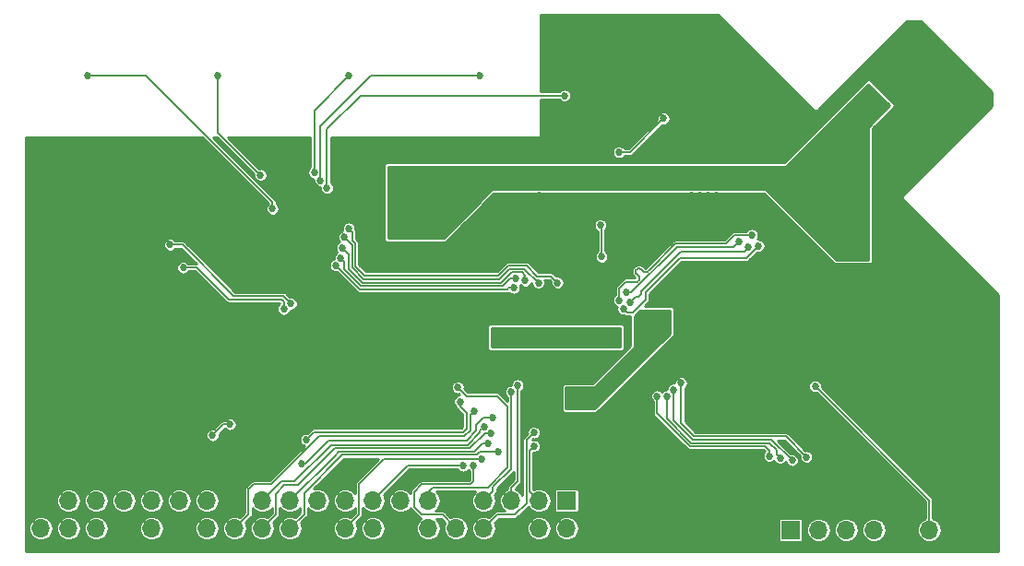
<source format=gbl>
G04 #@! TF.GenerationSoftware,KiCad,Pcbnew,(5.0.0)*
G04 #@! TF.CreationDate,2018-11-02T20:35:23+08:00*
G04 #@! TF.ProjectId,tomu-fpga,746F6D752D667067612E6B696361645F,rev?*
G04 #@! TF.SameCoordinates,Original*
G04 #@! TF.FileFunction,Copper,L2,Bot,Signal*
G04 #@! TF.FilePolarity,Positive*
%FSLAX46Y46*%
G04 Gerber Fmt 4.6, Leading zero omitted, Abs format (unit mm)*
G04 Created by KiCad (PCBNEW (5.0.0)) date 11/02/18 20:35:23*
%MOMM*%
%LPD*%
G01*
G04 APERTURE LIST*
G04 #@! TA.AperFunction,ComponentPad*
%ADD10R,1.700000X1.700000*%
G04 #@! TD*
G04 #@! TA.AperFunction,ComponentPad*
%ADD11O,1.700000X1.700000*%
G04 #@! TD*
G04 #@! TA.AperFunction,ViaPad*
%ADD12C,0.685800*%
G04 #@! TD*
G04 #@! TA.AperFunction,Conductor*
%ADD13C,0.300000*%
G04 #@! TD*
G04 #@! TA.AperFunction,Conductor*
%ADD14C,0.152400*%
G04 #@! TD*
G04 #@! TA.AperFunction,Conductor*
%ADD15C,0.254000*%
G04 #@! TD*
G04 APERTURE END LIST*
D10*
G04 #@! TO.P,J3,1*
G04 #@! TO.N,/PMOD_1*
X95560000Y-77700000D03*
D11*
G04 #@! TO.P,J3,2*
G04 #@! TO.N,/PMOD_2*
X98100000Y-77700000D03*
G04 #@! TO.P,J3,3*
G04 #@! TO.N,/PMOD_3*
X100640000Y-77700000D03*
G04 #@! TO.P,J3,4*
G04 #@! TO.N,/PMOD_4*
X103180000Y-77700000D03*
G04 #@! TO.P,J3,5*
G04 #@! TO.N,GND*
X105720000Y-77700000D03*
G04 #@! TO.P,J3,6*
G04 #@! TO.N,+3V3*
X108260000Y-77700000D03*
G04 #@! TD*
D10*
G04 #@! TO.P,J1,1*
G04 #@! TO.N,Net-(J1-Pad1)*
X75000000Y-75000000D03*
D11*
G04 #@! TO.P,J1,2*
G04 #@! TO.N,+5V*
X75000000Y-77540000D03*
G04 #@! TO.P,J1,3*
G04 #@! TO.N,/DBG_7*
X72460000Y-75000000D03*
G04 #@! TO.P,J1,4*
G04 #@! TO.N,+5V*
X72460000Y-77540000D03*
G04 #@! TO.P,J1,5*
G04 #@! TO.N,/DBG_8*
X69920000Y-75000000D03*
G04 #@! TO.P,J1,6*
G04 #@! TO.N,GND*
X69920000Y-77540000D03*
G04 #@! TO.P,J1,7*
G04 #@! TO.N,/DBG_9*
X67380000Y-75000000D03*
G04 #@! TO.P,J1,8*
G04 #@! TO.N,/UART_TX*
X67380000Y-77540000D03*
G04 #@! TO.P,J1,9*
G04 #@! TO.N,GND*
X64840000Y-75000000D03*
G04 #@! TO.P,J1,10*
G04 #@! TO.N,/UART_RX*
X64840000Y-77540000D03*
G04 #@! TO.P,J1,11*
G04 #@! TO.N,/CDONE*
X62300000Y-75000000D03*
G04 #@! TO.P,J1,12*
G04 #@! TO.N,/DBG_4*
X62300000Y-77540000D03*
G04 #@! TO.P,J1,13*
G04 #@! TO.N,/CRESET*
X59760000Y-75000000D03*
G04 #@! TO.P,J1,14*
G04 #@! TO.N,GND*
X59760000Y-77540000D03*
G04 #@! TO.P,J1,15*
G04 #@! TO.N,/DBG_1*
X57220000Y-75000000D03*
G04 #@! TO.P,J1,16*
G04 #@! TO.N,Net-(J1-Pad16)*
X57220000Y-77540000D03*
G04 #@! TO.P,J1,17*
G04 #@! TO.N,Net-(J1-Pad17)*
X54680000Y-75000000D03*
G04 #@! TO.P,J1,18*
G04 #@! TO.N,/SPI_IO2*
X54680000Y-77540000D03*
G04 #@! TO.P,J1,19*
G04 #@! TO.N,/SPI_MOSI*
X52140000Y-75000000D03*
G04 #@! TO.P,J1,20*
G04 #@! TO.N,GND*
X52140000Y-77540000D03*
G04 #@! TO.P,J1,21*
G04 #@! TO.N,/SPI_MISO*
X49600000Y-75000000D03*
G04 #@! TO.P,J1,22*
G04 #@! TO.N,/SPI_IO3*
X49600000Y-77540000D03*
G04 #@! TO.P,J1,23*
G04 #@! TO.N,/SPI_CLK*
X47060000Y-75000000D03*
G04 #@! TO.P,J1,24*
G04 #@! TO.N,/SPI_CS*
X47060000Y-77540000D03*
G04 #@! TO.P,J1,25*
G04 #@! TO.N,GND*
X44520000Y-75000000D03*
G04 #@! TO.P,J1,26*
G04 #@! TO.N,/DBG_10*
X44520000Y-77540000D03*
G04 #@! TO.P,J1,27*
G04 #@! TO.N,Net-(J1-Pad27)*
X41980000Y-75000000D03*
G04 #@! TO.P,J1,28*
G04 #@! TO.N,Net-(J1-Pad28)*
X41980000Y-77540000D03*
G04 #@! TO.P,J1,29*
G04 #@! TO.N,Net-(J1-Pad29)*
X39440000Y-75000000D03*
G04 #@! TO.P,J1,30*
G04 #@! TO.N,GND*
X39440000Y-77540000D03*
G04 #@! TO.P,J1,31*
G04 #@! TO.N,Net-(J1-Pad31)*
X36900000Y-75000000D03*
G04 #@! TO.P,J1,32*
G04 #@! TO.N,Net-(J1-Pad32)*
X36900000Y-77540000D03*
G04 #@! TO.P,J1,33*
G04 #@! TO.N,Net-(J1-Pad33)*
X34360000Y-75000000D03*
G04 #@! TO.P,J1,34*
G04 #@! TO.N,GND*
X34360000Y-77540000D03*
G04 #@! TO.P,J1,35*
G04 #@! TO.N,Net-(J1-Pad35)*
X31820000Y-75000000D03*
G04 #@! TO.P,J1,36*
G04 #@! TO.N,Net-(J1-Pad36)*
X31820000Y-77540000D03*
G04 #@! TO.P,J1,37*
G04 #@! TO.N,Net-(J1-Pad37)*
X29280000Y-75000000D03*
G04 #@! TO.P,J1,38*
G04 #@! TO.N,Net-(J1-Pad38)*
X29280000Y-77540000D03*
G04 #@! TO.P,J1,39*
G04 #@! TO.N,GND*
X26740000Y-75000000D03*
G04 #@! TO.P,J1,40*
G04 #@! TO.N,Net-(J1-Pad40)*
X26740000Y-77540000D03*
G04 #@! TD*
D12*
G04 #@! TO.N,+5V*
X99700000Y-50400000D03*
X101250000Y-51750000D03*
X100150000Y-51800000D03*
X101500000Y-50500000D03*
X62500000Y-49250000D03*
X100500000Y-50800000D03*
X59600000Y-49600000D03*
X59000000Y-48700000D03*
X60000000Y-48700000D03*
X61200000Y-48600000D03*
G04 #@! TO.N,GND*
X89500000Y-77000000D03*
X87000000Y-64500000D03*
X89500000Y-65000000D03*
X94000000Y-67000000D03*
X52500000Y-57000000D03*
X62500000Y-52000000D03*
X60000000Y-59500000D03*
X56500000Y-58500000D03*
X76500000Y-35000000D03*
X79500000Y-35000000D03*
X86500000Y-35000000D03*
X89500000Y-35000000D03*
X86500000Y-49000000D03*
X72500000Y-47000000D03*
X76500000Y-51500000D03*
G04 #@! TO.N,+5V*
X101500000Y-39500000D03*
X100750000Y-40500000D03*
G04 #@! TO.N,GND*
X44000000Y-61750000D03*
X38500000Y-69000000D03*
X28750000Y-63250000D03*
X38750000Y-59750000D03*
X72250000Y-62000000D03*
X73000000Y-62000000D03*
X73750000Y-62000000D03*
X74500000Y-62000000D03*
X75250000Y-62000000D03*
X76000000Y-62000000D03*
X76000000Y-57900000D03*
X75250000Y-57900000D03*
X74500000Y-57900000D03*
X73750000Y-57900000D03*
X73000000Y-57900000D03*
X72250000Y-57900000D03*
X70600000Y-52000000D03*
X85100000Y-73900000D03*
X65300000Y-59900000D03*
X56600000Y-60400000D03*
G04 #@! TO.N,+5V*
X100600000Y-39400000D03*
X102400000Y-38900000D03*
X100000000Y-40000000D03*
G04 #@! TO.N,GND*
X89900000Y-72000000D03*
X73650000Y-66600000D03*
X72200000Y-71950000D03*
X81100000Y-71200000D03*
X81300000Y-67000000D03*
X81300000Y-69000000D03*
X88400000Y-64500000D03*
X86150000Y-53900000D03*
X67000000Y-52600000D03*
X63000000Y-52700000D03*
X65000000Y-52400000D03*
X57800000Y-50395300D03*
X51900000Y-60000000D03*
X107600000Y-41600000D03*
X105900000Y-43400000D03*
X106400000Y-42700000D03*
X107100000Y-43400000D03*
X106500000Y-44100000D03*
X108200000Y-42200000D03*
X107000000Y-42200000D03*
X107600000Y-42800000D03*
X86500000Y-43000000D03*
X86500000Y-47000000D03*
X88000000Y-47000000D03*
X88000000Y-43000000D03*
X88750000Y-43000000D03*
X87250000Y-43000000D03*
X87250000Y-47000000D03*
X88750000Y-47000000D03*
G04 #@! TO.N,+3V3*
X97800000Y-64500000D03*
X82600000Y-57800000D03*
X81800000Y-58100000D03*
X82400000Y-58500000D03*
X75200000Y-66300000D03*
X75200000Y-65200000D03*
X75650000Y-65750000D03*
G04 #@! TO.N,+1V2*
X78500000Y-60000000D03*
X68500000Y-59500000D03*
X69300000Y-59500000D03*
X79400000Y-60100000D03*
X79500000Y-59400000D03*
X68500000Y-60300000D03*
G04 #@! TO.N,/SPI_MOSI*
X68200000Y-67400000D03*
X50700000Y-71600000D03*
G04 #@! TO.N,/SPI_IO2*
X67200000Y-71200000D03*
X42500000Y-69000000D03*
X44099899Y-68000000D03*
G04 #@! TO.N,/DBG_1*
X65500000Y-71800000D03*
G04 #@! TO.N,/CRESET*
X65200000Y-65900000D03*
X39800000Y-53600000D03*
X51100000Y-69400000D03*
X49029438Y-57402921D03*
G04 #@! TO.N,/CDONE*
X65000000Y-64600000D03*
X38600000Y-51500000D03*
X49700000Y-56900000D03*
G04 #@! TO.N,/UART_RX*
X66450289Y-71771500D03*
G04 #@! TO.N,/UART_TX*
X72000000Y-68750000D03*
G04 #@! TO.N,/SPI_CS*
X68000000Y-68800000D03*
G04 #@! TO.N,/ICE_USBP*
X91695888Y-51695888D03*
X80800000Y-56800000D03*
G04 #@! TO.N,/ICE_USBN*
X80500000Y-55900000D03*
X90800000Y-51200000D03*
G04 #@! TO.N,Net-(SW2-Pad1)*
X53800000Y-53400000D03*
X48000000Y-48200000D03*
X31000000Y-36000000D03*
X70150000Y-55462500D03*
G04 #@! TO.N,Net-(SW2-Pad2)*
X54264950Y-52702574D03*
X43000000Y-36000000D03*
X46900000Y-45100000D03*
X70300000Y-54600000D03*
G04 #@! TO.N,Net-(SW2-Pad3)*
X71200000Y-54800000D03*
X54400000Y-51800000D03*
X55000000Y-36000000D03*
X51828500Y-44872237D03*
G04 #@! TO.N,Net-(SW2-Pad4)*
X72400000Y-55000000D03*
X67000000Y-36000000D03*
X54599490Y-50799745D03*
X52400000Y-45600000D03*
G04 #@! TO.N,/SPI_MISO*
X67750000Y-69750000D03*
G04 #@! TO.N,/SPI_CLK*
X67400000Y-68200000D03*
G04 #@! TO.N,/SPI_IO3*
X68750000Y-70500000D03*
G04 #@! TO.N,/DBG_10*
X66500000Y-66800000D03*
G04 #@! TO.N,/DBG_9*
X69900000Y-65000000D03*
G04 #@! TO.N,/DBG_8*
X70500000Y-64400000D03*
G04 #@! TO.N,/DBG_7*
X72000000Y-70000000D03*
G04 #@! TO.N,Net-(SW3-Pad1)*
X79800000Y-43000000D03*
X78100000Y-49700000D03*
X78200000Y-52600000D03*
X83900000Y-39900000D03*
G04 #@! TO.N,Net-(SW4-Pad1)*
X74164001Y-54993561D03*
X55000000Y-50000000D03*
X74800000Y-37800000D03*
X53000000Y-46300000D03*
G04 #@! TO.N,/PU_CTRL_USBN*
X92000000Y-50600000D03*
X79800000Y-56600000D03*
G04 #@! TO.N,/PU_CTRL_USBP*
X80200000Y-57400000D03*
X92600000Y-51600000D03*
G04 #@! TO.N,/PMOD_4*
X97000000Y-71000000D03*
X85500000Y-64200000D03*
G04 #@! TO.N,/PMOD_2*
X94600000Y-71100000D03*
X84200000Y-65400000D03*
G04 #@! TO.N,/PMOD_3*
X95700000Y-71300000D03*
X84800000Y-64800000D03*
G04 #@! TO.N,/PMOD_1*
X93600000Y-70900000D03*
X83300000Y-65400000D03*
G04 #@! TD*
D13*
G04 #@! TO.N,+5V*
X101000000Y-39000000D02*
X101500000Y-39500000D01*
X100600000Y-39400000D02*
X101000000Y-39000000D01*
X102250000Y-38750000D02*
X101500000Y-39500000D01*
X102400000Y-38900000D02*
X102250000Y-38750000D01*
D14*
G04 #@! TO.N,+3V3*
X108260000Y-77700000D02*
X108260000Y-74960000D01*
X108260000Y-74960000D02*
X97800000Y-64500000D01*
X82300000Y-57900000D02*
X82600000Y-57800000D01*
X81800000Y-58100000D02*
X82300000Y-57900000D01*
X82800000Y-58000000D02*
X82600000Y-57800000D01*
X82400000Y-58500000D02*
X82800000Y-58000000D01*
D13*
G04 #@! TO.N,+1V2*
X69300000Y-59500000D02*
X68500000Y-59500000D01*
D14*
X79600000Y-59600000D02*
X79400000Y-60100000D01*
X79500000Y-59400000D02*
X79600000Y-59600000D01*
G04 #@! TO.N,/SPI_MOSI*
X67354178Y-67400000D02*
X66700000Y-68054178D01*
X68200000Y-67400000D02*
X67354178Y-67400000D01*
X66700000Y-68054178D02*
X66700000Y-68600000D01*
X66700000Y-68600000D02*
X65800000Y-69500000D01*
X65800000Y-69500000D02*
X53100000Y-69500000D01*
X53100000Y-69500000D02*
X51000000Y-71600000D01*
X51000000Y-71600000D02*
X50700000Y-71600000D01*
G04 #@! TO.N,/SPI_IO2*
X67200000Y-71200000D02*
X58200000Y-71200000D01*
X55529999Y-76690001D02*
X54680000Y-77540000D01*
X55758601Y-76461399D02*
X55529999Y-76690001D01*
X54680000Y-77540000D02*
X55758601Y-76461399D01*
X43500000Y-68000000D02*
X42500000Y-69000000D01*
X44099899Y-68000000D02*
X43500000Y-68000000D01*
X54680000Y-77540000D02*
X55920000Y-76300000D01*
X55920000Y-73480000D02*
X56100000Y-73300000D01*
X55920000Y-76300000D02*
X55920000Y-73480000D01*
X58200000Y-71200000D02*
X56100000Y-73300000D01*
G04 #@! TO.N,/DBG_1*
X60420000Y-71800000D02*
X57220000Y-75000000D01*
X65500000Y-71800000D02*
X60420000Y-71800000D01*
G04 #@! TO.N,/CRESET*
X41041776Y-53600000D02*
X39800000Y-53600000D01*
X65200000Y-66384933D02*
X65200000Y-65900000D01*
X65800000Y-66984933D02*
X65200000Y-66384933D01*
X65800000Y-68400000D02*
X65800000Y-66984933D01*
X65500000Y-68700000D02*
X65800000Y-68400000D01*
X51800000Y-68700000D02*
X65500000Y-68700000D01*
X51100000Y-69400000D02*
X51800000Y-68700000D01*
X49029438Y-57402921D02*
X49029438Y-56734248D01*
X43946586Y-56504810D02*
X43441776Y-56000000D01*
X48800000Y-56504810D02*
X43946586Y-56504810D01*
X49029438Y-56734248D02*
X48800000Y-56504810D01*
X43441776Y-56000000D02*
X41041776Y-53600000D01*
G04 #@! TO.N,/CDONE*
X62300000Y-74200000D02*
X62695190Y-73804810D01*
X62695190Y-73804810D02*
X67764124Y-73804810D01*
X67764124Y-73804810D02*
X69595190Y-71973744D01*
X68600000Y-65400000D02*
X65800000Y-65400000D01*
X69595190Y-71973744D02*
X69595190Y-66395190D01*
X65800000Y-65400000D02*
X65000000Y-64600000D01*
X62300000Y-75000000D02*
X62300000Y-74200000D01*
X69595190Y-66395190D02*
X68600000Y-65400000D01*
X38600000Y-51500000D02*
X39750000Y-51500000D01*
X49000000Y-56200000D02*
X44450000Y-56200000D01*
X49700000Y-56900000D02*
X49000000Y-56200000D01*
X39750000Y-51500000D02*
X44450000Y-56200000D01*
G04 #@! TO.N,/UART_RX*
X61700000Y-76300000D02*
X63600000Y-76300000D01*
X63600000Y-76300000D02*
X64840000Y-77540000D01*
X66450289Y-73249711D02*
X66200000Y-73500000D01*
X66200000Y-73500000D02*
X61700000Y-73500000D01*
X61700000Y-73500000D02*
X61000000Y-74200000D01*
X66450289Y-71771500D02*
X66450289Y-73249711D01*
X61000000Y-74200000D02*
X61000000Y-75600000D01*
X61000000Y-75600000D02*
X61700000Y-76300000D01*
G04 #@! TO.N,/UART_TX*
X68620000Y-76300000D02*
X67380000Y-77540000D01*
X70216330Y-76300000D02*
X68620000Y-76300000D01*
X71300000Y-75216330D02*
X70216330Y-76300000D01*
X71300000Y-69450000D02*
X71300000Y-75216330D01*
X72000000Y-68750000D02*
X71300000Y-69450000D01*
G04 #@! TO.N,/SPI_CS*
X48300000Y-76300000D02*
X47060000Y-77540000D01*
X48300000Y-74400000D02*
X48300000Y-76300000D01*
X49100000Y-73600000D02*
X48300000Y-74400000D01*
X50300000Y-73600000D02*
X49100000Y-73600000D01*
X53709620Y-70190380D02*
X50300000Y-73600000D01*
X67490380Y-68800000D02*
X68000000Y-68800000D01*
X66100000Y-70190380D02*
X67490380Y-68800000D01*
X66100000Y-70190380D02*
X53709620Y-70190380D01*
G04 #@! TO.N,/ICE_USBP*
X81300000Y-56300000D02*
X80800000Y-56800000D01*
X81315452Y-56287676D02*
X81300000Y-56300000D01*
X81333260Y-56279100D02*
X81315452Y-56287676D01*
X81352530Y-56274702D02*
X81333260Y-56279100D01*
X81372295Y-56274702D02*
X81352530Y-56274702D01*
X81409372Y-56287676D02*
X81391564Y-56279100D01*
X81497121Y-56325297D02*
X81477355Y-56325297D01*
X81516390Y-56320899D02*
X81497121Y-56325297D01*
X81534198Y-56312324D02*
X81516390Y-56320899D01*
X81849089Y-56000561D02*
X81549651Y-56300000D01*
X81440278Y-56312324D02*
X81409372Y-56287676D01*
X81836764Y-55766361D02*
X81828189Y-55784169D01*
X81861412Y-55985108D02*
X81849089Y-56000561D01*
X81828189Y-55784169D02*
X81823791Y-55803438D01*
X81849088Y-55750908D02*
X81836764Y-55766361D01*
X81391564Y-56279100D02*
X81372295Y-56274702D01*
X81869988Y-55967300D02*
X81861412Y-55985108D01*
X85500000Y-52100000D02*
X82148528Y-55451471D01*
X82148528Y-55451471D02*
X81849088Y-55750908D01*
X81861412Y-55891188D02*
X81869988Y-55908996D01*
X91695888Y-51695888D02*
X91291776Y-52100000D01*
X91291776Y-52100000D02*
X85500000Y-52100000D01*
X81869988Y-55908996D02*
X81874386Y-55928266D01*
X81458086Y-56320899D02*
X81440278Y-56312324D01*
X81823791Y-55803438D02*
X81823791Y-55823204D01*
X81823791Y-55823204D02*
X81828189Y-55842473D01*
X81828189Y-55842473D02*
X81836764Y-55860281D01*
X81836764Y-55860281D02*
X81861412Y-55891188D01*
X81549651Y-56300000D02*
X81534198Y-56312324D01*
X81874386Y-55928266D02*
X81874386Y-55948031D01*
X81477355Y-56325297D02*
X81458086Y-56320899D01*
X81874386Y-55948031D02*
X81869988Y-55967300D01*
G04 #@! TO.N,/ICE_USBN*
X90288900Y-51711100D02*
X85119966Y-51711100D01*
X90800000Y-51200000D02*
X90288900Y-51711100D01*
X85119966Y-51711100D02*
X80931066Y-55900000D01*
X80931066Y-55900000D02*
X80500000Y-55900000D01*
G04 #@! TO.N,Net-(SW2-Pad1)*
X56000000Y-55600000D02*
X53800000Y-53400000D01*
X36400000Y-36000000D02*
X31000000Y-36000000D01*
X48000000Y-48200000D02*
X48000000Y-47600000D01*
X48000000Y-47600000D02*
X36400000Y-36000000D01*
X69527567Y-55600000D02*
X68250000Y-55600000D01*
X69665067Y-55462500D02*
X69527567Y-55600000D01*
X70150000Y-55462500D02*
X69665067Y-55462500D01*
X68600000Y-55600000D02*
X68250000Y-55600000D01*
X68250000Y-55600000D02*
X56000000Y-55600000D01*
X69527567Y-55600000D02*
X56000000Y-55600000D01*
G04 #@! TO.N,Net-(SW2-Pad2)*
X43000000Y-41200000D02*
X43000000Y-36000000D01*
X46900000Y-45100000D02*
X43000000Y-41200000D01*
X69119877Y-55295190D02*
X56126256Y-55295190D01*
X70300000Y-54600000D02*
X69815067Y-54600000D01*
X69815067Y-54600000D02*
X69119877Y-55295190D01*
X56126256Y-55295190D02*
X54607849Y-53776783D01*
X54607849Y-53045473D02*
X54264950Y-52702574D01*
X54607849Y-53776783D02*
X54607849Y-53045473D01*
G04 #@! TO.N,Net-(SW2-Pad3)*
X51828500Y-39171500D02*
X55000000Y-36000000D01*
X51828500Y-44872237D02*
X51828500Y-39171500D01*
X54400000Y-51800000D02*
X55000000Y-52400000D01*
X55000000Y-52400000D02*
X55000000Y-53737868D01*
X55000000Y-53737868D02*
X56252512Y-54990380D01*
X56252512Y-54990380D02*
X68993621Y-54990380D01*
X68993621Y-54990380D02*
X69955502Y-54028499D01*
X70913432Y-54028499D02*
X69955502Y-54028499D01*
X71200000Y-54315067D02*
X70913432Y-54028499D01*
X71200000Y-54800000D02*
X71200000Y-54315067D01*
G04 #@! TO.N,Net-(SW2-Pad4)*
X55304809Y-51505064D02*
X54599490Y-50799745D01*
X55304810Y-53611612D02*
X55304809Y-51505064D01*
X72400000Y-55000000D02*
X72400000Y-54923112D01*
X52400000Y-42600000D02*
X52400000Y-45600000D01*
X52400000Y-40600000D02*
X52400000Y-42600000D01*
X57000000Y-36000000D02*
X52400000Y-40600000D01*
X67000000Y-36000000D02*
X57000000Y-36000000D01*
X71123689Y-53723689D02*
X69745245Y-53723689D01*
X72400000Y-55000000D02*
X71123689Y-53723689D01*
X69745245Y-53723689D02*
X68783364Y-54685570D01*
X68783364Y-54685570D02*
X56378768Y-54685570D01*
X56378768Y-54685570D02*
X55304810Y-53611612D01*
G04 #@! TO.N,/SPI_MISO*
X67750000Y-69750000D02*
X67250000Y-69750000D01*
X54104810Y-70495190D02*
X53700000Y-70900000D01*
X66504810Y-70495190D02*
X54104810Y-70495190D01*
X67250000Y-69750000D02*
X66504810Y-70495190D01*
X53700000Y-70900000D02*
X49600000Y-75000000D01*
G04 #@! TO.N,/SPI_CLK*
X48800000Y-73260000D02*
X47060000Y-75000000D01*
X67400000Y-68200000D02*
X67057101Y-68542899D01*
X67057101Y-68542899D02*
X67057101Y-68742899D01*
X67057101Y-68742899D02*
X65914430Y-69885570D01*
X54300000Y-69885570D02*
X53885570Y-69885570D01*
X65914430Y-69885570D02*
X54300000Y-69885570D01*
X53374430Y-69885570D02*
X50000000Y-73260000D01*
X53700000Y-69885570D02*
X53374430Y-69885570D01*
X50000000Y-73260000D02*
X48800000Y-73260000D01*
X54300000Y-69885570D02*
X53700000Y-69885570D01*
G04 #@! TO.N,/SPI_IO3*
X50900000Y-76240000D02*
X49600000Y-77540000D01*
X50900000Y-74300000D02*
X50900000Y-76240000D01*
X54400000Y-70800000D02*
X50900000Y-74300000D01*
X66754178Y-70800000D02*
X54400000Y-70800000D01*
X67054178Y-70500000D02*
X66754178Y-70800000D01*
X68750000Y-70500000D02*
X67054178Y-70500000D01*
G04 #@! TO.N,/DBG_10*
X66157101Y-67142899D02*
X66500000Y-66800000D01*
X66157101Y-68542899D02*
X66157101Y-67142899D01*
X65600000Y-69100000D02*
X66157101Y-68542899D01*
X44520000Y-77540000D02*
X45800000Y-76260000D01*
X45800000Y-76260000D02*
X45800000Y-74000000D01*
X45800000Y-74000000D02*
X46300000Y-73500000D01*
X46300000Y-73500000D02*
X47900000Y-73500000D01*
X47900000Y-73500000D02*
X52300000Y-69100000D01*
X52300000Y-69100000D02*
X65600000Y-69100000D01*
G04 #@! TO.N,/DBG_9*
X68229999Y-73770001D02*
X69900000Y-72100000D01*
X68229999Y-74150001D02*
X68229999Y-73770001D01*
X67380000Y-75000000D02*
X68229999Y-74150001D01*
X69900000Y-72100000D02*
X69900000Y-65000000D01*
G04 #@! TO.N,/DBG_8*
X70500000Y-73217919D02*
X70500000Y-64400000D01*
X69920000Y-75000000D02*
X69920000Y-73797919D01*
X69920000Y-73797919D02*
X70500000Y-73217919D01*
G04 #@! TO.N,/DBG_7*
X71642899Y-70342899D02*
X71604810Y-70380988D01*
X72000000Y-70000000D02*
X71657101Y-70342899D01*
X71657101Y-70342899D02*
X71642899Y-70342899D01*
X71604810Y-74144810D02*
X72460000Y-75000000D01*
X71604810Y-70380988D02*
X71604810Y-74144810D01*
G04 #@! TO.N,Net-(SW3-Pad1)*
X78200000Y-49800000D02*
X78100000Y-49700000D01*
X78200000Y-52600000D02*
X78200000Y-49800000D01*
X79800000Y-43000000D02*
X80800000Y-43000000D01*
X80800000Y-43000000D02*
X83900000Y-39900000D01*
G04 #@! TO.N,Net-(SW4-Pad1)*
X73570440Y-54400000D02*
X74164001Y-54993561D01*
X72307954Y-54400000D02*
X73570440Y-54400000D01*
X55342899Y-50342899D02*
X55342899Y-51112088D01*
X55000000Y-50000000D02*
X55342899Y-50342899D01*
X55342899Y-51112088D02*
X55609619Y-51378808D01*
X55609619Y-51378808D02*
X55609619Y-53485355D01*
X53000000Y-40900000D02*
X53000000Y-46300000D01*
X56100000Y-37800000D02*
X53000000Y-40900000D01*
X74800000Y-37800000D02*
X56100000Y-37800000D01*
X72307954Y-54400000D02*
X71307954Y-53400000D01*
X71307954Y-53400000D02*
X69637868Y-53400000D01*
X68737868Y-54300000D02*
X56424264Y-54300000D01*
X69637868Y-53400000D02*
X68737868Y-54300000D01*
X56424264Y-54300000D02*
X55609619Y-53485355D01*
G04 #@! TO.N,/PU_CTRL_USBN*
X82554592Y-53845408D02*
X84993710Y-51406290D01*
X82448528Y-53951473D02*
X82554592Y-53845408D01*
X82396007Y-53993360D02*
X82448528Y-53951473D01*
X82269987Y-54037456D02*
X82335482Y-54022506D01*
X82202809Y-54037455D02*
X82269987Y-54037456D01*
X82076789Y-53993359D02*
X82137314Y-54022507D01*
X81834529Y-53761738D02*
X82024265Y-53951474D01*
X81721481Y-53690705D02*
X81782006Y-53719853D01*
X82024265Y-53951474D02*
X82076789Y-53993359D01*
X81655986Y-53675757D02*
X81721481Y-53690705D01*
X81523313Y-53690706D02*
X81588808Y-53675756D01*
X81782006Y-53719853D02*
X81834529Y-53761738D01*
X81410265Y-53761737D02*
X81462788Y-53719852D01*
X81368379Y-53814259D02*
X81410265Y-53761737D01*
X81339231Y-53874786D02*
X81368379Y-53814259D01*
X82137314Y-54022507D02*
X82202809Y-54037455D01*
X81641886Y-54747478D02*
X81671032Y-54686953D01*
X81600000Y-54800000D02*
X81641886Y-54747478D01*
X81500000Y-54900000D02*
X81600000Y-54800000D01*
X81671033Y-54488785D02*
X81641885Y-54428260D01*
X81600000Y-54375736D02*
X81410265Y-54186001D01*
X81462788Y-53719852D02*
X81523313Y-53690706D01*
X80400000Y-54900000D02*
X81500000Y-54900000D01*
X81671032Y-54686953D02*
X81685982Y-54621458D01*
X79800000Y-56600000D02*
X79800000Y-55500000D01*
X81324283Y-53940279D02*
X81339231Y-53874786D01*
X79800000Y-55500000D02*
X80400000Y-54900000D01*
X81410265Y-54186001D02*
X81368378Y-54133479D01*
X81368378Y-54133479D02*
X81339232Y-54072952D01*
X81588808Y-53675756D02*
X81655986Y-53675757D01*
X81685982Y-54621458D02*
X81685981Y-54554280D01*
X81685981Y-54554280D02*
X81671033Y-54488785D01*
X81641885Y-54428260D02*
X81600000Y-54375736D01*
X82335482Y-54022506D02*
X82396007Y-53993360D01*
X81324282Y-54007459D02*
X81324283Y-53940279D01*
X81339232Y-54072952D02*
X81324282Y-54007459D01*
X84993710Y-51406290D02*
X89593710Y-51406290D01*
X89593710Y-51406290D02*
X90400000Y-50600000D01*
X90400000Y-50600000D02*
X92000000Y-50600000D01*
G04 #@! TO.N,/PU_CTRL_USBP*
X85400000Y-52700000D02*
X91500000Y-52700000D01*
X82221841Y-55878159D02*
X85400000Y-52700000D01*
X82221841Y-56578159D02*
X82221841Y-55878159D01*
X81057101Y-57742899D02*
X82221841Y-56578159D01*
X80200000Y-57400000D02*
X80542899Y-57742899D01*
X80542899Y-57742899D02*
X81057101Y-57742899D01*
X91500000Y-52700000D02*
X92600000Y-51600000D01*
G04 #@! TO.N,/PMOD_4*
X95100000Y-69100000D02*
X97000000Y-71000000D01*
X85500000Y-67900000D02*
X86700000Y-69100000D01*
X85500000Y-64200000D02*
X85500000Y-67900000D01*
X86700000Y-69100000D02*
X95100000Y-69100000D01*
G04 #@! TO.N,/PMOD_2*
X94257101Y-70757101D02*
X94600000Y-71100000D01*
X94257101Y-70357101D02*
X94257101Y-70757101D01*
X93609620Y-69709620D02*
X94257101Y-70357101D01*
X86447488Y-69709620D02*
X93609620Y-69709620D01*
X84200000Y-67462132D02*
X86447488Y-69709620D01*
X84200000Y-65400000D02*
X84200000Y-67462132D01*
G04 #@! TO.N,/PMOD_3*
X93804810Y-69404810D02*
X95700000Y-71300000D01*
X84800000Y-64800000D02*
X84800000Y-67631066D01*
X84800000Y-67631066D02*
X86573744Y-69404810D01*
X86573744Y-69404810D02*
X93804810Y-69404810D01*
G04 #@! TO.N,/PMOD_1*
X93600000Y-70415067D02*
X93600000Y-70900000D01*
X93199363Y-70014430D02*
X93600000Y-70415067D01*
X86321232Y-70014430D02*
X93199363Y-70014430D01*
X83300000Y-66993198D02*
X86321232Y-70014430D01*
X83300000Y-65400000D02*
X83300000Y-66993198D01*
G04 #@! TD*
D15*
G04 #@! TO.N,+1V2*
G36*
X79873000Y-60873000D02*
X68127000Y-60873000D01*
X68127000Y-59127000D01*
X79873000Y-59127000D01*
X79873000Y-60873000D01*
X79873000Y-60873000D01*
G37*
X79873000Y-60873000D02*
X68127000Y-60873000D01*
X68127000Y-59127000D01*
X79873000Y-59127000D01*
X79873000Y-60873000D01*
G04 #@! TO.N,GND*
G36*
X97585914Y-39089374D02*
X97597053Y-39102947D01*
X97610626Y-39114086D01*
X97610632Y-39114092D01*
X97651260Y-39147434D01*
X97713105Y-39180491D01*
X97780212Y-39200848D01*
X97849999Y-39207722D01*
X97850000Y-39207722D01*
X97919787Y-39200848D01*
X97986894Y-39180491D01*
X98048739Y-39147434D01*
X98089367Y-39114092D01*
X98089369Y-39114090D01*
X98102947Y-39102947D01*
X98114090Y-39089369D01*
X106197460Y-31006000D01*
X107502541Y-31006000D01*
X113994001Y-37497461D01*
X113994000Y-38802540D01*
X105910633Y-46885908D01*
X105897053Y-46897053D01*
X105885910Y-46910631D01*
X105885908Y-46910633D01*
X105852566Y-46951261D01*
X105819509Y-47013106D01*
X105799152Y-47080213D01*
X105792278Y-47150000D01*
X105799152Y-47219787D01*
X105819509Y-47286894D01*
X105852566Y-47348739D01*
X105897053Y-47402947D01*
X105910631Y-47414090D01*
X114594000Y-56097460D01*
X114594001Y-79644000D01*
X25356000Y-79644000D01*
X25356000Y-77540000D01*
X25603528Y-77540000D01*
X25625365Y-77761715D01*
X25690037Y-77974909D01*
X25795058Y-78171390D01*
X25936393Y-78343607D01*
X26108610Y-78484942D01*
X26305091Y-78589963D01*
X26518285Y-78654635D01*
X26684442Y-78671000D01*
X26795558Y-78671000D01*
X26961715Y-78654635D01*
X27174909Y-78589963D01*
X27371390Y-78484942D01*
X27543607Y-78343607D01*
X27684942Y-78171390D01*
X27789963Y-77974909D01*
X27854635Y-77761715D01*
X27876472Y-77540000D01*
X28143528Y-77540000D01*
X28165365Y-77761715D01*
X28230037Y-77974909D01*
X28335058Y-78171390D01*
X28476393Y-78343607D01*
X28648610Y-78484942D01*
X28845091Y-78589963D01*
X29058285Y-78654635D01*
X29224442Y-78671000D01*
X29335558Y-78671000D01*
X29501715Y-78654635D01*
X29714909Y-78589963D01*
X29911390Y-78484942D01*
X30083607Y-78343607D01*
X30224942Y-78171390D01*
X30329963Y-77974909D01*
X30394635Y-77761715D01*
X30416472Y-77540000D01*
X30683528Y-77540000D01*
X30705365Y-77761715D01*
X30770037Y-77974909D01*
X30875058Y-78171390D01*
X31016393Y-78343607D01*
X31188610Y-78484942D01*
X31385091Y-78589963D01*
X31598285Y-78654635D01*
X31764442Y-78671000D01*
X31875558Y-78671000D01*
X32041715Y-78654635D01*
X32254909Y-78589963D01*
X32451390Y-78484942D01*
X32623607Y-78343607D01*
X32764942Y-78171390D01*
X32869963Y-77974909D01*
X32934635Y-77761715D01*
X32956472Y-77540000D01*
X35763528Y-77540000D01*
X35785365Y-77761715D01*
X35850037Y-77974909D01*
X35955058Y-78171390D01*
X36096393Y-78343607D01*
X36268610Y-78484942D01*
X36465091Y-78589963D01*
X36678285Y-78654635D01*
X36844442Y-78671000D01*
X36955558Y-78671000D01*
X37121715Y-78654635D01*
X37334909Y-78589963D01*
X37531390Y-78484942D01*
X37703607Y-78343607D01*
X37844942Y-78171390D01*
X37949963Y-77974909D01*
X38014635Y-77761715D01*
X38036472Y-77540000D01*
X40843528Y-77540000D01*
X40865365Y-77761715D01*
X40930037Y-77974909D01*
X41035058Y-78171390D01*
X41176393Y-78343607D01*
X41348610Y-78484942D01*
X41545091Y-78589963D01*
X41758285Y-78654635D01*
X41924442Y-78671000D01*
X42035558Y-78671000D01*
X42201715Y-78654635D01*
X42414909Y-78589963D01*
X42611390Y-78484942D01*
X42783607Y-78343607D01*
X42924942Y-78171390D01*
X43029963Y-77974909D01*
X43094635Y-77761715D01*
X43116472Y-77540000D01*
X43383528Y-77540000D01*
X43405365Y-77761715D01*
X43470037Y-77974909D01*
X43575058Y-78171390D01*
X43716393Y-78343607D01*
X43888610Y-78484942D01*
X44085091Y-78589963D01*
X44298285Y-78654635D01*
X44464442Y-78671000D01*
X44575558Y-78671000D01*
X44741715Y-78654635D01*
X44954909Y-78589963D01*
X45151390Y-78484942D01*
X45323607Y-78343607D01*
X45464942Y-78171390D01*
X45569963Y-77974909D01*
X45634635Y-77761715D01*
X45656472Y-77540000D01*
X45634635Y-77318285D01*
X45569963Y-77105091D01*
X45531683Y-77033474D01*
X46040179Y-76524978D01*
X46053799Y-76513800D01*
X46064978Y-76500179D01*
X46064983Y-76500174D01*
X46081397Y-76480173D01*
X46098438Y-76459410D01*
X46131606Y-76397356D01*
X46152031Y-76330023D01*
X46157200Y-76277544D01*
X46157200Y-76277537D01*
X46158927Y-76260001D01*
X46157200Y-76242465D01*
X46157200Y-75682740D01*
X46256393Y-75803607D01*
X46428610Y-75944942D01*
X46625091Y-76049963D01*
X46838285Y-76114635D01*
X47004442Y-76131000D01*
X47115558Y-76131000D01*
X47281715Y-76114635D01*
X47494909Y-76049963D01*
X47691390Y-75944942D01*
X47863607Y-75803607D01*
X47942801Y-75707109D01*
X47942801Y-76152042D01*
X47566526Y-76528317D01*
X47494909Y-76490037D01*
X47281715Y-76425365D01*
X47115558Y-76409000D01*
X47004442Y-76409000D01*
X46838285Y-76425365D01*
X46625091Y-76490037D01*
X46428610Y-76595058D01*
X46256393Y-76736393D01*
X46115058Y-76908610D01*
X46010037Y-77105091D01*
X45945365Y-77318285D01*
X45923528Y-77540000D01*
X45945365Y-77761715D01*
X46010037Y-77974909D01*
X46115058Y-78171390D01*
X46256393Y-78343607D01*
X46428610Y-78484942D01*
X46625091Y-78589963D01*
X46838285Y-78654635D01*
X47004442Y-78671000D01*
X47115558Y-78671000D01*
X47281715Y-78654635D01*
X47494909Y-78589963D01*
X47691390Y-78484942D01*
X47863607Y-78343607D01*
X48004942Y-78171390D01*
X48109963Y-77974909D01*
X48174635Y-77761715D01*
X48196472Y-77540000D01*
X48174635Y-77318285D01*
X48109963Y-77105091D01*
X48071683Y-77033474D01*
X48540175Y-76564982D01*
X48553800Y-76553800D01*
X48598438Y-76499410D01*
X48631606Y-76437356D01*
X48652031Y-76370023D01*
X48657200Y-76317544D01*
X48657200Y-76317536D01*
X48658927Y-76300000D01*
X48657200Y-76282464D01*
X48657200Y-75634000D01*
X48796393Y-75803607D01*
X48968610Y-75944942D01*
X49165091Y-76049963D01*
X49378285Y-76114635D01*
X49544442Y-76131000D01*
X49655558Y-76131000D01*
X49821715Y-76114635D01*
X50034909Y-76049963D01*
X50231390Y-75944942D01*
X50403607Y-75803607D01*
X50542801Y-75633999D01*
X50542801Y-76092042D01*
X50106526Y-76528317D01*
X50034909Y-76490037D01*
X49821715Y-76425365D01*
X49655558Y-76409000D01*
X49544442Y-76409000D01*
X49378285Y-76425365D01*
X49165091Y-76490037D01*
X48968610Y-76595058D01*
X48796393Y-76736393D01*
X48655058Y-76908610D01*
X48550037Y-77105091D01*
X48485365Y-77318285D01*
X48463528Y-77540000D01*
X48485365Y-77761715D01*
X48550037Y-77974909D01*
X48655058Y-78171390D01*
X48796393Y-78343607D01*
X48968610Y-78484942D01*
X49165091Y-78589963D01*
X49378285Y-78654635D01*
X49544442Y-78671000D01*
X49655558Y-78671000D01*
X49821715Y-78654635D01*
X50034909Y-78589963D01*
X50231390Y-78484942D01*
X50403607Y-78343607D01*
X50544942Y-78171390D01*
X50649963Y-77974909D01*
X50714635Y-77761715D01*
X50736472Y-77540000D01*
X50714635Y-77318285D01*
X50649963Y-77105091D01*
X50611683Y-77033474D01*
X51140175Y-76504982D01*
X51153800Y-76493800D01*
X51198438Y-76439410D01*
X51231606Y-76377356D01*
X51237358Y-76358395D01*
X51252031Y-76310024D01*
X51255230Y-76277543D01*
X51257200Y-76257544D01*
X51257200Y-76257536D01*
X51258927Y-76240000D01*
X51257200Y-76222464D01*
X51257200Y-75707110D01*
X51336393Y-75803607D01*
X51508610Y-75944942D01*
X51705091Y-76049963D01*
X51918285Y-76114635D01*
X52084442Y-76131000D01*
X52195558Y-76131000D01*
X52361715Y-76114635D01*
X52574909Y-76049963D01*
X52771390Y-75944942D01*
X52943607Y-75803607D01*
X53084942Y-75631390D01*
X53189963Y-75434909D01*
X53254635Y-75221715D01*
X53276472Y-75000000D01*
X53254635Y-74778285D01*
X53189963Y-74565091D01*
X53084942Y-74368610D01*
X52943607Y-74196393D01*
X52771390Y-74055058D01*
X52574909Y-73950037D01*
X52361715Y-73885365D01*
X52195558Y-73869000D01*
X52084442Y-73869000D01*
X51918285Y-73885365D01*
X51776904Y-73928253D01*
X54547957Y-71157200D01*
X57737643Y-71157200D01*
X55835016Y-73059827D01*
X55835012Y-73059832D01*
X55679821Y-73215022D01*
X55666201Y-73226200D01*
X55655023Y-73239820D01*
X55655016Y-73239827D01*
X55638603Y-73259827D01*
X55621563Y-73280590D01*
X55610353Y-73301563D01*
X55588394Y-73342645D01*
X55567969Y-73409977D01*
X55561073Y-73480000D01*
X55562801Y-73497546D01*
X55562801Y-74292891D01*
X55483607Y-74196393D01*
X55311390Y-74055058D01*
X55114909Y-73950037D01*
X54901715Y-73885365D01*
X54735558Y-73869000D01*
X54624442Y-73869000D01*
X54458285Y-73885365D01*
X54245091Y-73950037D01*
X54048610Y-74055058D01*
X53876393Y-74196393D01*
X53735058Y-74368610D01*
X53630037Y-74565091D01*
X53565365Y-74778285D01*
X53543528Y-75000000D01*
X53565365Y-75221715D01*
X53630037Y-75434909D01*
X53735058Y-75631390D01*
X53876393Y-75803607D01*
X54048610Y-75944942D01*
X54245091Y-76049963D01*
X54458285Y-76114635D01*
X54624442Y-76131000D01*
X54735558Y-76131000D01*
X54901715Y-76114635D01*
X55114909Y-76049963D01*
X55311390Y-75944942D01*
X55483607Y-75803607D01*
X55562800Y-75707110D01*
X55562800Y-76152043D01*
X55186526Y-76528317D01*
X55114909Y-76490037D01*
X54901715Y-76425365D01*
X54735558Y-76409000D01*
X54624442Y-76409000D01*
X54458285Y-76425365D01*
X54245091Y-76490037D01*
X54048610Y-76595058D01*
X53876393Y-76736393D01*
X53735058Y-76908610D01*
X53630037Y-77105091D01*
X53565365Y-77318285D01*
X53543528Y-77540000D01*
X53565365Y-77761715D01*
X53630037Y-77974909D01*
X53735058Y-78171390D01*
X53876393Y-78343607D01*
X54048610Y-78484942D01*
X54245091Y-78589963D01*
X54458285Y-78654635D01*
X54624442Y-78671000D01*
X54735558Y-78671000D01*
X54901715Y-78654635D01*
X55114909Y-78589963D01*
X55311390Y-78484942D01*
X55483607Y-78343607D01*
X55624942Y-78171390D01*
X55729963Y-77974909D01*
X55794635Y-77761715D01*
X55816472Y-77540000D01*
X56083528Y-77540000D01*
X56105365Y-77761715D01*
X56170037Y-77974909D01*
X56275058Y-78171390D01*
X56416393Y-78343607D01*
X56588610Y-78484942D01*
X56785091Y-78589963D01*
X56998285Y-78654635D01*
X57164442Y-78671000D01*
X57275558Y-78671000D01*
X57441715Y-78654635D01*
X57654909Y-78589963D01*
X57851390Y-78484942D01*
X58023607Y-78343607D01*
X58164942Y-78171390D01*
X58269963Y-77974909D01*
X58334635Y-77761715D01*
X58356472Y-77540000D01*
X58334635Y-77318285D01*
X58269963Y-77105091D01*
X58164942Y-76908610D01*
X58023607Y-76736393D01*
X57851390Y-76595058D01*
X57654909Y-76490037D01*
X57441715Y-76425365D01*
X57275558Y-76409000D01*
X57164442Y-76409000D01*
X56998285Y-76425365D01*
X56785091Y-76490037D01*
X56588610Y-76595058D01*
X56416393Y-76736393D01*
X56275058Y-76908610D01*
X56170037Y-77105091D01*
X56105365Y-77318285D01*
X56083528Y-77540000D01*
X55816472Y-77540000D01*
X55794635Y-77318285D01*
X55729963Y-77105091D01*
X55691683Y-77033474D01*
X56160179Y-76564978D01*
X56173799Y-76553800D01*
X56184978Y-76540179D01*
X56184984Y-76540173D01*
X56206628Y-76513800D01*
X56218438Y-76499410D01*
X56251606Y-76437356D01*
X56272031Y-76370023D01*
X56277200Y-76317544D01*
X56277200Y-76317536D01*
X56278927Y-76300000D01*
X56277200Y-76282464D01*
X56277200Y-75634000D01*
X56416393Y-75803607D01*
X56588610Y-75944942D01*
X56785091Y-76049963D01*
X56998285Y-76114635D01*
X57164442Y-76131000D01*
X57275558Y-76131000D01*
X57441715Y-76114635D01*
X57654909Y-76049963D01*
X57851390Y-75944942D01*
X58023607Y-75803607D01*
X58164942Y-75631390D01*
X58269963Y-75434909D01*
X58334635Y-75221715D01*
X58356472Y-75000000D01*
X58334635Y-74778285D01*
X58269963Y-74565091D01*
X58231683Y-74493474D01*
X60567957Y-72157200D01*
X64988315Y-72157200D01*
X65015385Y-72197713D01*
X65102287Y-72284615D01*
X65204472Y-72352893D01*
X65318015Y-72399924D01*
X65438551Y-72423900D01*
X65561449Y-72423900D01*
X65681985Y-72399924D01*
X65795528Y-72352893D01*
X65897713Y-72284615D01*
X65984615Y-72197713D01*
X65988444Y-72191983D01*
X66052576Y-72256115D01*
X66093089Y-72283185D01*
X66093090Y-73101753D01*
X66052043Y-73142800D01*
X61717535Y-73142800D01*
X61699999Y-73141073D01*
X61682463Y-73142800D01*
X61682456Y-73142800D01*
X61636716Y-73147305D01*
X61629976Y-73147969D01*
X61614305Y-73152723D01*
X61562644Y-73168394D01*
X61500590Y-73201562D01*
X61446200Y-73246200D01*
X61435018Y-73259825D01*
X60759821Y-73935022D01*
X60746200Y-73946201D01*
X60735022Y-73959821D01*
X60735016Y-73959827D01*
X60727152Y-73969410D01*
X60701562Y-74000591D01*
X60674234Y-74051719D01*
X60668394Y-74062645D01*
X60648288Y-74128928D01*
X60647969Y-74129978D01*
X60642800Y-74182457D01*
X60642800Y-74182464D01*
X60641073Y-74200000D01*
X60642800Y-74217536D01*
X60642800Y-74292890D01*
X60563607Y-74196393D01*
X60391390Y-74055058D01*
X60194909Y-73950037D01*
X59981715Y-73885365D01*
X59815558Y-73869000D01*
X59704442Y-73869000D01*
X59538285Y-73885365D01*
X59325091Y-73950037D01*
X59128610Y-74055058D01*
X58956393Y-74196393D01*
X58815058Y-74368610D01*
X58710037Y-74565091D01*
X58645365Y-74778285D01*
X58623528Y-75000000D01*
X58645365Y-75221715D01*
X58710037Y-75434909D01*
X58815058Y-75631390D01*
X58956393Y-75803607D01*
X59128610Y-75944942D01*
X59325091Y-76049963D01*
X59538285Y-76114635D01*
X59704442Y-76131000D01*
X59815558Y-76131000D01*
X59981715Y-76114635D01*
X60194909Y-76049963D01*
X60391390Y-75944942D01*
X60563607Y-75803607D01*
X60654788Y-75692503D01*
X60668394Y-75737355D01*
X60668395Y-75737356D01*
X60701563Y-75799410D01*
X60714575Y-75815265D01*
X60735016Y-75840173D01*
X60735023Y-75840180D01*
X60746201Y-75853800D01*
X60759821Y-75864978D01*
X61435016Y-76540173D01*
X61446200Y-76553800D01*
X61500590Y-76598438D01*
X61562644Y-76631606D01*
X61607497Y-76645212D01*
X61496393Y-76736393D01*
X61355058Y-76908610D01*
X61250037Y-77105091D01*
X61185365Y-77318285D01*
X61163528Y-77540000D01*
X61185365Y-77761715D01*
X61250037Y-77974909D01*
X61355058Y-78171390D01*
X61496393Y-78343607D01*
X61668610Y-78484942D01*
X61865091Y-78589963D01*
X62078285Y-78654635D01*
X62244442Y-78671000D01*
X62355558Y-78671000D01*
X62521715Y-78654635D01*
X62734909Y-78589963D01*
X62931390Y-78484942D01*
X63103607Y-78343607D01*
X63244942Y-78171390D01*
X63349963Y-77974909D01*
X63414635Y-77761715D01*
X63436472Y-77540000D01*
X63414635Y-77318285D01*
X63349963Y-77105091D01*
X63244942Y-76908610D01*
X63103607Y-76736393D01*
X63007110Y-76657200D01*
X63452043Y-76657200D01*
X63828317Y-77033474D01*
X63790037Y-77105091D01*
X63725365Y-77318285D01*
X63703528Y-77540000D01*
X63725365Y-77761715D01*
X63790037Y-77974909D01*
X63895058Y-78171390D01*
X64036393Y-78343607D01*
X64208610Y-78484942D01*
X64405091Y-78589963D01*
X64618285Y-78654635D01*
X64784442Y-78671000D01*
X64895558Y-78671000D01*
X65061715Y-78654635D01*
X65274909Y-78589963D01*
X65471390Y-78484942D01*
X65643607Y-78343607D01*
X65784942Y-78171390D01*
X65889963Y-77974909D01*
X65954635Y-77761715D01*
X65976472Y-77540000D01*
X65954635Y-77318285D01*
X65889963Y-77105091D01*
X65784942Y-76908610D01*
X65643607Y-76736393D01*
X65471390Y-76595058D01*
X65274909Y-76490037D01*
X65061715Y-76425365D01*
X64895558Y-76409000D01*
X64784442Y-76409000D01*
X64618285Y-76425365D01*
X64405091Y-76490037D01*
X64333474Y-76528317D01*
X63864982Y-76059825D01*
X63853800Y-76046200D01*
X63799410Y-76001562D01*
X63737356Y-75968394D01*
X63670023Y-75947969D01*
X63617544Y-75942800D01*
X63617536Y-75942800D01*
X63600000Y-75941073D01*
X63582464Y-75942800D01*
X62934000Y-75942800D01*
X63103607Y-75803607D01*
X63244942Y-75631390D01*
X63349963Y-75434909D01*
X63414635Y-75221715D01*
X63436472Y-75000000D01*
X63414635Y-74778285D01*
X63349963Y-74565091D01*
X63244942Y-74368610D01*
X63103607Y-74196393D01*
X63061711Y-74162010D01*
X66618289Y-74162010D01*
X66576393Y-74196393D01*
X66435058Y-74368610D01*
X66330037Y-74565091D01*
X66265365Y-74778285D01*
X66243528Y-75000000D01*
X66265365Y-75221715D01*
X66330037Y-75434909D01*
X66435058Y-75631390D01*
X66576393Y-75803607D01*
X66748610Y-75944942D01*
X66945091Y-76049963D01*
X67158285Y-76114635D01*
X67324442Y-76131000D01*
X67435558Y-76131000D01*
X67601715Y-76114635D01*
X67814909Y-76049963D01*
X68011390Y-75944942D01*
X68183607Y-75803607D01*
X68324942Y-75631390D01*
X68429963Y-75434909D01*
X68494635Y-75221715D01*
X68516472Y-75000000D01*
X68494635Y-74778285D01*
X68429963Y-74565091D01*
X68391683Y-74493474D01*
X68470178Y-74414979D01*
X68483798Y-74403801D01*
X68494977Y-74390180D01*
X68494982Y-74390175D01*
X68512680Y-74368610D01*
X68528437Y-74349411D01*
X68561605Y-74287357D01*
X68582030Y-74220024D01*
X68587199Y-74167545D01*
X68587199Y-74167538D01*
X68588926Y-74150002D01*
X68587199Y-74132466D01*
X68587199Y-73917958D01*
X70140179Y-72364978D01*
X70142800Y-72362827D01*
X70142800Y-73069962D01*
X69679821Y-73532941D01*
X69666201Y-73544119D01*
X69655023Y-73557739D01*
X69655016Y-73557746D01*
X69634575Y-73582654D01*
X69621563Y-73598509D01*
X69611573Y-73617200D01*
X69588394Y-73660564D01*
X69567969Y-73727896D01*
X69561073Y-73797919D01*
X69562801Y-73815465D01*
X69562801Y-73926464D01*
X69485091Y-73950037D01*
X69288610Y-74055058D01*
X69116393Y-74196393D01*
X68975058Y-74368610D01*
X68870037Y-74565091D01*
X68805365Y-74778285D01*
X68783528Y-75000000D01*
X68805365Y-75221715D01*
X68870037Y-75434909D01*
X68975058Y-75631390D01*
X69116393Y-75803607D01*
X69286000Y-75942800D01*
X68637536Y-75942800D01*
X68620000Y-75941073D01*
X68602464Y-75942800D01*
X68602456Y-75942800D01*
X68556124Y-75947364D01*
X68549976Y-75947969D01*
X68482644Y-75968394D01*
X68420590Y-76001562D01*
X68366200Y-76046200D01*
X68355018Y-76059825D01*
X67886526Y-76528317D01*
X67814909Y-76490037D01*
X67601715Y-76425365D01*
X67435558Y-76409000D01*
X67324442Y-76409000D01*
X67158285Y-76425365D01*
X66945091Y-76490037D01*
X66748610Y-76595058D01*
X66576393Y-76736393D01*
X66435058Y-76908610D01*
X66330037Y-77105091D01*
X66265365Y-77318285D01*
X66243528Y-77540000D01*
X66265365Y-77761715D01*
X66330037Y-77974909D01*
X66435058Y-78171390D01*
X66576393Y-78343607D01*
X66748610Y-78484942D01*
X66945091Y-78589963D01*
X67158285Y-78654635D01*
X67324442Y-78671000D01*
X67435558Y-78671000D01*
X67601715Y-78654635D01*
X67814909Y-78589963D01*
X68011390Y-78484942D01*
X68183607Y-78343607D01*
X68324942Y-78171390D01*
X68429963Y-77974909D01*
X68494635Y-77761715D01*
X68516472Y-77540000D01*
X71323528Y-77540000D01*
X71345365Y-77761715D01*
X71410037Y-77974909D01*
X71515058Y-78171390D01*
X71656393Y-78343607D01*
X71828610Y-78484942D01*
X72025091Y-78589963D01*
X72238285Y-78654635D01*
X72404442Y-78671000D01*
X72515558Y-78671000D01*
X72681715Y-78654635D01*
X72894909Y-78589963D01*
X73091390Y-78484942D01*
X73263607Y-78343607D01*
X73404942Y-78171390D01*
X73509963Y-77974909D01*
X73574635Y-77761715D01*
X73596472Y-77540000D01*
X73863528Y-77540000D01*
X73885365Y-77761715D01*
X73950037Y-77974909D01*
X74055058Y-78171390D01*
X74196393Y-78343607D01*
X74368610Y-78484942D01*
X74565091Y-78589963D01*
X74778285Y-78654635D01*
X74944442Y-78671000D01*
X75055558Y-78671000D01*
X75221715Y-78654635D01*
X75434909Y-78589963D01*
X75631390Y-78484942D01*
X75803607Y-78343607D01*
X75944942Y-78171390D01*
X76049963Y-77974909D01*
X76114635Y-77761715D01*
X76136472Y-77540000D01*
X76114635Y-77318285D01*
X76049963Y-77105091D01*
X75944942Y-76908610D01*
X75896842Y-76850000D01*
X94427641Y-76850000D01*
X94427641Y-78550000D01*
X94433066Y-78605086D01*
X94449134Y-78658054D01*
X94475227Y-78706870D01*
X94510342Y-78749658D01*
X94553130Y-78784773D01*
X94601946Y-78810866D01*
X94654914Y-78826934D01*
X94710000Y-78832359D01*
X96410000Y-78832359D01*
X96465086Y-78826934D01*
X96518054Y-78810866D01*
X96566870Y-78784773D01*
X96609658Y-78749658D01*
X96644773Y-78706870D01*
X96670866Y-78658054D01*
X96686934Y-78605086D01*
X96692359Y-78550000D01*
X96692359Y-77700000D01*
X96963528Y-77700000D01*
X96985365Y-77921715D01*
X97050037Y-78134909D01*
X97155058Y-78331390D01*
X97296393Y-78503607D01*
X97468610Y-78644942D01*
X97665091Y-78749963D01*
X97878285Y-78814635D01*
X98044442Y-78831000D01*
X98155558Y-78831000D01*
X98321715Y-78814635D01*
X98534909Y-78749963D01*
X98731390Y-78644942D01*
X98903607Y-78503607D01*
X99044942Y-78331390D01*
X99149963Y-78134909D01*
X99214635Y-77921715D01*
X99236472Y-77700000D01*
X99503528Y-77700000D01*
X99525365Y-77921715D01*
X99590037Y-78134909D01*
X99695058Y-78331390D01*
X99836393Y-78503607D01*
X100008610Y-78644942D01*
X100205091Y-78749963D01*
X100418285Y-78814635D01*
X100584442Y-78831000D01*
X100695558Y-78831000D01*
X100861715Y-78814635D01*
X101074909Y-78749963D01*
X101271390Y-78644942D01*
X101443607Y-78503607D01*
X101584942Y-78331390D01*
X101689963Y-78134909D01*
X101754635Y-77921715D01*
X101776472Y-77700000D01*
X102043528Y-77700000D01*
X102065365Y-77921715D01*
X102130037Y-78134909D01*
X102235058Y-78331390D01*
X102376393Y-78503607D01*
X102548610Y-78644942D01*
X102745091Y-78749963D01*
X102958285Y-78814635D01*
X103124442Y-78831000D01*
X103235558Y-78831000D01*
X103401715Y-78814635D01*
X103614909Y-78749963D01*
X103811390Y-78644942D01*
X103983607Y-78503607D01*
X104124942Y-78331390D01*
X104229963Y-78134909D01*
X104294635Y-77921715D01*
X104316472Y-77700000D01*
X104294635Y-77478285D01*
X104229963Y-77265091D01*
X104124942Y-77068610D01*
X103983607Y-76896393D01*
X103811390Y-76755058D01*
X103614909Y-76650037D01*
X103401715Y-76585365D01*
X103235558Y-76569000D01*
X103124442Y-76569000D01*
X102958285Y-76585365D01*
X102745091Y-76650037D01*
X102548610Y-76755058D01*
X102376393Y-76896393D01*
X102235058Y-77068610D01*
X102130037Y-77265091D01*
X102065365Y-77478285D01*
X102043528Y-77700000D01*
X101776472Y-77700000D01*
X101754635Y-77478285D01*
X101689963Y-77265091D01*
X101584942Y-77068610D01*
X101443607Y-76896393D01*
X101271390Y-76755058D01*
X101074909Y-76650037D01*
X100861715Y-76585365D01*
X100695558Y-76569000D01*
X100584442Y-76569000D01*
X100418285Y-76585365D01*
X100205091Y-76650037D01*
X100008610Y-76755058D01*
X99836393Y-76896393D01*
X99695058Y-77068610D01*
X99590037Y-77265091D01*
X99525365Y-77478285D01*
X99503528Y-77700000D01*
X99236472Y-77700000D01*
X99214635Y-77478285D01*
X99149963Y-77265091D01*
X99044942Y-77068610D01*
X98903607Y-76896393D01*
X98731390Y-76755058D01*
X98534909Y-76650037D01*
X98321715Y-76585365D01*
X98155558Y-76569000D01*
X98044442Y-76569000D01*
X97878285Y-76585365D01*
X97665091Y-76650037D01*
X97468610Y-76755058D01*
X97296393Y-76896393D01*
X97155058Y-77068610D01*
X97050037Y-77265091D01*
X96985365Y-77478285D01*
X96963528Y-77700000D01*
X96692359Y-77700000D01*
X96692359Y-76850000D01*
X96686934Y-76794914D01*
X96670866Y-76741946D01*
X96644773Y-76693130D01*
X96609658Y-76650342D01*
X96566870Y-76615227D01*
X96518054Y-76589134D01*
X96465086Y-76573066D01*
X96410000Y-76567641D01*
X94710000Y-76567641D01*
X94654914Y-76573066D01*
X94601946Y-76589134D01*
X94553130Y-76615227D01*
X94510342Y-76650342D01*
X94475227Y-76693130D01*
X94449134Y-76741946D01*
X94433066Y-76794914D01*
X94427641Y-76850000D01*
X75896842Y-76850000D01*
X75803607Y-76736393D01*
X75631390Y-76595058D01*
X75434909Y-76490037D01*
X75221715Y-76425365D01*
X75055558Y-76409000D01*
X74944442Y-76409000D01*
X74778285Y-76425365D01*
X74565091Y-76490037D01*
X74368610Y-76595058D01*
X74196393Y-76736393D01*
X74055058Y-76908610D01*
X73950037Y-77105091D01*
X73885365Y-77318285D01*
X73863528Y-77540000D01*
X73596472Y-77540000D01*
X73574635Y-77318285D01*
X73509963Y-77105091D01*
X73404942Y-76908610D01*
X73263607Y-76736393D01*
X73091390Y-76595058D01*
X72894909Y-76490037D01*
X72681715Y-76425365D01*
X72515558Y-76409000D01*
X72404442Y-76409000D01*
X72238285Y-76425365D01*
X72025091Y-76490037D01*
X71828610Y-76595058D01*
X71656393Y-76736393D01*
X71515058Y-76908610D01*
X71410037Y-77105091D01*
X71345365Y-77318285D01*
X71323528Y-77540000D01*
X68516472Y-77540000D01*
X68494635Y-77318285D01*
X68429963Y-77105091D01*
X68391683Y-77033474D01*
X68767957Y-76657200D01*
X70198794Y-76657200D01*
X70216330Y-76658927D01*
X70233866Y-76657200D01*
X70233874Y-76657200D01*
X70286353Y-76652031D01*
X70353686Y-76631606D01*
X70415740Y-76598438D01*
X70470130Y-76553800D01*
X70481314Y-76540173D01*
X71471531Y-75549956D01*
X71515058Y-75631390D01*
X71656393Y-75803607D01*
X71828610Y-75944942D01*
X72025091Y-76049963D01*
X72238285Y-76114635D01*
X72404442Y-76131000D01*
X72515558Y-76131000D01*
X72681715Y-76114635D01*
X72894909Y-76049963D01*
X73091390Y-75944942D01*
X73263607Y-75803607D01*
X73404942Y-75631390D01*
X73509963Y-75434909D01*
X73574635Y-75221715D01*
X73596472Y-75000000D01*
X73574635Y-74778285D01*
X73509963Y-74565091D01*
X73404942Y-74368610D01*
X73263607Y-74196393D01*
X73207078Y-74150000D01*
X73867641Y-74150000D01*
X73867641Y-75850000D01*
X73873066Y-75905086D01*
X73889134Y-75958054D01*
X73915227Y-76006870D01*
X73950342Y-76049658D01*
X73993130Y-76084773D01*
X74041946Y-76110866D01*
X74094914Y-76126934D01*
X74150000Y-76132359D01*
X75850000Y-76132359D01*
X75905086Y-76126934D01*
X75958054Y-76110866D01*
X76006870Y-76084773D01*
X76049658Y-76049658D01*
X76084773Y-76006870D01*
X76110866Y-75958054D01*
X76126934Y-75905086D01*
X76132359Y-75850000D01*
X76132359Y-74150000D01*
X76126934Y-74094914D01*
X76110866Y-74041946D01*
X76084773Y-73993130D01*
X76049658Y-73950342D01*
X76006870Y-73915227D01*
X75958054Y-73889134D01*
X75905086Y-73873066D01*
X75850000Y-73867641D01*
X74150000Y-73867641D01*
X74094914Y-73873066D01*
X74041946Y-73889134D01*
X73993130Y-73915227D01*
X73950342Y-73950342D01*
X73915227Y-73993130D01*
X73889134Y-74041946D01*
X73873066Y-74094914D01*
X73867641Y-74150000D01*
X73207078Y-74150000D01*
X73091390Y-74055058D01*
X72894909Y-73950037D01*
X72681715Y-73885365D01*
X72515558Y-73869000D01*
X72404442Y-73869000D01*
X72238285Y-73885365D01*
X72025091Y-73950037D01*
X71962010Y-73983754D01*
X71962010Y-70623900D01*
X72061449Y-70623900D01*
X72181985Y-70599924D01*
X72295528Y-70552893D01*
X72397713Y-70484615D01*
X72484615Y-70397713D01*
X72552893Y-70295528D01*
X72599924Y-70181985D01*
X72623900Y-70061449D01*
X72623900Y-69938551D01*
X72599924Y-69818015D01*
X72552893Y-69704472D01*
X72484615Y-69602287D01*
X72397713Y-69515385D01*
X72295528Y-69447107D01*
X72181985Y-69400076D01*
X72061449Y-69376100D01*
X71938551Y-69376100D01*
X71864285Y-69390872D01*
X71890763Y-69364394D01*
X71938551Y-69373900D01*
X72061449Y-69373900D01*
X72181985Y-69349924D01*
X72295528Y-69302893D01*
X72397713Y-69234615D01*
X72484615Y-69147713D01*
X72552893Y-69045528D01*
X72599924Y-68931985D01*
X72623900Y-68811449D01*
X72623900Y-68688551D01*
X72599924Y-68568015D01*
X72552893Y-68454472D01*
X72484615Y-68352287D01*
X72397713Y-68265385D01*
X72295528Y-68197107D01*
X72181985Y-68150076D01*
X72061449Y-68126100D01*
X71938551Y-68126100D01*
X71818015Y-68150076D01*
X71704472Y-68197107D01*
X71602287Y-68265385D01*
X71515385Y-68352287D01*
X71447107Y-68454472D01*
X71400076Y-68568015D01*
X71376100Y-68688551D01*
X71376100Y-68811449D01*
X71385606Y-68859237D01*
X71059821Y-69185022D01*
X71046200Y-69196201D01*
X71035022Y-69209821D01*
X71035016Y-69209827D01*
X71028297Y-69218015D01*
X71001562Y-69250591D01*
X70968395Y-69312644D01*
X70968394Y-69312645D01*
X70948565Y-69378014D01*
X70947969Y-69379978D01*
X70942800Y-69432457D01*
X70942800Y-69432464D01*
X70941073Y-69450000D01*
X70942800Y-69467536D01*
X70942801Y-74514274D01*
X70864942Y-74368610D01*
X70723607Y-74196393D01*
X70551390Y-74055058D01*
X70354909Y-73950037D01*
X70292094Y-73930982D01*
X70740179Y-73482897D01*
X70753799Y-73471719D01*
X70764978Y-73458098D01*
X70764984Y-73458092D01*
X70782028Y-73437323D01*
X70798438Y-73417329D01*
X70831606Y-73355275D01*
X70835438Y-73342644D01*
X70852031Y-73287943D01*
X70853956Y-73268394D01*
X70857200Y-73235463D01*
X70857200Y-73235455D01*
X70858927Y-73217919D01*
X70857200Y-73200383D01*
X70857200Y-64911685D01*
X70897713Y-64884615D01*
X70984615Y-64797713D01*
X71052893Y-64695528D01*
X71099924Y-64581985D01*
X71116231Y-64500000D01*
X74519000Y-64500000D01*
X74519000Y-66700000D01*
X74540390Y-66807534D01*
X74601303Y-66898697D01*
X74692466Y-66959610D01*
X74800000Y-66981000D01*
X77600000Y-66981000D01*
X77707534Y-66959610D01*
X77798697Y-66898697D01*
X79358843Y-65338551D01*
X82676100Y-65338551D01*
X82676100Y-65461449D01*
X82700076Y-65581985D01*
X82747107Y-65695528D01*
X82815385Y-65797713D01*
X82902287Y-65884615D01*
X82942800Y-65911685D01*
X82942801Y-66975652D01*
X82941073Y-66993198D01*
X82947969Y-67063221D01*
X82968394Y-67130553D01*
X82968395Y-67130554D01*
X83001563Y-67192608D01*
X83005753Y-67197713D01*
X83035016Y-67233371D01*
X83035023Y-67233378D01*
X83046201Y-67246998D01*
X83059821Y-67258176D01*
X86056248Y-70254603D01*
X86067432Y-70268230D01*
X86121822Y-70312868D01*
X86178007Y-70342899D01*
X86183876Y-70346036D01*
X86251208Y-70366461D01*
X86257948Y-70367125D01*
X86303688Y-70371630D01*
X86303695Y-70371630D01*
X86321231Y-70373357D01*
X86338767Y-70371630D01*
X93051406Y-70371630D01*
X93148724Y-70468948D01*
X93115385Y-70502287D01*
X93047107Y-70604472D01*
X93000076Y-70718015D01*
X92976100Y-70838551D01*
X92976100Y-70961449D01*
X93000076Y-71081985D01*
X93047107Y-71195528D01*
X93115385Y-71297713D01*
X93202287Y-71384615D01*
X93304472Y-71452893D01*
X93418015Y-71499924D01*
X93538551Y-71523900D01*
X93661449Y-71523900D01*
X93781985Y-71499924D01*
X93895528Y-71452893D01*
X93997713Y-71384615D01*
X94029444Y-71352884D01*
X94047107Y-71395528D01*
X94115385Y-71497713D01*
X94202287Y-71584615D01*
X94304472Y-71652893D01*
X94418015Y-71699924D01*
X94538551Y-71723900D01*
X94661449Y-71723900D01*
X94781985Y-71699924D01*
X94895528Y-71652893D01*
X94997713Y-71584615D01*
X95084615Y-71497713D01*
X95098940Y-71476274D01*
X95100076Y-71481985D01*
X95147107Y-71595528D01*
X95215385Y-71697713D01*
X95302287Y-71784615D01*
X95404472Y-71852893D01*
X95518015Y-71899924D01*
X95638551Y-71923900D01*
X95761449Y-71923900D01*
X95881985Y-71899924D01*
X95995528Y-71852893D01*
X96097713Y-71784615D01*
X96184615Y-71697713D01*
X96252893Y-71595528D01*
X96299924Y-71481985D01*
X96323900Y-71361449D01*
X96323900Y-71238551D01*
X96299924Y-71118015D01*
X96252893Y-71004472D01*
X96184615Y-70902287D01*
X96097713Y-70815385D01*
X95995528Y-70747107D01*
X95881985Y-70700076D01*
X95761449Y-70676100D01*
X95638551Y-70676100D01*
X95590763Y-70685606D01*
X94362357Y-69457200D01*
X94952043Y-69457200D01*
X96385606Y-70890763D01*
X96376100Y-70938551D01*
X96376100Y-71061449D01*
X96400076Y-71181985D01*
X96447107Y-71295528D01*
X96515385Y-71397713D01*
X96602287Y-71484615D01*
X96704472Y-71552893D01*
X96818015Y-71599924D01*
X96938551Y-71623900D01*
X97061449Y-71623900D01*
X97181985Y-71599924D01*
X97295528Y-71552893D01*
X97397713Y-71484615D01*
X97484615Y-71397713D01*
X97552893Y-71295528D01*
X97599924Y-71181985D01*
X97623900Y-71061449D01*
X97623900Y-70938551D01*
X97599924Y-70818015D01*
X97552893Y-70704472D01*
X97484615Y-70602287D01*
X97397713Y-70515385D01*
X97295528Y-70447107D01*
X97181985Y-70400076D01*
X97061449Y-70376100D01*
X96938551Y-70376100D01*
X96890763Y-70385606D01*
X95364982Y-68859825D01*
X95353800Y-68846200D01*
X95299410Y-68801562D01*
X95237356Y-68768394D01*
X95170023Y-68747969D01*
X95117544Y-68742800D01*
X95117536Y-68742800D01*
X95100000Y-68741073D01*
X95082464Y-68742800D01*
X86847957Y-68742800D01*
X85857200Y-67752043D01*
X85857200Y-64711685D01*
X85897713Y-64684615D01*
X85984615Y-64597713D01*
X86052893Y-64495528D01*
X86076493Y-64438551D01*
X97176100Y-64438551D01*
X97176100Y-64561449D01*
X97200076Y-64681985D01*
X97247107Y-64795528D01*
X97315385Y-64897713D01*
X97402287Y-64984615D01*
X97504472Y-65052893D01*
X97618015Y-65099924D01*
X97738551Y-65123900D01*
X97861449Y-65123900D01*
X97909237Y-65114394D01*
X107902801Y-75107958D01*
X107902800Y-76626464D01*
X107825091Y-76650037D01*
X107628610Y-76755058D01*
X107456393Y-76896393D01*
X107315058Y-77068610D01*
X107210037Y-77265091D01*
X107145365Y-77478285D01*
X107123528Y-77700000D01*
X107145365Y-77921715D01*
X107210037Y-78134909D01*
X107315058Y-78331390D01*
X107456393Y-78503607D01*
X107628610Y-78644942D01*
X107825091Y-78749963D01*
X108038285Y-78814635D01*
X108204442Y-78831000D01*
X108315558Y-78831000D01*
X108481715Y-78814635D01*
X108694909Y-78749963D01*
X108891390Y-78644942D01*
X109063607Y-78503607D01*
X109204942Y-78331390D01*
X109309963Y-78134909D01*
X109374635Y-77921715D01*
X109396472Y-77700000D01*
X109374635Y-77478285D01*
X109309963Y-77265091D01*
X109204942Y-77068610D01*
X109063607Y-76896393D01*
X108891390Y-76755058D01*
X108694909Y-76650037D01*
X108617200Y-76626464D01*
X108617200Y-74977536D01*
X108618927Y-74960000D01*
X108617200Y-74942464D01*
X108617200Y-74942456D01*
X108612031Y-74889977D01*
X108591606Y-74822644D01*
X108558438Y-74760590D01*
X108513800Y-74706200D01*
X108500175Y-74695018D01*
X98414394Y-64609237D01*
X98423900Y-64561449D01*
X98423900Y-64438551D01*
X98399924Y-64318015D01*
X98352893Y-64204472D01*
X98284615Y-64102287D01*
X98197713Y-64015385D01*
X98095528Y-63947107D01*
X97981985Y-63900076D01*
X97861449Y-63876100D01*
X97738551Y-63876100D01*
X97618015Y-63900076D01*
X97504472Y-63947107D01*
X97402287Y-64015385D01*
X97315385Y-64102287D01*
X97247107Y-64204472D01*
X97200076Y-64318015D01*
X97176100Y-64438551D01*
X86076493Y-64438551D01*
X86099924Y-64381985D01*
X86123900Y-64261449D01*
X86123900Y-64138551D01*
X86099924Y-64018015D01*
X86052893Y-63904472D01*
X85984615Y-63802287D01*
X85897713Y-63715385D01*
X85795528Y-63647107D01*
X85681985Y-63600076D01*
X85561449Y-63576100D01*
X85438551Y-63576100D01*
X85318015Y-63600076D01*
X85204472Y-63647107D01*
X85102287Y-63715385D01*
X85015385Y-63802287D01*
X84947107Y-63904472D01*
X84900076Y-64018015D01*
X84876100Y-64138551D01*
X84876100Y-64179014D01*
X84861449Y-64176100D01*
X84738551Y-64176100D01*
X84618015Y-64200076D01*
X84504472Y-64247107D01*
X84402287Y-64315385D01*
X84315385Y-64402287D01*
X84247107Y-64504472D01*
X84200076Y-64618015D01*
X84176100Y-64738551D01*
X84176100Y-64776100D01*
X84138551Y-64776100D01*
X84018015Y-64800076D01*
X83904472Y-64847107D01*
X83802287Y-64915385D01*
X83750000Y-64967672D01*
X83697713Y-64915385D01*
X83595528Y-64847107D01*
X83481985Y-64800076D01*
X83361449Y-64776100D01*
X83238551Y-64776100D01*
X83118015Y-64800076D01*
X83004472Y-64847107D01*
X82902287Y-64915385D01*
X82815385Y-65002287D01*
X82747107Y-65104472D01*
X82700076Y-65218015D01*
X82676100Y-65338551D01*
X79358843Y-65338551D01*
X84798697Y-59898697D01*
X84859610Y-59807534D01*
X84881000Y-59700000D01*
X84881000Y-57400000D01*
X84859610Y-57292466D01*
X84798697Y-57201303D01*
X84707534Y-57140390D01*
X84600000Y-57119000D01*
X82186157Y-57119000D01*
X82462020Y-56843137D01*
X82475640Y-56831959D01*
X82486819Y-56818338D01*
X82486824Y-56818333D01*
X82502354Y-56799409D01*
X82520279Y-56777569D01*
X82553447Y-56715515D01*
X82567247Y-56670022D01*
X82573872Y-56648183D01*
X82575372Y-56632955D01*
X82579041Y-56595703D01*
X82579041Y-56595696D01*
X82580768Y-56578160D01*
X82579041Y-56560624D01*
X82579041Y-56026116D01*
X85547957Y-53057200D01*
X91482464Y-53057200D01*
X91500000Y-53058927D01*
X91517536Y-53057200D01*
X91517544Y-53057200D01*
X91570023Y-53052031D01*
X91637356Y-53031606D01*
X91699410Y-52998438D01*
X91753800Y-52953800D01*
X91764984Y-52940173D01*
X92490763Y-52214394D01*
X92538551Y-52223900D01*
X92661449Y-52223900D01*
X92781985Y-52199924D01*
X92895528Y-52152893D01*
X92997713Y-52084615D01*
X93084615Y-51997713D01*
X93152893Y-51895528D01*
X93199924Y-51781985D01*
X93223900Y-51661449D01*
X93223900Y-51538551D01*
X93199924Y-51418015D01*
X93152893Y-51304472D01*
X93084615Y-51202287D01*
X92997713Y-51115385D01*
X92895528Y-51047107D01*
X92781985Y-51000076D01*
X92661449Y-50976100D01*
X92538551Y-50976100D01*
X92493003Y-50985160D01*
X92552893Y-50895528D01*
X92599924Y-50781985D01*
X92623900Y-50661449D01*
X92623900Y-50538551D01*
X92599924Y-50418015D01*
X92552893Y-50304472D01*
X92484615Y-50202287D01*
X92397713Y-50115385D01*
X92295528Y-50047107D01*
X92181985Y-50000076D01*
X92061449Y-49976100D01*
X91938551Y-49976100D01*
X91818015Y-50000076D01*
X91704472Y-50047107D01*
X91602287Y-50115385D01*
X91515385Y-50202287D01*
X91488315Y-50242800D01*
X90417535Y-50242800D01*
X90399999Y-50241073D01*
X90382463Y-50242800D01*
X90382456Y-50242800D01*
X90338729Y-50247107D01*
X90329976Y-50247969D01*
X90262644Y-50268394D01*
X90200590Y-50301562D01*
X90146200Y-50346200D01*
X90135018Y-50359825D01*
X89445753Y-51049090D01*
X85011246Y-51049090D01*
X84993710Y-51047363D01*
X84976174Y-51049090D01*
X84976166Y-51049090D01*
X84929834Y-51053654D01*
X84923686Y-51054259D01*
X84856354Y-51074684D01*
X84794300Y-51107852D01*
X84739910Y-51152490D01*
X84728728Y-51166115D01*
X82289608Y-53605235D01*
X82289603Y-53605242D01*
X82236396Y-53658449D01*
X82110192Y-53532245D01*
X82108761Y-53530166D01*
X82085396Y-53507448D01*
X82074702Y-53496754D01*
X82072749Y-53495151D01*
X82070953Y-53493405D01*
X82059206Y-53484037D01*
X82033938Y-53463301D01*
X82031710Y-53462110D01*
X82014508Y-53448392D01*
X81997837Y-53433068D01*
X81972057Y-53417369D01*
X81946744Y-53400965D01*
X81925713Y-53392598D01*
X81887748Y-53374314D01*
X81868078Y-53363080D01*
X81839449Y-53353511D01*
X81811136Y-53343156D01*
X81788759Y-53339676D01*
X81747674Y-53330299D01*
X81726014Y-53323728D01*
X81695986Y-53320770D01*
X81666048Y-53316971D01*
X81643467Y-53318557D01*
X81601328Y-53318557D01*
X81578735Y-53316970D01*
X81548806Y-53320768D01*
X81518791Y-53323724D01*
X81497117Y-53330298D01*
X81456037Y-53339676D01*
X81433667Y-53343154D01*
X81405313Y-53353523D01*
X81376706Y-53363086D01*
X81357055Y-53374310D01*
X81319078Y-53392598D01*
X81298050Y-53400964D01*
X81272747Y-53417361D01*
X81246964Y-53433062D01*
X81230293Y-53448386D01*
X81197351Y-53474655D01*
X81178699Y-53487500D01*
X81157663Y-53509134D01*
X81136033Y-53530165D01*
X81123190Y-53548815D01*
X81096917Y-53581758D01*
X81081592Y-53598431D01*
X81065907Y-53624189D01*
X81049494Y-53649514D01*
X81041121Y-53670557D01*
X81022838Y-53708522D01*
X81011607Y-53728187D01*
X81002045Y-53756796D01*
X80991680Y-53785136D01*
X80988199Y-53807518D01*
X80978825Y-53848592D01*
X80972254Y-53870251D01*
X80969297Y-53900268D01*
X80965497Y-53930214D01*
X80967083Y-53952800D01*
X80967083Y-53994941D01*
X80965496Y-54017534D01*
X80969293Y-54047447D01*
X80972250Y-54077476D01*
X80978827Y-54099160D01*
X80988201Y-54140226D01*
X80991679Y-54162593D01*
X81002048Y-54190948D01*
X81011613Y-54219561D01*
X81022836Y-54239211D01*
X81041121Y-54277184D01*
X81049495Y-54298228D01*
X81065897Y-54323536D01*
X81081585Y-54349299D01*
X81096912Y-54365974D01*
X81110641Y-54383189D01*
X81111828Y-54385410D01*
X81132539Y-54410647D01*
X81141939Y-54422434D01*
X81143687Y-54424231D01*
X81145281Y-54426174D01*
X81155966Y-54436859D01*
X81178702Y-54460240D01*
X81180774Y-54461667D01*
X81261908Y-54542800D01*
X80417535Y-54542800D01*
X80399999Y-54541073D01*
X80382463Y-54542800D01*
X80382456Y-54542800D01*
X80336716Y-54547305D01*
X80329976Y-54547969D01*
X80273885Y-54564984D01*
X80262644Y-54568394D01*
X80200590Y-54601562D01*
X80146200Y-54646200D01*
X80135018Y-54659825D01*
X79559821Y-55235022D01*
X79546201Y-55246200D01*
X79535023Y-55259820D01*
X79535016Y-55259827D01*
X79514674Y-55284615D01*
X79501563Y-55300590D01*
X79490127Y-55321986D01*
X79468394Y-55362645D01*
X79447969Y-55429977D01*
X79441073Y-55500000D01*
X79442801Y-55517546D01*
X79442800Y-56088315D01*
X79402287Y-56115385D01*
X79315385Y-56202287D01*
X79247107Y-56304472D01*
X79200076Y-56418015D01*
X79176100Y-56538551D01*
X79176100Y-56661449D01*
X79200076Y-56781985D01*
X79247107Y-56895528D01*
X79315385Y-56997713D01*
X79402287Y-57084615D01*
X79504472Y-57152893D01*
X79609099Y-57196231D01*
X79600076Y-57218015D01*
X79576100Y-57338551D01*
X79576100Y-57461449D01*
X79600076Y-57581985D01*
X79647107Y-57695528D01*
X79715385Y-57797713D01*
X79802287Y-57884615D01*
X79904472Y-57952893D01*
X80018015Y-57999924D01*
X80138551Y-58023900D01*
X80261449Y-58023900D01*
X80310383Y-58014167D01*
X80343489Y-58041337D01*
X80405543Y-58074505D01*
X80457204Y-58090176D01*
X80472875Y-58094930D01*
X80478947Y-58095528D01*
X80525355Y-58100099D01*
X80525362Y-58100099D01*
X80542898Y-58101826D01*
X80560434Y-58100099D01*
X80819000Y-58100099D01*
X80819000Y-60783606D01*
X77383606Y-64219000D01*
X74800000Y-64219000D01*
X74692466Y-64240390D01*
X74601303Y-64301303D01*
X74540390Y-64392466D01*
X74519000Y-64500000D01*
X71116231Y-64500000D01*
X71123900Y-64461449D01*
X71123900Y-64338551D01*
X71099924Y-64218015D01*
X71052893Y-64104472D01*
X70984615Y-64002287D01*
X70897713Y-63915385D01*
X70795528Y-63847107D01*
X70681985Y-63800076D01*
X70561449Y-63776100D01*
X70438551Y-63776100D01*
X70318015Y-63800076D01*
X70204472Y-63847107D01*
X70102287Y-63915385D01*
X70015385Y-64002287D01*
X69947107Y-64104472D01*
X69900076Y-64218015D01*
X69876100Y-64338551D01*
X69876100Y-64376100D01*
X69838551Y-64376100D01*
X69718015Y-64400076D01*
X69604472Y-64447107D01*
X69502287Y-64515385D01*
X69415385Y-64602287D01*
X69347107Y-64704472D01*
X69300076Y-64818015D01*
X69276100Y-64938551D01*
X69276100Y-65061449D01*
X69300076Y-65181985D01*
X69347107Y-65295528D01*
X69415385Y-65397713D01*
X69502287Y-65484615D01*
X69542801Y-65511686D01*
X69542801Y-65837644D01*
X68864982Y-65159825D01*
X68853800Y-65146200D01*
X68799410Y-65101562D01*
X68737356Y-65068394D01*
X68670023Y-65047969D01*
X68617544Y-65042800D01*
X68617536Y-65042800D01*
X68600000Y-65041073D01*
X68582464Y-65042800D01*
X65947957Y-65042800D01*
X65614394Y-64709237D01*
X65623900Y-64661449D01*
X65623900Y-64538551D01*
X65599924Y-64418015D01*
X65552893Y-64304472D01*
X65484615Y-64202287D01*
X65397713Y-64115385D01*
X65295528Y-64047107D01*
X65181985Y-64000076D01*
X65061449Y-63976100D01*
X64938551Y-63976100D01*
X64818015Y-64000076D01*
X64704472Y-64047107D01*
X64602287Y-64115385D01*
X64515385Y-64202287D01*
X64447107Y-64304472D01*
X64400076Y-64418015D01*
X64376100Y-64538551D01*
X64376100Y-64661449D01*
X64400076Y-64781985D01*
X64447107Y-64895528D01*
X64515385Y-64997713D01*
X64602287Y-65084615D01*
X64704472Y-65152893D01*
X64818015Y-65199924D01*
X64938551Y-65223900D01*
X65061449Y-65223900D01*
X65109237Y-65214394D01*
X65170943Y-65276100D01*
X65138551Y-65276100D01*
X65018015Y-65300076D01*
X64904472Y-65347107D01*
X64802287Y-65415385D01*
X64715385Y-65502287D01*
X64647107Y-65604472D01*
X64600076Y-65718015D01*
X64576100Y-65838551D01*
X64576100Y-65961449D01*
X64600076Y-66081985D01*
X64647107Y-66195528D01*
X64715385Y-66297713D01*
X64802287Y-66384615D01*
X64843771Y-66412334D01*
X64846602Y-66441073D01*
X64847969Y-66454956D01*
X64862990Y-66504472D01*
X64868394Y-66522288D01*
X64901562Y-66584342D01*
X64914898Y-66600591D01*
X64935016Y-66625106D01*
X64935022Y-66625112D01*
X64946200Y-66638732D01*
X64959821Y-66649911D01*
X65442801Y-67132891D01*
X65442800Y-68252043D01*
X65352043Y-68342800D01*
X51817535Y-68342800D01*
X51799999Y-68341073D01*
X51782463Y-68342800D01*
X51782456Y-68342800D01*
X51736716Y-68347305D01*
X51729976Y-68347969D01*
X51716586Y-68352031D01*
X51662644Y-68368394D01*
X51600590Y-68401562D01*
X51546200Y-68446200D01*
X51535018Y-68459825D01*
X51209237Y-68785606D01*
X51161449Y-68776100D01*
X51038551Y-68776100D01*
X50918015Y-68800076D01*
X50804472Y-68847107D01*
X50702287Y-68915385D01*
X50615385Y-69002287D01*
X50547107Y-69104472D01*
X50500076Y-69218015D01*
X50476100Y-69338551D01*
X50476100Y-69461449D01*
X50500076Y-69581985D01*
X50547107Y-69695528D01*
X50615385Y-69797713D01*
X50702287Y-69884615D01*
X50804472Y-69952893D01*
X50901684Y-69993159D01*
X47752043Y-73142800D01*
X46317536Y-73142800D01*
X46300000Y-73141073D01*
X46282464Y-73142800D01*
X46282456Y-73142800D01*
X46236124Y-73147364D01*
X46229976Y-73147969D01*
X46181596Y-73162645D01*
X46162644Y-73168394D01*
X46100590Y-73201562D01*
X46046200Y-73246200D01*
X46035018Y-73259825D01*
X45559821Y-73735022D01*
X45546201Y-73746200D01*
X45535023Y-73759820D01*
X45535016Y-73759827D01*
X45526667Y-73770001D01*
X45501563Y-73800590D01*
X45499307Y-73804811D01*
X45468394Y-73862645D01*
X45447969Y-73929977D01*
X45441073Y-74000000D01*
X45442801Y-74017546D01*
X45442800Y-76112043D01*
X45026526Y-76528317D01*
X44954909Y-76490037D01*
X44741715Y-76425365D01*
X44575558Y-76409000D01*
X44464442Y-76409000D01*
X44298285Y-76425365D01*
X44085091Y-76490037D01*
X43888610Y-76595058D01*
X43716393Y-76736393D01*
X43575058Y-76908610D01*
X43470037Y-77105091D01*
X43405365Y-77318285D01*
X43383528Y-77540000D01*
X43116472Y-77540000D01*
X43094635Y-77318285D01*
X43029963Y-77105091D01*
X42924942Y-76908610D01*
X42783607Y-76736393D01*
X42611390Y-76595058D01*
X42414909Y-76490037D01*
X42201715Y-76425365D01*
X42035558Y-76409000D01*
X41924442Y-76409000D01*
X41758285Y-76425365D01*
X41545091Y-76490037D01*
X41348610Y-76595058D01*
X41176393Y-76736393D01*
X41035058Y-76908610D01*
X40930037Y-77105091D01*
X40865365Y-77318285D01*
X40843528Y-77540000D01*
X38036472Y-77540000D01*
X38014635Y-77318285D01*
X37949963Y-77105091D01*
X37844942Y-76908610D01*
X37703607Y-76736393D01*
X37531390Y-76595058D01*
X37334909Y-76490037D01*
X37121715Y-76425365D01*
X36955558Y-76409000D01*
X36844442Y-76409000D01*
X36678285Y-76425365D01*
X36465091Y-76490037D01*
X36268610Y-76595058D01*
X36096393Y-76736393D01*
X35955058Y-76908610D01*
X35850037Y-77105091D01*
X35785365Y-77318285D01*
X35763528Y-77540000D01*
X32956472Y-77540000D01*
X32934635Y-77318285D01*
X32869963Y-77105091D01*
X32764942Y-76908610D01*
X32623607Y-76736393D01*
X32451390Y-76595058D01*
X32254909Y-76490037D01*
X32041715Y-76425365D01*
X31875558Y-76409000D01*
X31764442Y-76409000D01*
X31598285Y-76425365D01*
X31385091Y-76490037D01*
X31188610Y-76595058D01*
X31016393Y-76736393D01*
X30875058Y-76908610D01*
X30770037Y-77105091D01*
X30705365Y-77318285D01*
X30683528Y-77540000D01*
X30416472Y-77540000D01*
X30394635Y-77318285D01*
X30329963Y-77105091D01*
X30224942Y-76908610D01*
X30083607Y-76736393D01*
X29911390Y-76595058D01*
X29714909Y-76490037D01*
X29501715Y-76425365D01*
X29335558Y-76409000D01*
X29224442Y-76409000D01*
X29058285Y-76425365D01*
X28845091Y-76490037D01*
X28648610Y-76595058D01*
X28476393Y-76736393D01*
X28335058Y-76908610D01*
X28230037Y-77105091D01*
X28165365Y-77318285D01*
X28143528Y-77540000D01*
X27876472Y-77540000D01*
X27854635Y-77318285D01*
X27789963Y-77105091D01*
X27684942Y-76908610D01*
X27543607Y-76736393D01*
X27371390Y-76595058D01*
X27174909Y-76490037D01*
X26961715Y-76425365D01*
X26795558Y-76409000D01*
X26684442Y-76409000D01*
X26518285Y-76425365D01*
X26305091Y-76490037D01*
X26108610Y-76595058D01*
X25936393Y-76736393D01*
X25795058Y-76908610D01*
X25690037Y-77105091D01*
X25625365Y-77318285D01*
X25603528Y-77540000D01*
X25356000Y-77540000D01*
X25356000Y-75000000D01*
X28143528Y-75000000D01*
X28165365Y-75221715D01*
X28230037Y-75434909D01*
X28335058Y-75631390D01*
X28476393Y-75803607D01*
X28648610Y-75944942D01*
X28845091Y-76049963D01*
X29058285Y-76114635D01*
X29224442Y-76131000D01*
X29335558Y-76131000D01*
X29501715Y-76114635D01*
X29714909Y-76049963D01*
X29911390Y-75944942D01*
X30083607Y-75803607D01*
X30224942Y-75631390D01*
X30329963Y-75434909D01*
X30394635Y-75221715D01*
X30416472Y-75000000D01*
X30683528Y-75000000D01*
X30705365Y-75221715D01*
X30770037Y-75434909D01*
X30875058Y-75631390D01*
X31016393Y-75803607D01*
X31188610Y-75944942D01*
X31385091Y-76049963D01*
X31598285Y-76114635D01*
X31764442Y-76131000D01*
X31875558Y-76131000D01*
X32041715Y-76114635D01*
X32254909Y-76049963D01*
X32451390Y-75944942D01*
X32623607Y-75803607D01*
X32764942Y-75631390D01*
X32869963Y-75434909D01*
X32934635Y-75221715D01*
X32956472Y-75000000D01*
X33223528Y-75000000D01*
X33245365Y-75221715D01*
X33310037Y-75434909D01*
X33415058Y-75631390D01*
X33556393Y-75803607D01*
X33728610Y-75944942D01*
X33925091Y-76049963D01*
X34138285Y-76114635D01*
X34304442Y-76131000D01*
X34415558Y-76131000D01*
X34581715Y-76114635D01*
X34794909Y-76049963D01*
X34991390Y-75944942D01*
X35163607Y-75803607D01*
X35304942Y-75631390D01*
X35409963Y-75434909D01*
X35474635Y-75221715D01*
X35496472Y-75000000D01*
X35763528Y-75000000D01*
X35785365Y-75221715D01*
X35850037Y-75434909D01*
X35955058Y-75631390D01*
X36096393Y-75803607D01*
X36268610Y-75944942D01*
X36465091Y-76049963D01*
X36678285Y-76114635D01*
X36844442Y-76131000D01*
X36955558Y-76131000D01*
X37121715Y-76114635D01*
X37334909Y-76049963D01*
X37531390Y-75944942D01*
X37703607Y-75803607D01*
X37844942Y-75631390D01*
X37949963Y-75434909D01*
X38014635Y-75221715D01*
X38036472Y-75000000D01*
X38303528Y-75000000D01*
X38325365Y-75221715D01*
X38390037Y-75434909D01*
X38495058Y-75631390D01*
X38636393Y-75803607D01*
X38808610Y-75944942D01*
X39005091Y-76049963D01*
X39218285Y-76114635D01*
X39384442Y-76131000D01*
X39495558Y-76131000D01*
X39661715Y-76114635D01*
X39874909Y-76049963D01*
X40071390Y-75944942D01*
X40243607Y-75803607D01*
X40384942Y-75631390D01*
X40489963Y-75434909D01*
X40554635Y-75221715D01*
X40576472Y-75000000D01*
X40843528Y-75000000D01*
X40865365Y-75221715D01*
X40930037Y-75434909D01*
X41035058Y-75631390D01*
X41176393Y-75803607D01*
X41348610Y-75944942D01*
X41545091Y-76049963D01*
X41758285Y-76114635D01*
X41924442Y-76131000D01*
X42035558Y-76131000D01*
X42201715Y-76114635D01*
X42414909Y-76049963D01*
X42611390Y-75944942D01*
X42783607Y-75803607D01*
X42924942Y-75631390D01*
X43029963Y-75434909D01*
X43094635Y-75221715D01*
X43116472Y-75000000D01*
X43094635Y-74778285D01*
X43029963Y-74565091D01*
X42924942Y-74368610D01*
X42783607Y-74196393D01*
X42611390Y-74055058D01*
X42414909Y-73950037D01*
X42201715Y-73885365D01*
X42035558Y-73869000D01*
X41924442Y-73869000D01*
X41758285Y-73885365D01*
X41545091Y-73950037D01*
X41348610Y-74055058D01*
X41176393Y-74196393D01*
X41035058Y-74368610D01*
X40930037Y-74565091D01*
X40865365Y-74778285D01*
X40843528Y-75000000D01*
X40576472Y-75000000D01*
X40554635Y-74778285D01*
X40489963Y-74565091D01*
X40384942Y-74368610D01*
X40243607Y-74196393D01*
X40071390Y-74055058D01*
X39874909Y-73950037D01*
X39661715Y-73885365D01*
X39495558Y-73869000D01*
X39384442Y-73869000D01*
X39218285Y-73885365D01*
X39005091Y-73950037D01*
X38808610Y-74055058D01*
X38636393Y-74196393D01*
X38495058Y-74368610D01*
X38390037Y-74565091D01*
X38325365Y-74778285D01*
X38303528Y-75000000D01*
X38036472Y-75000000D01*
X38014635Y-74778285D01*
X37949963Y-74565091D01*
X37844942Y-74368610D01*
X37703607Y-74196393D01*
X37531390Y-74055058D01*
X37334909Y-73950037D01*
X37121715Y-73885365D01*
X36955558Y-73869000D01*
X36844442Y-73869000D01*
X36678285Y-73885365D01*
X36465091Y-73950037D01*
X36268610Y-74055058D01*
X36096393Y-74196393D01*
X35955058Y-74368610D01*
X35850037Y-74565091D01*
X35785365Y-74778285D01*
X35763528Y-75000000D01*
X35496472Y-75000000D01*
X35474635Y-74778285D01*
X35409963Y-74565091D01*
X35304942Y-74368610D01*
X35163607Y-74196393D01*
X34991390Y-74055058D01*
X34794909Y-73950037D01*
X34581715Y-73885365D01*
X34415558Y-73869000D01*
X34304442Y-73869000D01*
X34138285Y-73885365D01*
X33925091Y-73950037D01*
X33728610Y-74055058D01*
X33556393Y-74196393D01*
X33415058Y-74368610D01*
X33310037Y-74565091D01*
X33245365Y-74778285D01*
X33223528Y-75000000D01*
X32956472Y-75000000D01*
X32934635Y-74778285D01*
X32869963Y-74565091D01*
X32764942Y-74368610D01*
X32623607Y-74196393D01*
X32451390Y-74055058D01*
X32254909Y-73950037D01*
X32041715Y-73885365D01*
X31875558Y-73869000D01*
X31764442Y-73869000D01*
X31598285Y-73885365D01*
X31385091Y-73950037D01*
X31188610Y-74055058D01*
X31016393Y-74196393D01*
X30875058Y-74368610D01*
X30770037Y-74565091D01*
X30705365Y-74778285D01*
X30683528Y-75000000D01*
X30416472Y-75000000D01*
X30394635Y-74778285D01*
X30329963Y-74565091D01*
X30224942Y-74368610D01*
X30083607Y-74196393D01*
X29911390Y-74055058D01*
X29714909Y-73950037D01*
X29501715Y-73885365D01*
X29335558Y-73869000D01*
X29224442Y-73869000D01*
X29058285Y-73885365D01*
X28845091Y-73950037D01*
X28648610Y-74055058D01*
X28476393Y-74196393D01*
X28335058Y-74368610D01*
X28230037Y-74565091D01*
X28165365Y-74778285D01*
X28143528Y-75000000D01*
X25356000Y-75000000D01*
X25356000Y-68938551D01*
X41876100Y-68938551D01*
X41876100Y-69061449D01*
X41900076Y-69181985D01*
X41947107Y-69295528D01*
X42015385Y-69397713D01*
X42102287Y-69484615D01*
X42204472Y-69552893D01*
X42318015Y-69599924D01*
X42438551Y-69623900D01*
X42561449Y-69623900D01*
X42681985Y-69599924D01*
X42795528Y-69552893D01*
X42897713Y-69484615D01*
X42984615Y-69397713D01*
X43052893Y-69295528D01*
X43099924Y-69181985D01*
X43123900Y-69061449D01*
X43123900Y-68938551D01*
X43114394Y-68890763D01*
X43612144Y-68393013D01*
X43615284Y-68397713D01*
X43702186Y-68484615D01*
X43804371Y-68552893D01*
X43917914Y-68599924D01*
X44038450Y-68623900D01*
X44161348Y-68623900D01*
X44281884Y-68599924D01*
X44395427Y-68552893D01*
X44497612Y-68484615D01*
X44584514Y-68397713D01*
X44652792Y-68295528D01*
X44699823Y-68181985D01*
X44723799Y-68061449D01*
X44723799Y-67938551D01*
X44699823Y-67818015D01*
X44652792Y-67704472D01*
X44584514Y-67602287D01*
X44497612Y-67515385D01*
X44395427Y-67447107D01*
X44281884Y-67400076D01*
X44161348Y-67376100D01*
X44038450Y-67376100D01*
X43917914Y-67400076D01*
X43804371Y-67447107D01*
X43702186Y-67515385D01*
X43615284Y-67602287D01*
X43588214Y-67642800D01*
X43517539Y-67642800D01*
X43500000Y-67641073D01*
X43482461Y-67642800D01*
X43482456Y-67642800D01*
X43466228Y-67644398D01*
X43429976Y-67647968D01*
X43362644Y-67668394D01*
X43300590Y-67701562D01*
X43246200Y-67746200D01*
X43235018Y-67759825D01*
X42609237Y-68385606D01*
X42561449Y-68376100D01*
X42438551Y-68376100D01*
X42318015Y-68400076D01*
X42204472Y-68447107D01*
X42102287Y-68515385D01*
X42015385Y-68602287D01*
X41947107Y-68704472D01*
X41900076Y-68818015D01*
X41876100Y-68938551D01*
X25356000Y-68938551D01*
X25356000Y-59000000D01*
X67719000Y-59000000D01*
X67719000Y-61000000D01*
X67740390Y-61107534D01*
X67801303Y-61198697D01*
X67892466Y-61259610D01*
X68000000Y-61281000D01*
X80000000Y-61281000D01*
X80107534Y-61259610D01*
X80198697Y-61198697D01*
X80259610Y-61107534D01*
X80281000Y-61000000D01*
X80281000Y-59000000D01*
X80259610Y-58892466D01*
X80198697Y-58801303D01*
X80107534Y-58740390D01*
X80000000Y-58719000D01*
X68000000Y-58719000D01*
X67892466Y-58740390D01*
X67801303Y-58801303D01*
X67740390Y-58892466D01*
X67719000Y-59000000D01*
X25356000Y-59000000D01*
X25356000Y-51438551D01*
X37976100Y-51438551D01*
X37976100Y-51561449D01*
X38000076Y-51681985D01*
X38047107Y-51795528D01*
X38115385Y-51897713D01*
X38202287Y-51984615D01*
X38304472Y-52052893D01*
X38418015Y-52099924D01*
X38538551Y-52123900D01*
X38661449Y-52123900D01*
X38781985Y-52099924D01*
X38895528Y-52052893D01*
X38997713Y-51984615D01*
X39084615Y-51897713D01*
X39111685Y-51857200D01*
X39602043Y-51857200D01*
X40987643Y-53242800D01*
X40311685Y-53242800D01*
X40284615Y-53202287D01*
X40197713Y-53115385D01*
X40095528Y-53047107D01*
X39981985Y-53000076D01*
X39861449Y-52976100D01*
X39738551Y-52976100D01*
X39618015Y-53000076D01*
X39504472Y-53047107D01*
X39402287Y-53115385D01*
X39315385Y-53202287D01*
X39247107Y-53304472D01*
X39200076Y-53418015D01*
X39176100Y-53538551D01*
X39176100Y-53661449D01*
X39200076Y-53781985D01*
X39247107Y-53895528D01*
X39315385Y-53997713D01*
X39402287Y-54084615D01*
X39504472Y-54152893D01*
X39618015Y-54199924D01*
X39738551Y-54223900D01*
X39861449Y-54223900D01*
X39981985Y-54199924D01*
X40095528Y-54152893D01*
X40197713Y-54084615D01*
X40284615Y-53997713D01*
X40311685Y-53957200D01*
X40893819Y-53957200D01*
X43681602Y-56744983D01*
X43692786Y-56758610D01*
X43747176Y-56803248D01*
X43809230Y-56836416D01*
X43876562Y-56856841D01*
X43883302Y-56857505D01*
X43929042Y-56862010D01*
X43929049Y-56862010D01*
X43946585Y-56863737D01*
X43964121Y-56862010D01*
X48652043Y-56862010D01*
X48672239Y-56882205D01*
X48672239Y-56891236D01*
X48631725Y-56918306D01*
X48544823Y-57005208D01*
X48476545Y-57107393D01*
X48429514Y-57220936D01*
X48405538Y-57341472D01*
X48405538Y-57464370D01*
X48429514Y-57584906D01*
X48476545Y-57698449D01*
X48544823Y-57800634D01*
X48631725Y-57887536D01*
X48733910Y-57955814D01*
X48847453Y-58002845D01*
X48967989Y-58026821D01*
X49090887Y-58026821D01*
X49211423Y-58002845D01*
X49324966Y-57955814D01*
X49427151Y-57887536D01*
X49514053Y-57800634D01*
X49582331Y-57698449D01*
X49629362Y-57584906D01*
X49641497Y-57523900D01*
X49761449Y-57523900D01*
X49881985Y-57499924D01*
X49995528Y-57452893D01*
X50097713Y-57384615D01*
X50184615Y-57297713D01*
X50252893Y-57195528D01*
X50299924Y-57081985D01*
X50323900Y-56961449D01*
X50323900Y-56838551D01*
X50299924Y-56718015D01*
X50252893Y-56604472D01*
X50184615Y-56502287D01*
X50097713Y-56415385D01*
X49995528Y-56347107D01*
X49881985Y-56300076D01*
X49761449Y-56276100D01*
X49638551Y-56276100D01*
X49590763Y-56285606D01*
X49264982Y-55959825D01*
X49253800Y-55946200D01*
X49235950Y-55931550D01*
X49234032Y-55929976D01*
X49199410Y-55901562D01*
X49137356Y-55868394D01*
X49070023Y-55847969D01*
X49017544Y-55842800D01*
X49017536Y-55842800D01*
X49000000Y-55841073D01*
X48982464Y-55842800D01*
X44597957Y-55842800D01*
X42093708Y-53338551D01*
X53176100Y-53338551D01*
X53176100Y-53461449D01*
X53200076Y-53581985D01*
X53247107Y-53695528D01*
X53315385Y-53797713D01*
X53402287Y-53884615D01*
X53504472Y-53952893D01*
X53618015Y-53999924D01*
X53738551Y-54023900D01*
X53861449Y-54023900D01*
X53909237Y-54014394D01*
X55735018Y-55840175D01*
X55746200Y-55853800D01*
X55759825Y-55864982D01*
X55759827Y-55864984D01*
X55763982Y-55868394D01*
X55800590Y-55898438D01*
X55859596Y-55929977D01*
X55862644Y-55931606D01*
X55929976Y-55952031D01*
X55936124Y-55952636D01*
X55982456Y-55957200D01*
X55982464Y-55957200D01*
X56000000Y-55958927D01*
X56017536Y-55957200D01*
X69510031Y-55957200D01*
X69527567Y-55958927D01*
X69545103Y-55957200D01*
X69545111Y-55957200D01*
X69597590Y-55952031D01*
X69664923Y-55931606D01*
X69711749Y-55906577D01*
X69752287Y-55947115D01*
X69854472Y-56015393D01*
X69968015Y-56062424D01*
X70088551Y-56086400D01*
X70211449Y-56086400D01*
X70331985Y-56062424D01*
X70445528Y-56015393D01*
X70547713Y-55947115D01*
X70634615Y-55860213D01*
X70702893Y-55758028D01*
X70749924Y-55644485D01*
X70773900Y-55523949D01*
X70773900Y-55401051D01*
X70749924Y-55280515D01*
X70715797Y-55198125D01*
X70802287Y-55284615D01*
X70904472Y-55352893D01*
X71018015Y-55399924D01*
X71138551Y-55423900D01*
X71261449Y-55423900D01*
X71381985Y-55399924D01*
X71495528Y-55352893D01*
X71597713Y-55284615D01*
X71684615Y-55197713D01*
X71752893Y-55095528D01*
X71776100Y-55039501D01*
X71776100Y-55061449D01*
X71800076Y-55181985D01*
X71847107Y-55295528D01*
X71915385Y-55397713D01*
X72002287Y-55484615D01*
X72104472Y-55552893D01*
X72218015Y-55599924D01*
X72338551Y-55623900D01*
X72461449Y-55623900D01*
X72581985Y-55599924D01*
X72695528Y-55552893D01*
X72797713Y-55484615D01*
X72884615Y-55397713D01*
X72952893Y-55295528D01*
X72999924Y-55181985D01*
X73023900Y-55061449D01*
X73023900Y-54938551D01*
X72999924Y-54818015D01*
X72974734Y-54757200D01*
X73422483Y-54757200D01*
X73549607Y-54884324D01*
X73540101Y-54932112D01*
X73540101Y-55055010D01*
X73564077Y-55175546D01*
X73611108Y-55289089D01*
X73679386Y-55391274D01*
X73766288Y-55478176D01*
X73868473Y-55546454D01*
X73982016Y-55593485D01*
X74102552Y-55617461D01*
X74225450Y-55617461D01*
X74345986Y-55593485D01*
X74459529Y-55546454D01*
X74561714Y-55478176D01*
X74648616Y-55391274D01*
X74716894Y-55289089D01*
X74763925Y-55175546D01*
X74787901Y-55055010D01*
X74787901Y-54932112D01*
X74763925Y-54811576D01*
X74716894Y-54698033D01*
X74648616Y-54595848D01*
X74561714Y-54508946D01*
X74459529Y-54440668D01*
X74345986Y-54393637D01*
X74225450Y-54369661D01*
X74102552Y-54369661D01*
X74054764Y-54379167D01*
X73835422Y-54159825D01*
X73824240Y-54146200D01*
X73769850Y-54101562D01*
X73707796Y-54068394D01*
X73640463Y-54047969D01*
X73587984Y-54042800D01*
X73587976Y-54042800D01*
X73570440Y-54041073D01*
X73552904Y-54042800D01*
X72455911Y-54042800D01*
X71572936Y-53159825D01*
X71561754Y-53146200D01*
X71507364Y-53101562D01*
X71445310Y-53068394D01*
X71377977Y-53047969D01*
X71325498Y-53042800D01*
X71325490Y-53042800D01*
X71307954Y-53041073D01*
X71290418Y-53042800D01*
X69655403Y-53042800D01*
X69637867Y-53041073D01*
X69620331Y-53042800D01*
X69620324Y-53042800D01*
X69576597Y-53047107D01*
X69567844Y-53047969D01*
X69500512Y-53068394D01*
X69438458Y-53101562D01*
X69384068Y-53146200D01*
X69372886Y-53159825D01*
X68589911Y-53942800D01*
X56572222Y-53942800D01*
X55966819Y-53337398D01*
X55966819Y-51396343D01*
X55968546Y-51378807D01*
X55966819Y-51361271D01*
X55966819Y-51361264D01*
X55961650Y-51308785D01*
X55960701Y-51305654D01*
X55941225Y-51241452D01*
X55925094Y-51211273D01*
X55908057Y-51179398D01*
X55882263Y-51147969D01*
X55874602Y-51138634D01*
X55874597Y-51138629D01*
X55863418Y-51125008D01*
X55849798Y-51113830D01*
X55700099Y-50964131D01*
X55700099Y-50360434D01*
X55701826Y-50342898D01*
X55700099Y-50325362D01*
X55700099Y-50325355D01*
X55694930Y-50272876D01*
X55693571Y-50268394D01*
X55688868Y-50252893D01*
X55674505Y-50205543D01*
X55641337Y-50143489D01*
X55621985Y-50119909D01*
X55614167Y-50110383D01*
X55623900Y-50061449D01*
X55623900Y-49938551D01*
X55599924Y-49818015D01*
X55552893Y-49704472D01*
X55484615Y-49602287D01*
X55397713Y-49515385D01*
X55295528Y-49447107D01*
X55181985Y-49400076D01*
X55061449Y-49376100D01*
X54938551Y-49376100D01*
X54818015Y-49400076D01*
X54704472Y-49447107D01*
X54602287Y-49515385D01*
X54515385Y-49602287D01*
X54447107Y-49704472D01*
X54400076Y-49818015D01*
X54376100Y-49938551D01*
X54376100Y-50061449D01*
X54400076Y-50181985D01*
X54408934Y-50203371D01*
X54303962Y-50246852D01*
X54201777Y-50315130D01*
X54114875Y-50402032D01*
X54046597Y-50504217D01*
X53999566Y-50617760D01*
X53975590Y-50738296D01*
X53975590Y-50861194D01*
X53999566Y-50981730D01*
X54046597Y-51095273D01*
X54114875Y-51197458D01*
X54146935Y-51229518D01*
X54104472Y-51247107D01*
X54002287Y-51315385D01*
X53915385Y-51402287D01*
X53847107Y-51504472D01*
X53800076Y-51618015D01*
X53776100Y-51738551D01*
X53776100Y-51861449D01*
X53800076Y-51981985D01*
X53847107Y-52095528D01*
X53909876Y-52189468D01*
X53867237Y-52217959D01*
X53780335Y-52304861D01*
X53712057Y-52407046D01*
X53665026Y-52520589D01*
X53641050Y-52641125D01*
X53641050Y-52764023D01*
X53647072Y-52794296D01*
X53618015Y-52800076D01*
X53504472Y-52847107D01*
X53402287Y-52915385D01*
X53315385Y-53002287D01*
X53247107Y-53104472D01*
X53200076Y-53218015D01*
X53176100Y-53338551D01*
X42093708Y-53338551D01*
X40014982Y-51259825D01*
X40003800Y-51246200D01*
X39949410Y-51201562D01*
X39887356Y-51168394D01*
X39820023Y-51147969D01*
X39767544Y-51142800D01*
X39767536Y-51142800D01*
X39750000Y-51141073D01*
X39732464Y-51142800D01*
X39111685Y-51142800D01*
X39084615Y-51102287D01*
X38997713Y-51015385D01*
X38895528Y-50947107D01*
X38781985Y-50900076D01*
X38661449Y-50876100D01*
X38538551Y-50876100D01*
X38418015Y-50900076D01*
X38304472Y-50947107D01*
X38202287Y-51015385D01*
X38115385Y-51102287D01*
X38047107Y-51204472D01*
X38000076Y-51318015D01*
X37976100Y-51438551D01*
X25356000Y-51438551D01*
X25356000Y-41627000D01*
X41521843Y-41627000D01*
X47607047Y-47712204D01*
X47602287Y-47715385D01*
X47515385Y-47802287D01*
X47447107Y-47904472D01*
X47400076Y-48018015D01*
X47376100Y-48138551D01*
X47376100Y-48261449D01*
X47400076Y-48381985D01*
X47447107Y-48495528D01*
X47515385Y-48597713D01*
X47602287Y-48684615D01*
X47704472Y-48752893D01*
X47818015Y-48799924D01*
X47938551Y-48823900D01*
X48061449Y-48823900D01*
X48181985Y-48799924D01*
X48295528Y-48752893D01*
X48397713Y-48684615D01*
X48484615Y-48597713D01*
X48552893Y-48495528D01*
X48599924Y-48381985D01*
X48623900Y-48261449D01*
X48623900Y-48138551D01*
X48599924Y-48018015D01*
X48552893Y-47904472D01*
X48484615Y-47802287D01*
X48397713Y-47715385D01*
X48357200Y-47688315D01*
X48357200Y-47617535D01*
X48358927Y-47599999D01*
X48357200Y-47582463D01*
X48357200Y-47582456D01*
X48352031Y-47529977D01*
X48331606Y-47462644D01*
X48298438Y-47400590D01*
X48253800Y-47346200D01*
X48240175Y-47335018D01*
X42532157Y-41627000D01*
X42921843Y-41627000D01*
X46285606Y-44990763D01*
X46276100Y-45038551D01*
X46276100Y-45161449D01*
X46300076Y-45281985D01*
X46347107Y-45395528D01*
X46415385Y-45497713D01*
X46502287Y-45584615D01*
X46604472Y-45652893D01*
X46718015Y-45699924D01*
X46838551Y-45723900D01*
X46961449Y-45723900D01*
X47081985Y-45699924D01*
X47195528Y-45652893D01*
X47297713Y-45584615D01*
X47384615Y-45497713D01*
X47452893Y-45395528D01*
X47499924Y-45281985D01*
X47523900Y-45161449D01*
X47523900Y-45038551D01*
X47499924Y-44918015D01*
X47452893Y-44804472D01*
X47384615Y-44702287D01*
X47297713Y-44615385D01*
X47195528Y-44547107D01*
X47081985Y-44500076D01*
X46961449Y-44476100D01*
X46838551Y-44476100D01*
X46790763Y-44485606D01*
X43932157Y-41627000D01*
X51471301Y-41627000D01*
X51471300Y-44360552D01*
X51430787Y-44387622D01*
X51343885Y-44474524D01*
X51275607Y-44576709D01*
X51228576Y-44690252D01*
X51204600Y-44810788D01*
X51204600Y-44933686D01*
X51228576Y-45054222D01*
X51275607Y-45167765D01*
X51343885Y-45269950D01*
X51430787Y-45356852D01*
X51532972Y-45425130D01*
X51646515Y-45472161D01*
X51767051Y-45496137D01*
X51784537Y-45496137D01*
X51776100Y-45538551D01*
X51776100Y-45661449D01*
X51800076Y-45781985D01*
X51847107Y-45895528D01*
X51915385Y-45997713D01*
X52002287Y-46084615D01*
X52104472Y-46152893D01*
X52218015Y-46199924D01*
X52338551Y-46223900D01*
X52379014Y-46223900D01*
X52376100Y-46238551D01*
X52376100Y-46361449D01*
X52400076Y-46481985D01*
X52447107Y-46595528D01*
X52515385Y-46697713D01*
X52602287Y-46784615D01*
X52704472Y-46852893D01*
X52818015Y-46899924D01*
X52938551Y-46923900D01*
X53061449Y-46923900D01*
X53181985Y-46899924D01*
X53295528Y-46852893D01*
X53397713Y-46784615D01*
X53484615Y-46697713D01*
X53552893Y-46595528D01*
X53599924Y-46481985D01*
X53623900Y-46361449D01*
X53623900Y-46238551D01*
X53599924Y-46118015D01*
X53552893Y-46004472D01*
X53484615Y-45902287D01*
X53397713Y-45815385D01*
X53357200Y-45788315D01*
X53357200Y-44200000D01*
X58219000Y-44200000D01*
X58219000Y-51000000D01*
X58240390Y-51107534D01*
X58301303Y-51198697D01*
X58392466Y-51259610D01*
X58500000Y-51281000D01*
X63750000Y-51281000D01*
X63857534Y-51259610D01*
X63948697Y-51198697D01*
X65508843Y-49638551D01*
X77476100Y-49638551D01*
X77476100Y-49761449D01*
X77500076Y-49881985D01*
X77547107Y-49995528D01*
X77615385Y-50097713D01*
X77702287Y-50184615D01*
X77804472Y-50252893D01*
X77842801Y-50268769D01*
X77842800Y-52088315D01*
X77802287Y-52115385D01*
X77715385Y-52202287D01*
X77647107Y-52304472D01*
X77600076Y-52418015D01*
X77576100Y-52538551D01*
X77576100Y-52661449D01*
X77600076Y-52781985D01*
X77647107Y-52895528D01*
X77715385Y-52997713D01*
X77802287Y-53084615D01*
X77904472Y-53152893D01*
X78018015Y-53199924D01*
X78138551Y-53223900D01*
X78261449Y-53223900D01*
X78381985Y-53199924D01*
X78495528Y-53152893D01*
X78597713Y-53084615D01*
X78684615Y-52997713D01*
X78752893Y-52895528D01*
X78799924Y-52781985D01*
X78823900Y-52661449D01*
X78823900Y-52538551D01*
X78799924Y-52418015D01*
X78752893Y-52304472D01*
X78684615Y-52202287D01*
X78597713Y-52115385D01*
X78557200Y-52088315D01*
X78557200Y-50125128D01*
X78584615Y-50097713D01*
X78652893Y-49995528D01*
X78699924Y-49881985D01*
X78723900Y-49761449D01*
X78723900Y-49638551D01*
X78699924Y-49518015D01*
X78652893Y-49404472D01*
X78584615Y-49302287D01*
X78497713Y-49215385D01*
X78395528Y-49147107D01*
X78281985Y-49100076D01*
X78161449Y-49076100D01*
X78038551Y-49076100D01*
X77918015Y-49100076D01*
X77804472Y-49147107D01*
X77702287Y-49215385D01*
X77615385Y-49302287D01*
X77547107Y-49404472D01*
X77500076Y-49518015D01*
X77476100Y-49638551D01*
X65508843Y-49638551D01*
X67198697Y-47948697D01*
X67202710Y-47944601D01*
X68319767Y-46781000D01*
X93084236Y-46781000D01*
X99552066Y-53199457D01*
X99642466Y-53259610D01*
X99750000Y-53281000D01*
X102800000Y-53281000D01*
X102907534Y-53259610D01*
X102998697Y-53198697D01*
X103059610Y-53107534D01*
X103081000Y-53000000D01*
X103081000Y-40816394D01*
X104998697Y-38898697D01*
X105059610Y-38807534D01*
X105081000Y-38700000D01*
X105059610Y-38592466D01*
X104998697Y-38501303D01*
X102898697Y-36401303D01*
X102807534Y-36340390D01*
X102700000Y-36319000D01*
X102592466Y-36340390D01*
X102501303Y-36401303D01*
X94983606Y-43919000D01*
X58500000Y-43919000D01*
X58392466Y-43940390D01*
X58301303Y-44001303D01*
X58240390Y-44092466D01*
X58219000Y-44200000D01*
X53357200Y-44200000D01*
X53357200Y-42938551D01*
X79176100Y-42938551D01*
X79176100Y-43061449D01*
X79200076Y-43181985D01*
X79247107Y-43295528D01*
X79315385Y-43397713D01*
X79402287Y-43484615D01*
X79504472Y-43552893D01*
X79618015Y-43599924D01*
X79738551Y-43623900D01*
X79861449Y-43623900D01*
X79981985Y-43599924D01*
X80095528Y-43552893D01*
X80197713Y-43484615D01*
X80284615Y-43397713D01*
X80311685Y-43357200D01*
X80782464Y-43357200D01*
X80800000Y-43358927D01*
X80817536Y-43357200D01*
X80817544Y-43357200D01*
X80870023Y-43352031D01*
X80937356Y-43331606D01*
X80999410Y-43298438D01*
X81053800Y-43253800D01*
X81064982Y-43240175D01*
X83790763Y-40514394D01*
X83838551Y-40523900D01*
X83961449Y-40523900D01*
X84081985Y-40499924D01*
X84195528Y-40452893D01*
X84297713Y-40384615D01*
X84384615Y-40297713D01*
X84452893Y-40195528D01*
X84499924Y-40081985D01*
X84523900Y-39961449D01*
X84523900Y-39838551D01*
X84499924Y-39718015D01*
X84452893Y-39604472D01*
X84384615Y-39502287D01*
X84297713Y-39415385D01*
X84195528Y-39347107D01*
X84081985Y-39300076D01*
X83961449Y-39276100D01*
X83838551Y-39276100D01*
X83718015Y-39300076D01*
X83604472Y-39347107D01*
X83502287Y-39415385D01*
X83415385Y-39502287D01*
X83347107Y-39604472D01*
X83300076Y-39718015D01*
X83276100Y-39838551D01*
X83276100Y-39961449D01*
X83285606Y-40009237D01*
X80652043Y-42642800D01*
X80311685Y-42642800D01*
X80284615Y-42602287D01*
X80197713Y-42515385D01*
X80095528Y-42447107D01*
X79981985Y-42400076D01*
X79861449Y-42376100D01*
X79738551Y-42376100D01*
X79618015Y-42400076D01*
X79504472Y-42447107D01*
X79402287Y-42515385D01*
X79315385Y-42602287D01*
X79247107Y-42704472D01*
X79200076Y-42818015D01*
X79176100Y-42938551D01*
X53357200Y-42938551D01*
X53357200Y-41627000D01*
X72500000Y-41627000D01*
X72524776Y-41624560D01*
X72548601Y-41617333D01*
X72570557Y-41605597D01*
X72589803Y-41589803D01*
X72605597Y-41570557D01*
X72617333Y-41548601D01*
X72624560Y-41524776D01*
X72627000Y-41500000D01*
X72627000Y-38157200D01*
X74288315Y-38157200D01*
X74315385Y-38197713D01*
X74402287Y-38284615D01*
X74504472Y-38352893D01*
X74618015Y-38399924D01*
X74738551Y-38423900D01*
X74861449Y-38423900D01*
X74981985Y-38399924D01*
X75095528Y-38352893D01*
X75197713Y-38284615D01*
X75284615Y-38197713D01*
X75352893Y-38095528D01*
X75399924Y-37981985D01*
X75423900Y-37861449D01*
X75423900Y-37738551D01*
X75399924Y-37618015D01*
X75352893Y-37504472D01*
X75284615Y-37402287D01*
X75197713Y-37315385D01*
X75095528Y-37247107D01*
X74981985Y-37200076D01*
X74861449Y-37176100D01*
X74738551Y-37176100D01*
X74618015Y-37200076D01*
X74504472Y-37247107D01*
X74402287Y-37315385D01*
X74315385Y-37402287D01*
X74288315Y-37442800D01*
X72627000Y-37442800D01*
X72627000Y-30356000D01*
X88852541Y-30356000D01*
X97585914Y-39089374D01*
X97585914Y-39089374D01*
G37*
X97585914Y-39089374D02*
X97597053Y-39102947D01*
X97610626Y-39114086D01*
X97610632Y-39114092D01*
X97651260Y-39147434D01*
X97713105Y-39180491D01*
X97780212Y-39200848D01*
X97849999Y-39207722D01*
X97850000Y-39207722D01*
X97919787Y-39200848D01*
X97986894Y-39180491D01*
X98048739Y-39147434D01*
X98089367Y-39114092D01*
X98089369Y-39114090D01*
X98102947Y-39102947D01*
X98114090Y-39089369D01*
X106197460Y-31006000D01*
X107502541Y-31006000D01*
X113994001Y-37497461D01*
X113994000Y-38802540D01*
X105910633Y-46885908D01*
X105897053Y-46897053D01*
X105885910Y-46910631D01*
X105885908Y-46910633D01*
X105852566Y-46951261D01*
X105819509Y-47013106D01*
X105799152Y-47080213D01*
X105792278Y-47150000D01*
X105799152Y-47219787D01*
X105819509Y-47286894D01*
X105852566Y-47348739D01*
X105897053Y-47402947D01*
X105910631Y-47414090D01*
X114594000Y-56097460D01*
X114594001Y-79644000D01*
X25356000Y-79644000D01*
X25356000Y-77540000D01*
X25603528Y-77540000D01*
X25625365Y-77761715D01*
X25690037Y-77974909D01*
X25795058Y-78171390D01*
X25936393Y-78343607D01*
X26108610Y-78484942D01*
X26305091Y-78589963D01*
X26518285Y-78654635D01*
X26684442Y-78671000D01*
X26795558Y-78671000D01*
X26961715Y-78654635D01*
X27174909Y-78589963D01*
X27371390Y-78484942D01*
X27543607Y-78343607D01*
X27684942Y-78171390D01*
X27789963Y-77974909D01*
X27854635Y-77761715D01*
X27876472Y-77540000D01*
X28143528Y-77540000D01*
X28165365Y-77761715D01*
X28230037Y-77974909D01*
X28335058Y-78171390D01*
X28476393Y-78343607D01*
X28648610Y-78484942D01*
X28845091Y-78589963D01*
X29058285Y-78654635D01*
X29224442Y-78671000D01*
X29335558Y-78671000D01*
X29501715Y-78654635D01*
X29714909Y-78589963D01*
X29911390Y-78484942D01*
X30083607Y-78343607D01*
X30224942Y-78171390D01*
X30329963Y-77974909D01*
X30394635Y-77761715D01*
X30416472Y-77540000D01*
X30683528Y-77540000D01*
X30705365Y-77761715D01*
X30770037Y-77974909D01*
X30875058Y-78171390D01*
X31016393Y-78343607D01*
X31188610Y-78484942D01*
X31385091Y-78589963D01*
X31598285Y-78654635D01*
X31764442Y-78671000D01*
X31875558Y-78671000D01*
X32041715Y-78654635D01*
X32254909Y-78589963D01*
X32451390Y-78484942D01*
X32623607Y-78343607D01*
X32764942Y-78171390D01*
X32869963Y-77974909D01*
X32934635Y-77761715D01*
X32956472Y-77540000D01*
X35763528Y-77540000D01*
X35785365Y-77761715D01*
X35850037Y-77974909D01*
X35955058Y-78171390D01*
X36096393Y-78343607D01*
X36268610Y-78484942D01*
X36465091Y-78589963D01*
X36678285Y-78654635D01*
X36844442Y-78671000D01*
X36955558Y-78671000D01*
X37121715Y-78654635D01*
X37334909Y-78589963D01*
X37531390Y-78484942D01*
X37703607Y-78343607D01*
X37844942Y-78171390D01*
X37949963Y-77974909D01*
X38014635Y-77761715D01*
X38036472Y-77540000D01*
X40843528Y-77540000D01*
X40865365Y-77761715D01*
X40930037Y-77974909D01*
X41035058Y-78171390D01*
X41176393Y-78343607D01*
X41348610Y-78484942D01*
X41545091Y-78589963D01*
X41758285Y-78654635D01*
X41924442Y-78671000D01*
X42035558Y-78671000D01*
X42201715Y-78654635D01*
X42414909Y-78589963D01*
X42611390Y-78484942D01*
X42783607Y-78343607D01*
X42924942Y-78171390D01*
X43029963Y-77974909D01*
X43094635Y-77761715D01*
X43116472Y-77540000D01*
X43383528Y-77540000D01*
X43405365Y-77761715D01*
X43470037Y-77974909D01*
X43575058Y-78171390D01*
X43716393Y-78343607D01*
X43888610Y-78484942D01*
X44085091Y-78589963D01*
X44298285Y-78654635D01*
X44464442Y-78671000D01*
X44575558Y-78671000D01*
X44741715Y-78654635D01*
X44954909Y-78589963D01*
X45151390Y-78484942D01*
X45323607Y-78343607D01*
X45464942Y-78171390D01*
X45569963Y-77974909D01*
X45634635Y-77761715D01*
X45656472Y-77540000D01*
X45634635Y-77318285D01*
X45569963Y-77105091D01*
X45531683Y-77033474D01*
X46040179Y-76524978D01*
X46053799Y-76513800D01*
X46064978Y-76500179D01*
X46064983Y-76500174D01*
X46081397Y-76480173D01*
X46098438Y-76459410D01*
X46131606Y-76397356D01*
X46152031Y-76330023D01*
X46157200Y-76277544D01*
X46157200Y-76277537D01*
X46158927Y-76260001D01*
X46157200Y-76242465D01*
X46157200Y-75682740D01*
X46256393Y-75803607D01*
X46428610Y-75944942D01*
X46625091Y-76049963D01*
X46838285Y-76114635D01*
X47004442Y-76131000D01*
X47115558Y-76131000D01*
X47281715Y-76114635D01*
X47494909Y-76049963D01*
X47691390Y-75944942D01*
X47863607Y-75803607D01*
X47942801Y-75707109D01*
X47942801Y-76152042D01*
X47566526Y-76528317D01*
X47494909Y-76490037D01*
X47281715Y-76425365D01*
X47115558Y-76409000D01*
X47004442Y-76409000D01*
X46838285Y-76425365D01*
X46625091Y-76490037D01*
X46428610Y-76595058D01*
X46256393Y-76736393D01*
X46115058Y-76908610D01*
X46010037Y-77105091D01*
X45945365Y-77318285D01*
X45923528Y-77540000D01*
X45945365Y-77761715D01*
X46010037Y-77974909D01*
X46115058Y-78171390D01*
X46256393Y-78343607D01*
X46428610Y-78484942D01*
X46625091Y-78589963D01*
X46838285Y-78654635D01*
X47004442Y-78671000D01*
X47115558Y-78671000D01*
X47281715Y-78654635D01*
X47494909Y-78589963D01*
X47691390Y-78484942D01*
X47863607Y-78343607D01*
X48004942Y-78171390D01*
X48109963Y-77974909D01*
X48174635Y-77761715D01*
X48196472Y-77540000D01*
X48174635Y-77318285D01*
X48109963Y-77105091D01*
X48071683Y-77033474D01*
X48540175Y-76564982D01*
X48553800Y-76553800D01*
X48598438Y-76499410D01*
X48631606Y-76437356D01*
X48652031Y-76370023D01*
X48657200Y-76317544D01*
X48657200Y-76317536D01*
X48658927Y-76300000D01*
X48657200Y-76282464D01*
X48657200Y-75634000D01*
X48796393Y-75803607D01*
X48968610Y-75944942D01*
X49165091Y-76049963D01*
X49378285Y-76114635D01*
X49544442Y-76131000D01*
X49655558Y-76131000D01*
X49821715Y-76114635D01*
X50034909Y-76049963D01*
X50231390Y-75944942D01*
X50403607Y-75803607D01*
X50542801Y-75633999D01*
X50542801Y-76092042D01*
X50106526Y-76528317D01*
X50034909Y-76490037D01*
X49821715Y-76425365D01*
X49655558Y-76409000D01*
X49544442Y-76409000D01*
X49378285Y-76425365D01*
X49165091Y-76490037D01*
X48968610Y-76595058D01*
X48796393Y-76736393D01*
X48655058Y-76908610D01*
X48550037Y-77105091D01*
X48485365Y-77318285D01*
X48463528Y-77540000D01*
X48485365Y-77761715D01*
X48550037Y-77974909D01*
X48655058Y-78171390D01*
X48796393Y-78343607D01*
X48968610Y-78484942D01*
X49165091Y-78589963D01*
X49378285Y-78654635D01*
X49544442Y-78671000D01*
X49655558Y-78671000D01*
X49821715Y-78654635D01*
X50034909Y-78589963D01*
X50231390Y-78484942D01*
X50403607Y-78343607D01*
X50544942Y-78171390D01*
X50649963Y-77974909D01*
X50714635Y-77761715D01*
X50736472Y-77540000D01*
X50714635Y-77318285D01*
X50649963Y-77105091D01*
X50611683Y-77033474D01*
X51140175Y-76504982D01*
X51153800Y-76493800D01*
X51198438Y-76439410D01*
X51231606Y-76377356D01*
X51237358Y-76358395D01*
X51252031Y-76310024D01*
X51255230Y-76277543D01*
X51257200Y-76257544D01*
X51257200Y-76257536D01*
X51258927Y-76240000D01*
X51257200Y-76222464D01*
X51257200Y-75707110D01*
X51336393Y-75803607D01*
X51508610Y-75944942D01*
X51705091Y-76049963D01*
X51918285Y-76114635D01*
X52084442Y-76131000D01*
X52195558Y-76131000D01*
X52361715Y-76114635D01*
X52574909Y-76049963D01*
X52771390Y-75944942D01*
X52943607Y-75803607D01*
X53084942Y-75631390D01*
X53189963Y-75434909D01*
X53254635Y-75221715D01*
X53276472Y-75000000D01*
X53254635Y-74778285D01*
X53189963Y-74565091D01*
X53084942Y-74368610D01*
X52943607Y-74196393D01*
X52771390Y-74055058D01*
X52574909Y-73950037D01*
X52361715Y-73885365D01*
X52195558Y-73869000D01*
X52084442Y-73869000D01*
X51918285Y-73885365D01*
X51776904Y-73928253D01*
X54547957Y-71157200D01*
X57737643Y-71157200D01*
X55835016Y-73059827D01*
X55835012Y-73059832D01*
X55679821Y-73215022D01*
X55666201Y-73226200D01*
X55655023Y-73239820D01*
X55655016Y-73239827D01*
X55638603Y-73259827D01*
X55621563Y-73280590D01*
X55610353Y-73301563D01*
X55588394Y-73342645D01*
X55567969Y-73409977D01*
X55561073Y-73480000D01*
X55562801Y-73497546D01*
X55562801Y-74292891D01*
X55483607Y-74196393D01*
X55311390Y-74055058D01*
X55114909Y-73950037D01*
X54901715Y-73885365D01*
X54735558Y-73869000D01*
X54624442Y-73869000D01*
X54458285Y-73885365D01*
X54245091Y-73950037D01*
X54048610Y-74055058D01*
X53876393Y-74196393D01*
X53735058Y-74368610D01*
X53630037Y-74565091D01*
X53565365Y-74778285D01*
X53543528Y-75000000D01*
X53565365Y-75221715D01*
X53630037Y-75434909D01*
X53735058Y-75631390D01*
X53876393Y-75803607D01*
X54048610Y-75944942D01*
X54245091Y-76049963D01*
X54458285Y-76114635D01*
X54624442Y-76131000D01*
X54735558Y-76131000D01*
X54901715Y-76114635D01*
X55114909Y-76049963D01*
X55311390Y-75944942D01*
X55483607Y-75803607D01*
X55562800Y-75707110D01*
X55562800Y-76152043D01*
X55186526Y-76528317D01*
X55114909Y-76490037D01*
X54901715Y-76425365D01*
X54735558Y-76409000D01*
X54624442Y-76409000D01*
X54458285Y-76425365D01*
X54245091Y-76490037D01*
X54048610Y-76595058D01*
X53876393Y-76736393D01*
X53735058Y-76908610D01*
X53630037Y-77105091D01*
X53565365Y-77318285D01*
X53543528Y-77540000D01*
X53565365Y-77761715D01*
X53630037Y-77974909D01*
X53735058Y-78171390D01*
X53876393Y-78343607D01*
X54048610Y-78484942D01*
X54245091Y-78589963D01*
X54458285Y-78654635D01*
X54624442Y-78671000D01*
X54735558Y-78671000D01*
X54901715Y-78654635D01*
X55114909Y-78589963D01*
X55311390Y-78484942D01*
X55483607Y-78343607D01*
X55624942Y-78171390D01*
X55729963Y-77974909D01*
X55794635Y-77761715D01*
X55816472Y-77540000D01*
X56083528Y-77540000D01*
X56105365Y-77761715D01*
X56170037Y-77974909D01*
X56275058Y-78171390D01*
X56416393Y-78343607D01*
X56588610Y-78484942D01*
X56785091Y-78589963D01*
X56998285Y-78654635D01*
X57164442Y-78671000D01*
X57275558Y-78671000D01*
X57441715Y-78654635D01*
X57654909Y-78589963D01*
X57851390Y-78484942D01*
X58023607Y-78343607D01*
X58164942Y-78171390D01*
X58269963Y-77974909D01*
X58334635Y-77761715D01*
X58356472Y-77540000D01*
X58334635Y-77318285D01*
X58269963Y-77105091D01*
X58164942Y-76908610D01*
X58023607Y-76736393D01*
X57851390Y-76595058D01*
X57654909Y-76490037D01*
X57441715Y-76425365D01*
X57275558Y-76409000D01*
X57164442Y-76409000D01*
X56998285Y-76425365D01*
X56785091Y-76490037D01*
X56588610Y-76595058D01*
X56416393Y-76736393D01*
X56275058Y-76908610D01*
X56170037Y-77105091D01*
X56105365Y-77318285D01*
X56083528Y-77540000D01*
X55816472Y-77540000D01*
X55794635Y-77318285D01*
X55729963Y-77105091D01*
X55691683Y-77033474D01*
X56160179Y-76564978D01*
X56173799Y-76553800D01*
X56184978Y-76540179D01*
X56184984Y-76540173D01*
X56206628Y-76513800D01*
X56218438Y-76499410D01*
X56251606Y-76437356D01*
X56272031Y-76370023D01*
X56277200Y-76317544D01*
X56277200Y-76317536D01*
X56278927Y-76300000D01*
X56277200Y-76282464D01*
X56277200Y-75634000D01*
X56416393Y-75803607D01*
X56588610Y-75944942D01*
X56785091Y-76049963D01*
X56998285Y-76114635D01*
X57164442Y-76131000D01*
X57275558Y-76131000D01*
X57441715Y-76114635D01*
X57654909Y-76049963D01*
X57851390Y-75944942D01*
X58023607Y-75803607D01*
X58164942Y-75631390D01*
X58269963Y-75434909D01*
X58334635Y-75221715D01*
X58356472Y-75000000D01*
X58334635Y-74778285D01*
X58269963Y-74565091D01*
X58231683Y-74493474D01*
X60567957Y-72157200D01*
X64988315Y-72157200D01*
X65015385Y-72197713D01*
X65102287Y-72284615D01*
X65204472Y-72352893D01*
X65318015Y-72399924D01*
X65438551Y-72423900D01*
X65561449Y-72423900D01*
X65681985Y-72399924D01*
X65795528Y-72352893D01*
X65897713Y-72284615D01*
X65984615Y-72197713D01*
X65988444Y-72191983D01*
X66052576Y-72256115D01*
X66093089Y-72283185D01*
X66093090Y-73101753D01*
X66052043Y-73142800D01*
X61717535Y-73142800D01*
X61699999Y-73141073D01*
X61682463Y-73142800D01*
X61682456Y-73142800D01*
X61636716Y-73147305D01*
X61629976Y-73147969D01*
X61614305Y-73152723D01*
X61562644Y-73168394D01*
X61500590Y-73201562D01*
X61446200Y-73246200D01*
X61435018Y-73259825D01*
X60759821Y-73935022D01*
X60746200Y-73946201D01*
X60735022Y-73959821D01*
X60735016Y-73959827D01*
X60727152Y-73969410D01*
X60701562Y-74000591D01*
X60674234Y-74051719D01*
X60668394Y-74062645D01*
X60648288Y-74128928D01*
X60647969Y-74129978D01*
X60642800Y-74182457D01*
X60642800Y-74182464D01*
X60641073Y-74200000D01*
X60642800Y-74217536D01*
X60642800Y-74292890D01*
X60563607Y-74196393D01*
X60391390Y-74055058D01*
X60194909Y-73950037D01*
X59981715Y-73885365D01*
X59815558Y-73869000D01*
X59704442Y-73869000D01*
X59538285Y-73885365D01*
X59325091Y-73950037D01*
X59128610Y-74055058D01*
X58956393Y-74196393D01*
X58815058Y-74368610D01*
X58710037Y-74565091D01*
X58645365Y-74778285D01*
X58623528Y-75000000D01*
X58645365Y-75221715D01*
X58710037Y-75434909D01*
X58815058Y-75631390D01*
X58956393Y-75803607D01*
X59128610Y-75944942D01*
X59325091Y-76049963D01*
X59538285Y-76114635D01*
X59704442Y-76131000D01*
X59815558Y-76131000D01*
X59981715Y-76114635D01*
X60194909Y-76049963D01*
X60391390Y-75944942D01*
X60563607Y-75803607D01*
X60654788Y-75692503D01*
X60668394Y-75737355D01*
X60668395Y-75737356D01*
X60701563Y-75799410D01*
X60714575Y-75815265D01*
X60735016Y-75840173D01*
X60735023Y-75840180D01*
X60746201Y-75853800D01*
X60759821Y-75864978D01*
X61435016Y-76540173D01*
X61446200Y-76553800D01*
X61500590Y-76598438D01*
X61562644Y-76631606D01*
X61607497Y-76645212D01*
X61496393Y-76736393D01*
X61355058Y-76908610D01*
X61250037Y-77105091D01*
X61185365Y-77318285D01*
X61163528Y-77540000D01*
X61185365Y-77761715D01*
X61250037Y-77974909D01*
X61355058Y-78171390D01*
X61496393Y-78343607D01*
X61668610Y-78484942D01*
X61865091Y-78589963D01*
X62078285Y-78654635D01*
X62244442Y-78671000D01*
X62355558Y-78671000D01*
X62521715Y-78654635D01*
X62734909Y-78589963D01*
X62931390Y-78484942D01*
X63103607Y-78343607D01*
X63244942Y-78171390D01*
X63349963Y-77974909D01*
X63414635Y-77761715D01*
X63436472Y-77540000D01*
X63414635Y-77318285D01*
X63349963Y-77105091D01*
X63244942Y-76908610D01*
X63103607Y-76736393D01*
X63007110Y-76657200D01*
X63452043Y-76657200D01*
X63828317Y-77033474D01*
X63790037Y-77105091D01*
X63725365Y-77318285D01*
X63703528Y-77540000D01*
X63725365Y-77761715D01*
X63790037Y-77974909D01*
X63895058Y-78171390D01*
X64036393Y-78343607D01*
X64208610Y-78484942D01*
X64405091Y-78589963D01*
X64618285Y-78654635D01*
X64784442Y-78671000D01*
X64895558Y-78671000D01*
X65061715Y-78654635D01*
X65274909Y-78589963D01*
X65471390Y-78484942D01*
X65643607Y-78343607D01*
X65784942Y-78171390D01*
X65889963Y-77974909D01*
X65954635Y-77761715D01*
X65976472Y-77540000D01*
X65954635Y-77318285D01*
X65889963Y-77105091D01*
X65784942Y-76908610D01*
X65643607Y-76736393D01*
X65471390Y-76595058D01*
X65274909Y-76490037D01*
X65061715Y-76425365D01*
X64895558Y-76409000D01*
X64784442Y-76409000D01*
X64618285Y-76425365D01*
X64405091Y-76490037D01*
X64333474Y-76528317D01*
X63864982Y-76059825D01*
X63853800Y-76046200D01*
X63799410Y-76001562D01*
X63737356Y-75968394D01*
X63670023Y-75947969D01*
X63617544Y-75942800D01*
X63617536Y-75942800D01*
X63600000Y-75941073D01*
X63582464Y-75942800D01*
X62934000Y-75942800D01*
X63103607Y-75803607D01*
X63244942Y-75631390D01*
X63349963Y-75434909D01*
X63414635Y-75221715D01*
X63436472Y-75000000D01*
X63414635Y-74778285D01*
X63349963Y-74565091D01*
X63244942Y-74368610D01*
X63103607Y-74196393D01*
X63061711Y-74162010D01*
X66618289Y-74162010D01*
X66576393Y-74196393D01*
X66435058Y-74368610D01*
X66330037Y-74565091D01*
X66265365Y-74778285D01*
X66243528Y-75000000D01*
X66265365Y-75221715D01*
X66330037Y-75434909D01*
X66435058Y-75631390D01*
X66576393Y-75803607D01*
X66748610Y-75944942D01*
X66945091Y-76049963D01*
X67158285Y-76114635D01*
X67324442Y-76131000D01*
X67435558Y-76131000D01*
X67601715Y-76114635D01*
X67814909Y-76049963D01*
X68011390Y-75944942D01*
X68183607Y-75803607D01*
X68324942Y-75631390D01*
X68429963Y-75434909D01*
X68494635Y-75221715D01*
X68516472Y-75000000D01*
X68494635Y-74778285D01*
X68429963Y-74565091D01*
X68391683Y-74493474D01*
X68470178Y-74414979D01*
X68483798Y-74403801D01*
X68494977Y-74390180D01*
X68494982Y-74390175D01*
X68512680Y-74368610D01*
X68528437Y-74349411D01*
X68561605Y-74287357D01*
X68582030Y-74220024D01*
X68587199Y-74167545D01*
X68587199Y-74167538D01*
X68588926Y-74150002D01*
X68587199Y-74132466D01*
X68587199Y-73917958D01*
X70140179Y-72364978D01*
X70142800Y-72362827D01*
X70142800Y-73069962D01*
X69679821Y-73532941D01*
X69666201Y-73544119D01*
X69655023Y-73557739D01*
X69655016Y-73557746D01*
X69634575Y-73582654D01*
X69621563Y-73598509D01*
X69611573Y-73617200D01*
X69588394Y-73660564D01*
X69567969Y-73727896D01*
X69561073Y-73797919D01*
X69562801Y-73815465D01*
X69562801Y-73926464D01*
X69485091Y-73950037D01*
X69288610Y-74055058D01*
X69116393Y-74196393D01*
X68975058Y-74368610D01*
X68870037Y-74565091D01*
X68805365Y-74778285D01*
X68783528Y-75000000D01*
X68805365Y-75221715D01*
X68870037Y-75434909D01*
X68975058Y-75631390D01*
X69116393Y-75803607D01*
X69286000Y-75942800D01*
X68637536Y-75942800D01*
X68620000Y-75941073D01*
X68602464Y-75942800D01*
X68602456Y-75942800D01*
X68556124Y-75947364D01*
X68549976Y-75947969D01*
X68482644Y-75968394D01*
X68420590Y-76001562D01*
X68366200Y-76046200D01*
X68355018Y-76059825D01*
X67886526Y-76528317D01*
X67814909Y-76490037D01*
X67601715Y-76425365D01*
X67435558Y-76409000D01*
X67324442Y-76409000D01*
X67158285Y-76425365D01*
X66945091Y-76490037D01*
X66748610Y-76595058D01*
X66576393Y-76736393D01*
X66435058Y-76908610D01*
X66330037Y-77105091D01*
X66265365Y-77318285D01*
X66243528Y-77540000D01*
X66265365Y-77761715D01*
X66330037Y-77974909D01*
X66435058Y-78171390D01*
X66576393Y-78343607D01*
X66748610Y-78484942D01*
X66945091Y-78589963D01*
X67158285Y-78654635D01*
X67324442Y-78671000D01*
X67435558Y-78671000D01*
X67601715Y-78654635D01*
X67814909Y-78589963D01*
X68011390Y-78484942D01*
X68183607Y-78343607D01*
X68324942Y-78171390D01*
X68429963Y-77974909D01*
X68494635Y-77761715D01*
X68516472Y-77540000D01*
X71323528Y-77540000D01*
X71345365Y-77761715D01*
X71410037Y-77974909D01*
X71515058Y-78171390D01*
X71656393Y-78343607D01*
X71828610Y-78484942D01*
X72025091Y-78589963D01*
X72238285Y-78654635D01*
X72404442Y-78671000D01*
X72515558Y-78671000D01*
X72681715Y-78654635D01*
X72894909Y-78589963D01*
X73091390Y-78484942D01*
X73263607Y-78343607D01*
X73404942Y-78171390D01*
X73509963Y-77974909D01*
X73574635Y-77761715D01*
X73596472Y-77540000D01*
X73863528Y-77540000D01*
X73885365Y-77761715D01*
X73950037Y-77974909D01*
X74055058Y-78171390D01*
X74196393Y-78343607D01*
X74368610Y-78484942D01*
X74565091Y-78589963D01*
X74778285Y-78654635D01*
X74944442Y-78671000D01*
X75055558Y-78671000D01*
X75221715Y-78654635D01*
X75434909Y-78589963D01*
X75631390Y-78484942D01*
X75803607Y-78343607D01*
X75944942Y-78171390D01*
X76049963Y-77974909D01*
X76114635Y-77761715D01*
X76136472Y-77540000D01*
X76114635Y-77318285D01*
X76049963Y-77105091D01*
X75944942Y-76908610D01*
X75896842Y-76850000D01*
X94427641Y-76850000D01*
X94427641Y-78550000D01*
X94433066Y-78605086D01*
X94449134Y-78658054D01*
X94475227Y-78706870D01*
X94510342Y-78749658D01*
X94553130Y-78784773D01*
X94601946Y-78810866D01*
X94654914Y-78826934D01*
X94710000Y-78832359D01*
X96410000Y-78832359D01*
X96465086Y-78826934D01*
X96518054Y-78810866D01*
X96566870Y-78784773D01*
X96609658Y-78749658D01*
X96644773Y-78706870D01*
X96670866Y-78658054D01*
X96686934Y-78605086D01*
X96692359Y-78550000D01*
X96692359Y-77700000D01*
X96963528Y-77700000D01*
X96985365Y-77921715D01*
X97050037Y-78134909D01*
X97155058Y-78331390D01*
X97296393Y-78503607D01*
X97468610Y-78644942D01*
X97665091Y-78749963D01*
X97878285Y-78814635D01*
X98044442Y-78831000D01*
X98155558Y-78831000D01*
X98321715Y-78814635D01*
X98534909Y-78749963D01*
X98731390Y-78644942D01*
X98903607Y-78503607D01*
X99044942Y-78331390D01*
X99149963Y-78134909D01*
X99214635Y-77921715D01*
X99236472Y-77700000D01*
X99503528Y-77700000D01*
X99525365Y-77921715D01*
X99590037Y-78134909D01*
X99695058Y-78331390D01*
X99836393Y-78503607D01*
X100008610Y-78644942D01*
X100205091Y-78749963D01*
X100418285Y-78814635D01*
X100584442Y-78831000D01*
X100695558Y-78831000D01*
X100861715Y-78814635D01*
X101074909Y-78749963D01*
X101271390Y-78644942D01*
X101443607Y-78503607D01*
X101584942Y-78331390D01*
X101689963Y-78134909D01*
X101754635Y-77921715D01*
X101776472Y-77700000D01*
X102043528Y-77700000D01*
X102065365Y-77921715D01*
X102130037Y-78134909D01*
X102235058Y-78331390D01*
X102376393Y-78503607D01*
X102548610Y-78644942D01*
X102745091Y-78749963D01*
X102958285Y-78814635D01*
X103124442Y-78831000D01*
X103235558Y-78831000D01*
X103401715Y-78814635D01*
X103614909Y-78749963D01*
X103811390Y-78644942D01*
X103983607Y-78503607D01*
X104124942Y-78331390D01*
X104229963Y-78134909D01*
X104294635Y-77921715D01*
X104316472Y-77700000D01*
X104294635Y-77478285D01*
X104229963Y-77265091D01*
X104124942Y-77068610D01*
X103983607Y-76896393D01*
X103811390Y-76755058D01*
X103614909Y-76650037D01*
X103401715Y-76585365D01*
X103235558Y-76569000D01*
X103124442Y-76569000D01*
X102958285Y-76585365D01*
X102745091Y-76650037D01*
X102548610Y-76755058D01*
X102376393Y-76896393D01*
X102235058Y-77068610D01*
X102130037Y-77265091D01*
X102065365Y-77478285D01*
X102043528Y-77700000D01*
X101776472Y-77700000D01*
X101754635Y-77478285D01*
X101689963Y-77265091D01*
X101584942Y-77068610D01*
X101443607Y-76896393D01*
X101271390Y-76755058D01*
X101074909Y-76650037D01*
X100861715Y-76585365D01*
X100695558Y-76569000D01*
X100584442Y-76569000D01*
X100418285Y-76585365D01*
X100205091Y-76650037D01*
X100008610Y-76755058D01*
X99836393Y-76896393D01*
X99695058Y-77068610D01*
X99590037Y-77265091D01*
X99525365Y-77478285D01*
X99503528Y-77700000D01*
X99236472Y-77700000D01*
X99214635Y-77478285D01*
X99149963Y-77265091D01*
X99044942Y-77068610D01*
X98903607Y-76896393D01*
X98731390Y-76755058D01*
X98534909Y-76650037D01*
X98321715Y-76585365D01*
X98155558Y-76569000D01*
X98044442Y-76569000D01*
X97878285Y-76585365D01*
X97665091Y-76650037D01*
X97468610Y-76755058D01*
X97296393Y-76896393D01*
X97155058Y-77068610D01*
X97050037Y-77265091D01*
X96985365Y-77478285D01*
X96963528Y-77700000D01*
X96692359Y-77700000D01*
X96692359Y-76850000D01*
X96686934Y-76794914D01*
X96670866Y-76741946D01*
X96644773Y-76693130D01*
X96609658Y-76650342D01*
X96566870Y-76615227D01*
X96518054Y-76589134D01*
X96465086Y-76573066D01*
X96410000Y-76567641D01*
X94710000Y-76567641D01*
X94654914Y-76573066D01*
X94601946Y-76589134D01*
X94553130Y-76615227D01*
X94510342Y-76650342D01*
X94475227Y-76693130D01*
X94449134Y-76741946D01*
X94433066Y-76794914D01*
X94427641Y-76850000D01*
X75896842Y-76850000D01*
X75803607Y-76736393D01*
X75631390Y-76595058D01*
X75434909Y-76490037D01*
X75221715Y-76425365D01*
X75055558Y-76409000D01*
X74944442Y-76409000D01*
X74778285Y-76425365D01*
X74565091Y-76490037D01*
X74368610Y-76595058D01*
X74196393Y-76736393D01*
X74055058Y-76908610D01*
X73950037Y-77105091D01*
X73885365Y-77318285D01*
X73863528Y-77540000D01*
X73596472Y-77540000D01*
X73574635Y-77318285D01*
X73509963Y-77105091D01*
X73404942Y-76908610D01*
X73263607Y-76736393D01*
X73091390Y-76595058D01*
X72894909Y-76490037D01*
X72681715Y-76425365D01*
X72515558Y-76409000D01*
X72404442Y-76409000D01*
X72238285Y-76425365D01*
X72025091Y-76490037D01*
X71828610Y-76595058D01*
X71656393Y-76736393D01*
X71515058Y-76908610D01*
X71410037Y-77105091D01*
X71345365Y-77318285D01*
X71323528Y-77540000D01*
X68516472Y-77540000D01*
X68494635Y-77318285D01*
X68429963Y-77105091D01*
X68391683Y-77033474D01*
X68767957Y-76657200D01*
X70198794Y-76657200D01*
X70216330Y-76658927D01*
X70233866Y-76657200D01*
X70233874Y-76657200D01*
X70286353Y-76652031D01*
X70353686Y-76631606D01*
X70415740Y-76598438D01*
X70470130Y-76553800D01*
X70481314Y-76540173D01*
X71471531Y-75549956D01*
X71515058Y-75631390D01*
X71656393Y-75803607D01*
X71828610Y-75944942D01*
X72025091Y-76049963D01*
X72238285Y-76114635D01*
X72404442Y-76131000D01*
X72515558Y-76131000D01*
X72681715Y-76114635D01*
X72894909Y-76049963D01*
X73091390Y-75944942D01*
X73263607Y-75803607D01*
X73404942Y-75631390D01*
X73509963Y-75434909D01*
X73574635Y-75221715D01*
X73596472Y-75000000D01*
X73574635Y-74778285D01*
X73509963Y-74565091D01*
X73404942Y-74368610D01*
X73263607Y-74196393D01*
X73207078Y-74150000D01*
X73867641Y-74150000D01*
X73867641Y-75850000D01*
X73873066Y-75905086D01*
X73889134Y-75958054D01*
X73915227Y-76006870D01*
X73950342Y-76049658D01*
X73993130Y-76084773D01*
X74041946Y-76110866D01*
X74094914Y-76126934D01*
X74150000Y-76132359D01*
X75850000Y-76132359D01*
X75905086Y-76126934D01*
X75958054Y-76110866D01*
X76006870Y-76084773D01*
X76049658Y-76049658D01*
X76084773Y-76006870D01*
X76110866Y-75958054D01*
X76126934Y-75905086D01*
X76132359Y-75850000D01*
X76132359Y-74150000D01*
X76126934Y-74094914D01*
X76110866Y-74041946D01*
X76084773Y-73993130D01*
X76049658Y-73950342D01*
X76006870Y-73915227D01*
X75958054Y-73889134D01*
X75905086Y-73873066D01*
X75850000Y-73867641D01*
X74150000Y-73867641D01*
X74094914Y-73873066D01*
X74041946Y-73889134D01*
X73993130Y-73915227D01*
X73950342Y-73950342D01*
X73915227Y-73993130D01*
X73889134Y-74041946D01*
X73873066Y-74094914D01*
X73867641Y-74150000D01*
X73207078Y-74150000D01*
X73091390Y-74055058D01*
X72894909Y-73950037D01*
X72681715Y-73885365D01*
X72515558Y-73869000D01*
X72404442Y-73869000D01*
X72238285Y-73885365D01*
X72025091Y-73950037D01*
X71962010Y-73983754D01*
X71962010Y-70623900D01*
X72061449Y-70623900D01*
X72181985Y-70599924D01*
X72295528Y-70552893D01*
X72397713Y-70484615D01*
X72484615Y-70397713D01*
X72552893Y-70295528D01*
X72599924Y-70181985D01*
X72623900Y-70061449D01*
X72623900Y-69938551D01*
X72599924Y-69818015D01*
X72552893Y-69704472D01*
X72484615Y-69602287D01*
X72397713Y-69515385D01*
X72295528Y-69447107D01*
X72181985Y-69400076D01*
X72061449Y-69376100D01*
X71938551Y-69376100D01*
X71864285Y-69390872D01*
X71890763Y-69364394D01*
X71938551Y-69373900D01*
X72061449Y-69373900D01*
X72181985Y-69349924D01*
X72295528Y-69302893D01*
X72397713Y-69234615D01*
X72484615Y-69147713D01*
X72552893Y-69045528D01*
X72599924Y-68931985D01*
X72623900Y-68811449D01*
X72623900Y-68688551D01*
X72599924Y-68568015D01*
X72552893Y-68454472D01*
X72484615Y-68352287D01*
X72397713Y-68265385D01*
X72295528Y-68197107D01*
X72181985Y-68150076D01*
X72061449Y-68126100D01*
X71938551Y-68126100D01*
X71818015Y-68150076D01*
X71704472Y-68197107D01*
X71602287Y-68265385D01*
X71515385Y-68352287D01*
X71447107Y-68454472D01*
X71400076Y-68568015D01*
X71376100Y-68688551D01*
X71376100Y-68811449D01*
X71385606Y-68859237D01*
X71059821Y-69185022D01*
X71046200Y-69196201D01*
X71035022Y-69209821D01*
X71035016Y-69209827D01*
X71028297Y-69218015D01*
X71001562Y-69250591D01*
X70968395Y-69312644D01*
X70968394Y-69312645D01*
X70948565Y-69378014D01*
X70947969Y-69379978D01*
X70942800Y-69432457D01*
X70942800Y-69432464D01*
X70941073Y-69450000D01*
X70942800Y-69467536D01*
X70942801Y-74514274D01*
X70864942Y-74368610D01*
X70723607Y-74196393D01*
X70551390Y-74055058D01*
X70354909Y-73950037D01*
X70292094Y-73930982D01*
X70740179Y-73482897D01*
X70753799Y-73471719D01*
X70764978Y-73458098D01*
X70764984Y-73458092D01*
X70782028Y-73437323D01*
X70798438Y-73417329D01*
X70831606Y-73355275D01*
X70835438Y-73342644D01*
X70852031Y-73287943D01*
X70853956Y-73268394D01*
X70857200Y-73235463D01*
X70857200Y-73235455D01*
X70858927Y-73217919D01*
X70857200Y-73200383D01*
X70857200Y-64911685D01*
X70897713Y-64884615D01*
X70984615Y-64797713D01*
X71052893Y-64695528D01*
X71099924Y-64581985D01*
X71116231Y-64500000D01*
X74519000Y-64500000D01*
X74519000Y-66700000D01*
X74540390Y-66807534D01*
X74601303Y-66898697D01*
X74692466Y-66959610D01*
X74800000Y-66981000D01*
X77600000Y-66981000D01*
X77707534Y-66959610D01*
X77798697Y-66898697D01*
X79358843Y-65338551D01*
X82676100Y-65338551D01*
X82676100Y-65461449D01*
X82700076Y-65581985D01*
X82747107Y-65695528D01*
X82815385Y-65797713D01*
X82902287Y-65884615D01*
X82942800Y-65911685D01*
X82942801Y-66975652D01*
X82941073Y-66993198D01*
X82947969Y-67063221D01*
X82968394Y-67130553D01*
X82968395Y-67130554D01*
X83001563Y-67192608D01*
X83005753Y-67197713D01*
X83035016Y-67233371D01*
X83035023Y-67233378D01*
X83046201Y-67246998D01*
X83059821Y-67258176D01*
X86056248Y-70254603D01*
X86067432Y-70268230D01*
X86121822Y-70312868D01*
X86178007Y-70342899D01*
X86183876Y-70346036D01*
X86251208Y-70366461D01*
X86257948Y-70367125D01*
X86303688Y-70371630D01*
X86303695Y-70371630D01*
X86321231Y-70373357D01*
X86338767Y-70371630D01*
X93051406Y-70371630D01*
X93148724Y-70468948D01*
X93115385Y-70502287D01*
X93047107Y-70604472D01*
X93000076Y-70718015D01*
X92976100Y-70838551D01*
X92976100Y-70961449D01*
X93000076Y-71081985D01*
X93047107Y-71195528D01*
X93115385Y-71297713D01*
X93202287Y-71384615D01*
X93304472Y-71452893D01*
X93418015Y-71499924D01*
X93538551Y-71523900D01*
X93661449Y-71523900D01*
X93781985Y-71499924D01*
X93895528Y-71452893D01*
X93997713Y-71384615D01*
X94029444Y-71352884D01*
X94047107Y-71395528D01*
X94115385Y-71497713D01*
X94202287Y-71584615D01*
X94304472Y-71652893D01*
X94418015Y-71699924D01*
X94538551Y-71723900D01*
X94661449Y-71723900D01*
X94781985Y-71699924D01*
X94895528Y-71652893D01*
X94997713Y-71584615D01*
X95084615Y-71497713D01*
X95098940Y-71476274D01*
X95100076Y-71481985D01*
X95147107Y-71595528D01*
X95215385Y-71697713D01*
X95302287Y-71784615D01*
X95404472Y-71852893D01*
X95518015Y-71899924D01*
X95638551Y-71923900D01*
X95761449Y-71923900D01*
X95881985Y-71899924D01*
X95995528Y-71852893D01*
X96097713Y-71784615D01*
X96184615Y-71697713D01*
X96252893Y-71595528D01*
X96299924Y-71481985D01*
X96323900Y-71361449D01*
X96323900Y-71238551D01*
X96299924Y-71118015D01*
X96252893Y-71004472D01*
X96184615Y-70902287D01*
X96097713Y-70815385D01*
X95995528Y-70747107D01*
X95881985Y-70700076D01*
X95761449Y-70676100D01*
X95638551Y-70676100D01*
X95590763Y-70685606D01*
X94362357Y-69457200D01*
X94952043Y-69457200D01*
X96385606Y-70890763D01*
X96376100Y-70938551D01*
X96376100Y-71061449D01*
X96400076Y-71181985D01*
X96447107Y-71295528D01*
X96515385Y-71397713D01*
X96602287Y-71484615D01*
X96704472Y-71552893D01*
X96818015Y-71599924D01*
X96938551Y-71623900D01*
X97061449Y-71623900D01*
X97181985Y-71599924D01*
X97295528Y-71552893D01*
X97397713Y-71484615D01*
X97484615Y-71397713D01*
X97552893Y-71295528D01*
X97599924Y-71181985D01*
X97623900Y-71061449D01*
X97623900Y-70938551D01*
X97599924Y-70818015D01*
X97552893Y-70704472D01*
X97484615Y-70602287D01*
X97397713Y-70515385D01*
X97295528Y-70447107D01*
X97181985Y-70400076D01*
X97061449Y-70376100D01*
X96938551Y-70376100D01*
X96890763Y-70385606D01*
X95364982Y-68859825D01*
X95353800Y-68846200D01*
X95299410Y-68801562D01*
X95237356Y-68768394D01*
X95170023Y-68747969D01*
X95117544Y-68742800D01*
X95117536Y-68742800D01*
X95100000Y-68741073D01*
X95082464Y-68742800D01*
X86847957Y-68742800D01*
X85857200Y-67752043D01*
X85857200Y-64711685D01*
X85897713Y-64684615D01*
X85984615Y-64597713D01*
X86052893Y-64495528D01*
X86076493Y-64438551D01*
X97176100Y-64438551D01*
X97176100Y-64561449D01*
X97200076Y-64681985D01*
X97247107Y-64795528D01*
X97315385Y-64897713D01*
X97402287Y-64984615D01*
X97504472Y-65052893D01*
X97618015Y-65099924D01*
X97738551Y-65123900D01*
X97861449Y-65123900D01*
X97909237Y-65114394D01*
X107902801Y-75107958D01*
X107902800Y-76626464D01*
X107825091Y-76650037D01*
X107628610Y-76755058D01*
X107456393Y-76896393D01*
X107315058Y-77068610D01*
X107210037Y-77265091D01*
X107145365Y-77478285D01*
X107123528Y-77700000D01*
X107145365Y-77921715D01*
X107210037Y-78134909D01*
X107315058Y-78331390D01*
X107456393Y-78503607D01*
X107628610Y-78644942D01*
X107825091Y-78749963D01*
X108038285Y-78814635D01*
X108204442Y-78831000D01*
X108315558Y-78831000D01*
X108481715Y-78814635D01*
X108694909Y-78749963D01*
X108891390Y-78644942D01*
X109063607Y-78503607D01*
X109204942Y-78331390D01*
X109309963Y-78134909D01*
X109374635Y-77921715D01*
X109396472Y-77700000D01*
X109374635Y-77478285D01*
X109309963Y-77265091D01*
X109204942Y-77068610D01*
X109063607Y-76896393D01*
X108891390Y-76755058D01*
X108694909Y-76650037D01*
X108617200Y-76626464D01*
X108617200Y-74977536D01*
X108618927Y-74960000D01*
X108617200Y-74942464D01*
X108617200Y-74942456D01*
X108612031Y-74889977D01*
X108591606Y-74822644D01*
X108558438Y-74760590D01*
X108513800Y-74706200D01*
X108500175Y-74695018D01*
X98414394Y-64609237D01*
X98423900Y-64561449D01*
X98423900Y-64438551D01*
X98399924Y-64318015D01*
X98352893Y-64204472D01*
X98284615Y-64102287D01*
X98197713Y-64015385D01*
X98095528Y-63947107D01*
X97981985Y-63900076D01*
X97861449Y-63876100D01*
X97738551Y-63876100D01*
X97618015Y-63900076D01*
X97504472Y-63947107D01*
X97402287Y-64015385D01*
X97315385Y-64102287D01*
X97247107Y-64204472D01*
X97200076Y-64318015D01*
X97176100Y-64438551D01*
X86076493Y-64438551D01*
X86099924Y-64381985D01*
X86123900Y-64261449D01*
X86123900Y-64138551D01*
X86099924Y-64018015D01*
X86052893Y-63904472D01*
X85984615Y-63802287D01*
X85897713Y-63715385D01*
X85795528Y-63647107D01*
X85681985Y-63600076D01*
X85561449Y-63576100D01*
X85438551Y-63576100D01*
X85318015Y-63600076D01*
X85204472Y-63647107D01*
X85102287Y-63715385D01*
X85015385Y-63802287D01*
X84947107Y-63904472D01*
X84900076Y-64018015D01*
X84876100Y-64138551D01*
X84876100Y-64179014D01*
X84861449Y-64176100D01*
X84738551Y-64176100D01*
X84618015Y-64200076D01*
X84504472Y-64247107D01*
X84402287Y-64315385D01*
X84315385Y-64402287D01*
X84247107Y-64504472D01*
X84200076Y-64618015D01*
X84176100Y-64738551D01*
X84176100Y-64776100D01*
X84138551Y-64776100D01*
X84018015Y-64800076D01*
X83904472Y-64847107D01*
X83802287Y-64915385D01*
X83750000Y-64967672D01*
X83697713Y-64915385D01*
X83595528Y-64847107D01*
X83481985Y-64800076D01*
X83361449Y-64776100D01*
X83238551Y-64776100D01*
X83118015Y-64800076D01*
X83004472Y-64847107D01*
X82902287Y-64915385D01*
X82815385Y-65002287D01*
X82747107Y-65104472D01*
X82700076Y-65218015D01*
X82676100Y-65338551D01*
X79358843Y-65338551D01*
X84798697Y-59898697D01*
X84859610Y-59807534D01*
X84881000Y-59700000D01*
X84881000Y-57400000D01*
X84859610Y-57292466D01*
X84798697Y-57201303D01*
X84707534Y-57140390D01*
X84600000Y-57119000D01*
X82186157Y-57119000D01*
X82462020Y-56843137D01*
X82475640Y-56831959D01*
X82486819Y-56818338D01*
X82486824Y-56818333D01*
X82502354Y-56799409D01*
X82520279Y-56777569D01*
X82553447Y-56715515D01*
X82567247Y-56670022D01*
X82573872Y-56648183D01*
X82575372Y-56632955D01*
X82579041Y-56595703D01*
X82579041Y-56595696D01*
X82580768Y-56578160D01*
X82579041Y-56560624D01*
X82579041Y-56026116D01*
X85547957Y-53057200D01*
X91482464Y-53057200D01*
X91500000Y-53058927D01*
X91517536Y-53057200D01*
X91517544Y-53057200D01*
X91570023Y-53052031D01*
X91637356Y-53031606D01*
X91699410Y-52998438D01*
X91753800Y-52953800D01*
X91764984Y-52940173D01*
X92490763Y-52214394D01*
X92538551Y-52223900D01*
X92661449Y-52223900D01*
X92781985Y-52199924D01*
X92895528Y-52152893D01*
X92997713Y-52084615D01*
X93084615Y-51997713D01*
X93152893Y-51895528D01*
X93199924Y-51781985D01*
X93223900Y-51661449D01*
X93223900Y-51538551D01*
X93199924Y-51418015D01*
X93152893Y-51304472D01*
X93084615Y-51202287D01*
X92997713Y-51115385D01*
X92895528Y-51047107D01*
X92781985Y-51000076D01*
X92661449Y-50976100D01*
X92538551Y-50976100D01*
X92493003Y-50985160D01*
X92552893Y-50895528D01*
X92599924Y-50781985D01*
X92623900Y-50661449D01*
X92623900Y-50538551D01*
X92599924Y-50418015D01*
X92552893Y-50304472D01*
X92484615Y-50202287D01*
X92397713Y-50115385D01*
X92295528Y-50047107D01*
X92181985Y-50000076D01*
X92061449Y-49976100D01*
X91938551Y-49976100D01*
X91818015Y-50000076D01*
X91704472Y-50047107D01*
X91602287Y-50115385D01*
X91515385Y-50202287D01*
X91488315Y-50242800D01*
X90417535Y-50242800D01*
X90399999Y-50241073D01*
X90382463Y-50242800D01*
X90382456Y-50242800D01*
X90338729Y-50247107D01*
X90329976Y-50247969D01*
X90262644Y-50268394D01*
X90200590Y-50301562D01*
X90146200Y-50346200D01*
X90135018Y-50359825D01*
X89445753Y-51049090D01*
X85011246Y-51049090D01*
X84993710Y-51047363D01*
X84976174Y-51049090D01*
X84976166Y-51049090D01*
X84929834Y-51053654D01*
X84923686Y-51054259D01*
X84856354Y-51074684D01*
X84794300Y-51107852D01*
X84739910Y-51152490D01*
X84728728Y-51166115D01*
X82289608Y-53605235D01*
X82289603Y-53605242D01*
X82236396Y-53658449D01*
X82110192Y-53532245D01*
X82108761Y-53530166D01*
X82085396Y-53507448D01*
X82074702Y-53496754D01*
X82072749Y-53495151D01*
X82070953Y-53493405D01*
X82059206Y-53484037D01*
X82033938Y-53463301D01*
X82031710Y-53462110D01*
X82014508Y-53448392D01*
X81997837Y-53433068D01*
X81972057Y-53417369D01*
X81946744Y-53400965D01*
X81925713Y-53392598D01*
X81887748Y-53374314D01*
X81868078Y-53363080D01*
X81839449Y-53353511D01*
X81811136Y-53343156D01*
X81788759Y-53339676D01*
X81747674Y-53330299D01*
X81726014Y-53323728D01*
X81695986Y-53320770D01*
X81666048Y-53316971D01*
X81643467Y-53318557D01*
X81601328Y-53318557D01*
X81578735Y-53316970D01*
X81548806Y-53320768D01*
X81518791Y-53323724D01*
X81497117Y-53330298D01*
X81456037Y-53339676D01*
X81433667Y-53343154D01*
X81405313Y-53353523D01*
X81376706Y-53363086D01*
X81357055Y-53374310D01*
X81319078Y-53392598D01*
X81298050Y-53400964D01*
X81272747Y-53417361D01*
X81246964Y-53433062D01*
X81230293Y-53448386D01*
X81197351Y-53474655D01*
X81178699Y-53487500D01*
X81157663Y-53509134D01*
X81136033Y-53530165D01*
X81123190Y-53548815D01*
X81096917Y-53581758D01*
X81081592Y-53598431D01*
X81065907Y-53624189D01*
X81049494Y-53649514D01*
X81041121Y-53670557D01*
X81022838Y-53708522D01*
X81011607Y-53728187D01*
X81002045Y-53756796D01*
X80991680Y-53785136D01*
X80988199Y-53807518D01*
X80978825Y-53848592D01*
X80972254Y-53870251D01*
X80969297Y-53900268D01*
X80965497Y-53930214D01*
X80967083Y-53952800D01*
X80967083Y-53994941D01*
X80965496Y-54017534D01*
X80969293Y-54047447D01*
X80972250Y-54077476D01*
X80978827Y-54099160D01*
X80988201Y-54140226D01*
X80991679Y-54162593D01*
X81002048Y-54190948D01*
X81011613Y-54219561D01*
X81022836Y-54239211D01*
X81041121Y-54277184D01*
X81049495Y-54298228D01*
X81065897Y-54323536D01*
X81081585Y-54349299D01*
X81096912Y-54365974D01*
X81110641Y-54383189D01*
X81111828Y-54385410D01*
X81132539Y-54410647D01*
X81141939Y-54422434D01*
X81143687Y-54424231D01*
X81145281Y-54426174D01*
X81155966Y-54436859D01*
X81178702Y-54460240D01*
X81180774Y-54461667D01*
X81261908Y-54542800D01*
X80417535Y-54542800D01*
X80399999Y-54541073D01*
X80382463Y-54542800D01*
X80382456Y-54542800D01*
X80336716Y-54547305D01*
X80329976Y-54547969D01*
X80273885Y-54564984D01*
X80262644Y-54568394D01*
X80200590Y-54601562D01*
X80146200Y-54646200D01*
X80135018Y-54659825D01*
X79559821Y-55235022D01*
X79546201Y-55246200D01*
X79535023Y-55259820D01*
X79535016Y-55259827D01*
X79514674Y-55284615D01*
X79501563Y-55300590D01*
X79490127Y-55321986D01*
X79468394Y-55362645D01*
X79447969Y-55429977D01*
X79441073Y-55500000D01*
X79442801Y-55517546D01*
X79442800Y-56088315D01*
X79402287Y-56115385D01*
X79315385Y-56202287D01*
X79247107Y-56304472D01*
X79200076Y-56418015D01*
X79176100Y-56538551D01*
X79176100Y-56661449D01*
X79200076Y-56781985D01*
X79247107Y-56895528D01*
X79315385Y-56997713D01*
X79402287Y-57084615D01*
X79504472Y-57152893D01*
X79609099Y-57196231D01*
X79600076Y-57218015D01*
X79576100Y-57338551D01*
X79576100Y-57461449D01*
X79600076Y-57581985D01*
X79647107Y-57695528D01*
X79715385Y-57797713D01*
X79802287Y-57884615D01*
X79904472Y-57952893D01*
X80018015Y-57999924D01*
X80138551Y-58023900D01*
X80261449Y-58023900D01*
X80310383Y-58014167D01*
X80343489Y-58041337D01*
X80405543Y-58074505D01*
X80457204Y-58090176D01*
X80472875Y-58094930D01*
X80478947Y-58095528D01*
X80525355Y-58100099D01*
X80525362Y-58100099D01*
X80542898Y-58101826D01*
X80560434Y-58100099D01*
X80819000Y-58100099D01*
X80819000Y-60783606D01*
X77383606Y-64219000D01*
X74800000Y-64219000D01*
X74692466Y-64240390D01*
X74601303Y-64301303D01*
X74540390Y-64392466D01*
X74519000Y-64500000D01*
X71116231Y-64500000D01*
X71123900Y-64461449D01*
X71123900Y-64338551D01*
X71099924Y-64218015D01*
X71052893Y-64104472D01*
X70984615Y-64002287D01*
X70897713Y-63915385D01*
X70795528Y-63847107D01*
X70681985Y-63800076D01*
X70561449Y-63776100D01*
X70438551Y-63776100D01*
X70318015Y-63800076D01*
X70204472Y-63847107D01*
X70102287Y-63915385D01*
X70015385Y-64002287D01*
X69947107Y-64104472D01*
X69900076Y-64218015D01*
X69876100Y-64338551D01*
X69876100Y-64376100D01*
X69838551Y-64376100D01*
X69718015Y-64400076D01*
X69604472Y-64447107D01*
X69502287Y-64515385D01*
X69415385Y-64602287D01*
X69347107Y-64704472D01*
X69300076Y-64818015D01*
X69276100Y-64938551D01*
X69276100Y-65061449D01*
X69300076Y-65181985D01*
X69347107Y-65295528D01*
X69415385Y-65397713D01*
X69502287Y-65484615D01*
X69542801Y-65511686D01*
X69542801Y-65837644D01*
X68864982Y-65159825D01*
X68853800Y-65146200D01*
X68799410Y-65101562D01*
X68737356Y-65068394D01*
X68670023Y-65047969D01*
X68617544Y-65042800D01*
X68617536Y-65042800D01*
X68600000Y-65041073D01*
X68582464Y-65042800D01*
X65947957Y-65042800D01*
X65614394Y-64709237D01*
X65623900Y-64661449D01*
X65623900Y-64538551D01*
X65599924Y-64418015D01*
X65552893Y-64304472D01*
X65484615Y-64202287D01*
X65397713Y-64115385D01*
X65295528Y-64047107D01*
X65181985Y-64000076D01*
X65061449Y-63976100D01*
X64938551Y-63976100D01*
X64818015Y-64000076D01*
X64704472Y-64047107D01*
X64602287Y-64115385D01*
X64515385Y-64202287D01*
X64447107Y-64304472D01*
X64400076Y-64418015D01*
X64376100Y-64538551D01*
X64376100Y-64661449D01*
X64400076Y-64781985D01*
X64447107Y-64895528D01*
X64515385Y-64997713D01*
X64602287Y-65084615D01*
X64704472Y-65152893D01*
X64818015Y-65199924D01*
X64938551Y-65223900D01*
X65061449Y-65223900D01*
X65109237Y-65214394D01*
X65170943Y-65276100D01*
X65138551Y-65276100D01*
X65018015Y-65300076D01*
X64904472Y-65347107D01*
X64802287Y-65415385D01*
X64715385Y-65502287D01*
X64647107Y-65604472D01*
X64600076Y-65718015D01*
X64576100Y-65838551D01*
X64576100Y-65961449D01*
X64600076Y-66081985D01*
X64647107Y-66195528D01*
X64715385Y-66297713D01*
X64802287Y-66384615D01*
X64843771Y-66412334D01*
X64846602Y-66441073D01*
X64847969Y-66454956D01*
X64862990Y-66504472D01*
X64868394Y-66522288D01*
X64901562Y-66584342D01*
X64914898Y-66600591D01*
X64935016Y-66625106D01*
X64935022Y-66625112D01*
X64946200Y-66638732D01*
X64959821Y-66649911D01*
X65442801Y-67132891D01*
X65442800Y-68252043D01*
X65352043Y-68342800D01*
X51817535Y-68342800D01*
X51799999Y-68341073D01*
X51782463Y-68342800D01*
X51782456Y-68342800D01*
X51736716Y-68347305D01*
X51729976Y-68347969D01*
X51716586Y-68352031D01*
X51662644Y-68368394D01*
X51600590Y-68401562D01*
X51546200Y-68446200D01*
X51535018Y-68459825D01*
X51209237Y-68785606D01*
X51161449Y-68776100D01*
X51038551Y-68776100D01*
X50918015Y-68800076D01*
X50804472Y-68847107D01*
X50702287Y-68915385D01*
X50615385Y-69002287D01*
X50547107Y-69104472D01*
X50500076Y-69218015D01*
X50476100Y-69338551D01*
X50476100Y-69461449D01*
X50500076Y-69581985D01*
X50547107Y-69695528D01*
X50615385Y-69797713D01*
X50702287Y-69884615D01*
X50804472Y-69952893D01*
X50901684Y-69993159D01*
X47752043Y-73142800D01*
X46317536Y-73142800D01*
X46300000Y-73141073D01*
X46282464Y-73142800D01*
X46282456Y-73142800D01*
X46236124Y-73147364D01*
X46229976Y-73147969D01*
X46181596Y-73162645D01*
X46162644Y-73168394D01*
X46100590Y-73201562D01*
X46046200Y-73246200D01*
X46035018Y-73259825D01*
X45559821Y-73735022D01*
X45546201Y-73746200D01*
X45535023Y-73759820D01*
X45535016Y-73759827D01*
X45526667Y-73770001D01*
X45501563Y-73800590D01*
X45499307Y-73804811D01*
X45468394Y-73862645D01*
X45447969Y-73929977D01*
X45441073Y-74000000D01*
X45442801Y-74017546D01*
X45442800Y-76112043D01*
X45026526Y-76528317D01*
X44954909Y-76490037D01*
X44741715Y-76425365D01*
X44575558Y-76409000D01*
X44464442Y-76409000D01*
X44298285Y-76425365D01*
X44085091Y-76490037D01*
X43888610Y-76595058D01*
X43716393Y-76736393D01*
X43575058Y-76908610D01*
X43470037Y-77105091D01*
X43405365Y-77318285D01*
X43383528Y-77540000D01*
X43116472Y-77540000D01*
X43094635Y-77318285D01*
X43029963Y-77105091D01*
X42924942Y-76908610D01*
X42783607Y-76736393D01*
X42611390Y-76595058D01*
X42414909Y-76490037D01*
X42201715Y-76425365D01*
X42035558Y-76409000D01*
X41924442Y-76409000D01*
X41758285Y-76425365D01*
X41545091Y-76490037D01*
X41348610Y-76595058D01*
X41176393Y-76736393D01*
X41035058Y-76908610D01*
X40930037Y-77105091D01*
X40865365Y-77318285D01*
X40843528Y-77540000D01*
X38036472Y-77540000D01*
X38014635Y-77318285D01*
X37949963Y-77105091D01*
X37844942Y-76908610D01*
X37703607Y-76736393D01*
X37531390Y-76595058D01*
X37334909Y-76490037D01*
X37121715Y-76425365D01*
X36955558Y-76409000D01*
X36844442Y-76409000D01*
X36678285Y-76425365D01*
X36465091Y-76490037D01*
X36268610Y-76595058D01*
X36096393Y-76736393D01*
X35955058Y-76908610D01*
X35850037Y-77105091D01*
X35785365Y-77318285D01*
X35763528Y-77540000D01*
X32956472Y-77540000D01*
X32934635Y-77318285D01*
X32869963Y-77105091D01*
X32764942Y-76908610D01*
X32623607Y-76736393D01*
X32451390Y-76595058D01*
X32254909Y-76490037D01*
X32041715Y-76425365D01*
X31875558Y-76409000D01*
X31764442Y-76409000D01*
X31598285Y-76425365D01*
X31385091Y-76490037D01*
X31188610Y-76595058D01*
X31016393Y-76736393D01*
X30875058Y-76908610D01*
X30770037Y-77105091D01*
X30705365Y-77318285D01*
X30683528Y-77540000D01*
X30416472Y-77540000D01*
X30394635Y-77318285D01*
X30329963Y-77105091D01*
X30224942Y-76908610D01*
X30083607Y-76736393D01*
X29911390Y-76595058D01*
X29714909Y-76490037D01*
X29501715Y-76425365D01*
X29335558Y-76409000D01*
X29224442Y-76409000D01*
X29058285Y-76425365D01*
X28845091Y-76490037D01*
X28648610Y-76595058D01*
X28476393Y-76736393D01*
X28335058Y-76908610D01*
X28230037Y-77105091D01*
X28165365Y-77318285D01*
X28143528Y-77540000D01*
X27876472Y-77540000D01*
X27854635Y-77318285D01*
X27789963Y-77105091D01*
X27684942Y-76908610D01*
X27543607Y-76736393D01*
X27371390Y-76595058D01*
X27174909Y-76490037D01*
X26961715Y-76425365D01*
X26795558Y-76409000D01*
X26684442Y-76409000D01*
X26518285Y-76425365D01*
X26305091Y-76490037D01*
X26108610Y-76595058D01*
X25936393Y-76736393D01*
X25795058Y-76908610D01*
X25690037Y-77105091D01*
X25625365Y-77318285D01*
X25603528Y-77540000D01*
X25356000Y-77540000D01*
X25356000Y-75000000D01*
X28143528Y-75000000D01*
X28165365Y-75221715D01*
X28230037Y-75434909D01*
X28335058Y-75631390D01*
X28476393Y-75803607D01*
X28648610Y-75944942D01*
X28845091Y-76049963D01*
X29058285Y-76114635D01*
X29224442Y-76131000D01*
X29335558Y-76131000D01*
X29501715Y-76114635D01*
X29714909Y-76049963D01*
X29911390Y-75944942D01*
X30083607Y-75803607D01*
X30224942Y-75631390D01*
X30329963Y-75434909D01*
X30394635Y-75221715D01*
X30416472Y-75000000D01*
X30683528Y-75000000D01*
X30705365Y-75221715D01*
X30770037Y-75434909D01*
X30875058Y-75631390D01*
X31016393Y-75803607D01*
X31188610Y-75944942D01*
X31385091Y-76049963D01*
X31598285Y-76114635D01*
X31764442Y-76131000D01*
X31875558Y-76131000D01*
X32041715Y-76114635D01*
X32254909Y-76049963D01*
X32451390Y-75944942D01*
X32623607Y-75803607D01*
X32764942Y-75631390D01*
X32869963Y-75434909D01*
X32934635Y-75221715D01*
X32956472Y-75000000D01*
X33223528Y-75000000D01*
X33245365Y-75221715D01*
X33310037Y-75434909D01*
X33415058Y-75631390D01*
X33556393Y-75803607D01*
X33728610Y-75944942D01*
X33925091Y-76049963D01*
X34138285Y-76114635D01*
X34304442Y-76131000D01*
X34415558Y-76131000D01*
X34581715Y-76114635D01*
X34794909Y-76049963D01*
X34991390Y-75944942D01*
X35163607Y-75803607D01*
X35304942Y-75631390D01*
X35409963Y-75434909D01*
X35474635Y-75221715D01*
X35496472Y-75000000D01*
X35763528Y-75000000D01*
X35785365Y-75221715D01*
X35850037Y-75434909D01*
X35955058Y-75631390D01*
X36096393Y-75803607D01*
X36268610Y-75944942D01*
X36465091Y-76049963D01*
X36678285Y-76114635D01*
X36844442Y-76131000D01*
X36955558Y-76131000D01*
X37121715Y-76114635D01*
X37334909Y-76049963D01*
X37531390Y-75944942D01*
X37703607Y-75803607D01*
X37844942Y-75631390D01*
X37949963Y-75434909D01*
X38014635Y-75221715D01*
X38036472Y-75000000D01*
X38303528Y-75000000D01*
X38325365Y-75221715D01*
X38390037Y-75434909D01*
X38495058Y-75631390D01*
X38636393Y-75803607D01*
X38808610Y-75944942D01*
X39005091Y-76049963D01*
X39218285Y-76114635D01*
X39384442Y-76131000D01*
X39495558Y-76131000D01*
X39661715Y-76114635D01*
X39874909Y-76049963D01*
X40071390Y-75944942D01*
X40243607Y-75803607D01*
X40384942Y-75631390D01*
X40489963Y-75434909D01*
X40554635Y-75221715D01*
X40576472Y-75000000D01*
X40843528Y-75000000D01*
X40865365Y-75221715D01*
X40930037Y-75434909D01*
X41035058Y-75631390D01*
X41176393Y-75803607D01*
X41348610Y-75944942D01*
X41545091Y-76049963D01*
X41758285Y-76114635D01*
X41924442Y-76131000D01*
X42035558Y-76131000D01*
X42201715Y-76114635D01*
X42414909Y-76049963D01*
X42611390Y-75944942D01*
X42783607Y-75803607D01*
X42924942Y-75631390D01*
X43029963Y-75434909D01*
X43094635Y-75221715D01*
X43116472Y-75000000D01*
X43094635Y-74778285D01*
X43029963Y-74565091D01*
X42924942Y-74368610D01*
X42783607Y-74196393D01*
X42611390Y-74055058D01*
X42414909Y-73950037D01*
X42201715Y-73885365D01*
X42035558Y-73869000D01*
X41924442Y-73869000D01*
X41758285Y-73885365D01*
X41545091Y-73950037D01*
X41348610Y-74055058D01*
X41176393Y-74196393D01*
X41035058Y-74368610D01*
X40930037Y-74565091D01*
X40865365Y-74778285D01*
X40843528Y-75000000D01*
X40576472Y-75000000D01*
X40554635Y-74778285D01*
X40489963Y-74565091D01*
X40384942Y-74368610D01*
X40243607Y-74196393D01*
X40071390Y-74055058D01*
X39874909Y-73950037D01*
X39661715Y-73885365D01*
X39495558Y-73869000D01*
X39384442Y-73869000D01*
X39218285Y-73885365D01*
X39005091Y-73950037D01*
X38808610Y-74055058D01*
X38636393Y-74196393D01*
X38495058Y-74368610D01*
X38390037Y-74565091D01*
X38325365Y-74778285D01*
X38303528Y-75000000D01*
X38036472Y-75000000D01*
X38014635Y-74778285D01*
X37949963Y-74565091D01*
X37844942Y-74368610D01*
X37703607Y-74196393D01*
X37531390Y-74055058D01*
X37334909Y-73950037D01*
X37121715Y-73885365D01*
X36955558Y-73869000D01*
X36844442Y-73869000D01*
X36678285Y-73885365D01*
X36465091Y-73950037D01*
X36268610Y-74055058D01*
X36096393Y-74196393D01*
X35955058Y-74368610D01*
X35850037Y-74565091D01*
X35785365Y-74778285D01*
X35763528Y-75000000D01*
X35496472Y-75000000D01*
X35474635Y-74778285D01*
X35409963Y-74565091D01*
X35304942Y-74368610D01*
X35163607Y-74196393D01*
X34991390Y-74055058D01*
X34794909Y-73950037D01*
X34581715Y-73885365D01*
X34415558Y-73869000D01*
X34304442Y-73869000D01*
X34138285Y-73885365D01*
X33925091Y-73950037D01*
X33728610Y-74055058D01*
X33556393Y-74196393D01*
X33415058Y-74368610D01*
X33310037Y-74565091D01*
X33245365Y-74778285D01*
X33223528Y-75000000D01*
X32956472Y-75000000D01*
X32934635Y-74778285D01*
X32869963Y-74565091D01*
X32764942Y-74368610D01*
X32623607Y-74196393D01*
X32451390Y-74055058D01*
X32254909Y-73950037D01*
X32041715Y-73885365D01*
X31875558Y-73869000D01*
X31764442Y-73869000D01*
X31598285Y-73885365D01*
X31385091Y-73950037D01*
X31188610Y-74055058D01*
X31016393Y-74196393D01*
X30875058Y-74368610D01*
X30770037Y-74565091D01*
X30705365Y-74778285D01*
X30683528Y-75000000D01*
X30416472Y-75000000D01*
X30394635Y-74778285D01*
X30329963Y-74565091D01*
X30224942Y-74368610D01*
X30083607Y-74196393D01*
X29911390Y-74055058D01*
X29714909Y-73950037D01*
X29501715Y-73885365D01*
X29335558Y-73869000D01*
X29224442Y-73869000D01*
X29058285Y-73885365D01*
X28845091Y-73950037D01*
X28648610Y-74055058D01*
X28476393Y-74196393D01*
X28335058Y-74368610D01*
X28230037Y-74565091D01*
X28165365Y-74778285D01*
X28143528Y-75000000D01*
X25356000Y-75000000D01*
X25356000Y-68938551D01*
X41876100Y-68938551D01*
X41876100Y-69061449D01*
X41900076Y-69181985D01*
X41947107Y-69295528D01*
X42015385Y-69397713D01*
X42102287Y-69484615D01*
X42204472Y-69552893D01*
X42318015Y-69599924D01*
X42438551Y-69623900D01*
X42561449Y-69623900D01*
X42681985Y-69599924D01*
X42795528Y-69552893D01*
X42897713Y-69484615D01*
X42984615Y-69397713D01*
X43052893Y-69295528D01*
X43099924Y-69181985D01*
X43123900Y-69061449D01*
X43123900Y-68938551D01*
X43114394Y-68890763D01*
X43612144Y-68393013D01*
X43615284Y-68397713D01*
X43702186Y-68484615D01*
X43804371Y-68552893D01*
X43917914Y-68599924D01*
X44038450Y-68623900D01*
X44161348Y-68623900D01*
X44281884Y-68599924D01*
X44395427Y-68552893D01*
X44497612Y-68484615D01*
X44584514Y-68397713D01*
X44652792Y-68295528D01*
X44699823Y-68181985D01*
X44723799Y-68061449D01*
X44723799Y-67938551D01*
X44699823Y-67818015D01*
X44652792Y-67704472D01*
X44584514Y-67602287D01*
X44497612Y-67515385D01*
X44395427Y-67447107D01*
X44281884Y-67400076D01*
X44161348Y-67376100D01*
X44038450Y-67376100D01*
X43917914Y-67400076D01*
X43804371Y-67447107D01*
X43702186Y-67515385D01*
X43615284Y-67602287D01*
X43588214Y-67642800D01*
X43517539Y-67642800D01*
X43500000Y-67641073D01*
X43482461Y-67642800D01*
X43482456Y-67642800D01*
X43466228Y-67644398D01*
X43429976Y-67647968D01*
X43362644Y-67668394D01*
X43300590Y-67701562D01*
X43246200Y-67746200D01*
X43235018Y-67759825D01*
X42609237Y-68385606D01*
X42561449Y-68376100D01*
X42438551Y-68376100D01*
X42318015Y-68400076D01*
X42204472Y-68447107D01*
X42102287Y-68515385D01*
X42015385Y-68602287D01*
X41947107Y-68704472D01*
X41900076Y-68818015D01*
X41876100Y-68938551D01*
X25356000Y-68938551D01*
X25356000Y-59000000D01*
X67719000Y-59000000D01*
X67719000Y-61000000D01*
X67740390Y-61107534D01*
X67801303Y-61198697D01*
X67892466Y-61259610D01*
X68000000Y-61281000D01*
X80000000Y-61281000D01*
X80107534Y-61259610D01*
X80198697Y-61198697D01*
X80259610Y-61107534D01*
X80281000Y-61000000D01*
X80281000Y-59000000D01*
X80259610Y-58892466D01*
X80198697Y-58801303D01*
X80107534Y-58740390D01*
X80000000Y-58719000D01*
X68000000Y-58719000D01*
X67892466Y-58740390D01*
X67801303Y-58801303D01*
X67740390Y-58892466D01*
X67719000Y-59000000D01*
X25356000Y-59000000D01*
X25356000Y-51438551D01*
X37976100Y-51438551D01*
X37976100Y-51561449D01*
X38000076Y-51681985D01*
X38047107Y-51795528D01*
X38115385Y-51897713D01*
X38202287Y-51984615D01*
X38304472Y-52052893D01*
X38418015Y-52099924D01*
X38538551Y-52123900D01*
X38661449Y-52123900D01*
X38781985Y-52099924D01*
X38895528Y-52052893D01*
X38997713Y-51984615D01*
X39084615Y-51897713D01*
X39111685Y-51857200D01*
X39602043Y-51857200D01*
X40987643Y-53242800D01*
X40311685Y-53242800D01*
X40284615Y-53202287D01*
X40197713Y-53115385D01*
X40095528Y-53047107D01*
X39981985Y-53000076D01*
X39861449Y-52976100D01*
X39738551Y-52976100D01*
X39618015Y-53000076D01*
X39504472Y-53047107D01*
X39402287Y-53115385D01*
X39315385Y-53202287D01*
X39247107Y-53304472D01*
X39200076Y-53418015D01*
X39176100Y-53538551D01*
X39176100Y-53661449D01*
X39200076Y-53781985D01*
X39247107Y-53895528D01*
X39315385Y-53997713D01*
X39402287Y-54084615D01*
X39504472Y-54152893D01*
X39618015Y-54199924D01*
X39738551Y-54223900D01*
X39861449Y-54223900D01*
X39981985Y-54199924D01*
X40095528Y-54152893D01*
X40197713Y-54084615D01*
X40284615Y-53997713D01*
X40311685Y-53957200D01*
X40893819Y-53957200D01*
X43681602Y-56744983D01*
X43692786Y-56758610D01*
X43747176Y-56803248D01*
X43809230Y-56836416D01*
X43876562Y-56856841D01*
X43883302Y-56857505D01*
X43929042Y-56862010D01*
X43929049Y-56862010D01*
X43946585Y-56863737D01*
X43964121Y-56862010D01*
X48652043Y-56862010D01*
X48672239Y-56882205D01*
X48672239Y-56891236D01*
X48631725Y-56918306D01*
X48544823Y-57005208D01*
X48476545Y-57107393D01*
X48429514Y-57220936D01*
X48405538Y-57341472D01*
X48405538Y-57464370D01*
X48429514Y-57584906D01*
X48476545Y-57698449D01*
X48544823Y-57800634D01*
X48631725Y-57887536D01*
X48733910Y-57955814D01*
X48847453Y-58002845D01*
X48967989Y-58026821D01*
X49090887Y-58026821D01*
X49211423Y-58002845D01*
X49324966Y-57955814D01*
X49427151Y-57887536D01*
X49514053Y-57800634D01*
X49582331Y-57698449D01*
X49629362Y-57584906D01*
X49641497Y-57523900D01*
X49761449Y-57523900D01*
X49881985Y-57499924D01*
X49995528Y-57452893D01*
X50097713Y-57384615D01*
X50184615Y-57297713D01*
X50252893Y-57195528D01*
X50299924Y-57081985D01*
X50323900Y-56961449D01*
X50323900Y-56838551D01*
X50299924Y-56718015D01*
X50252893Y-56604472D01*
X50184615Y-56502287D01*
X50097713Y-56415385D01*
X49995528Y-56347107D01*
X49881985Y-56300076D01*
X49761449Y-56276100D01*
X49638551Y-56276100D01*
X49590763Y-56285606D01*
X49264982Y-55959825D01*
X49253800Y-55946200D01*
X49235950Y-55931550D01*
X49234032Y-55929976D01*
X49199410Y-55901562D01*
X49137356Y-55868394D01*
X49070023Y-55847969D01*
X49017544Y-55842800D01*
X49017536Y-55842800D01*
X49000000Y-55841073D01*
X48982464Y-55842800D01*
X44597957Y-55842800D01*
X42093708Y-53338551D01*
X53176100Y-53338551D01*
X53176100Y-53461449D01*
X53200076Y-53581985D01*
X53247107Y-53695528D01*
X53315385Y-53797713D01*
X53402287Y-53884615D01*
X53504472Y-53952893D01*
X53618015Y-53999924D01*
X53738551Y-54023900D01*
X53861449Y-54023900D01*
X53909237Y-54014394D01*
X55735018Y-55840175D01*
X55746200Y-55853800D01*
X55759825Y-55864982D01*
X55759827Y-55864984D01*
X55763982Y-55868394D01*
X55800590Y-55898438D01*
X55859596Y-55929977D01*
X55862644Y-55931606D01*
X55929976Y-55952031D01*
X55936124Y-55952636D01*
X55982456Y-55957200D01*
X55982464Y-55957200D01*
X56000000Y-55958927D01*
X56017536Y-55957200D01*
X69510031Y-55957200D01*
X69527567Y-55958927D01*
X69545103Y-55957200D01*
X69545111Y-55957200D01*
X69597590Y-55952031D01*
X69664923Y-55931606D01*
X69711749Y-55906577D01*
X69752287Y-55947115D01*
X69854472Y-56015393D01*
X69968015Y-56062424D01*
X70088551Y-56086400D01*
X70211449Y-56086400D01*
X70331985Y-56062424D01*
X70445528Y-56015393D01*
X70547713Y-55947115D01*
X70634615Y-55860213D01*
X70702893Y-55758028D01*
X70749924Y-55644485D01*
X70773900Y-55523949D01*
X70773900Y-55401051D01*
X70749924Y-55280515D01*
X70715797Y-55198125D01*
X70802287Y-55284615D01*
X70904472Y-55352893D01*
X71018015Y-55399924D01*
X71138551Y-55423900D01*
X71261449Y-55423900D01*
X71381985Y-55399924D01*
X71495528Y-55352893D01*
X71597713Y-55284615D01*
X71684615Y-55197713D01*
X71752893Y-55095528D01*
X71776100Y-55039501D01*
X71776100Y-55061449D01*
X71800076Y-55181985D01*
X71847107Y-55295528D01*
X71915385Y-55397713D01*
X72002287Y-55484615D01*
X72104472Y-55552893D01*
X72218015Y-55599924D01*
X72338551Y-55623900D01*
X72461449Y-55623900D01*
X72581985Y-55599924D01*
X72695528Y-55552893D01*
X72797713Y-55484615D01*
X72884615Y-55397713D01*
X72952893Y-55295528D01*
X72999924Y-55181985D01*
X73023900Y-55061449D01*
X73023900Y-54938551D01*
X72999924Y-54818015D01*
X72974734Y-54757200D01*
X73422483Y-54757200D01*
X73549607Y-54884324D01*
X73540101Y-54932112D01*
X73540101Y-55055010D01*
X73564077Y-55175546D01*
X73611108Y-55289089D01*
X73679386Y-55391274D01*
X73766288Y-55478176D01*
X73868473Y-55546454D01*
X73982016Y-55593485D01*
X74102552Y-55617461D01*
X74225450Y-55617461D01*
X74345986Y-55593485D01*
X74459529Y-55546454D01*
X74561714Y-55478176D01*
X74648616Y-55391274D01*
X74716894Y-55289089D01*
X74763925Y-55175546D01*
X74787901Y-55055010D01*
X74787901Y-54932112D01*
X74763925Y-54811576D01*
X74716894Y-54698033D01*
X74648616Y-54595848D01*
X74561714Y-54508946D01*
X74459529Y-54440668D01*
X74345986Y-54393637D01*
X74225450Y-54369661D01*
X74102552Y-54369661D01*
X74054764Y-54379167D01*
X73835422Y-54159825D01*
X73824240Y-54146200D01*
X73769850Y-54101562D01*
X73707796Y-54068394D01*
X73640463Y-54047969D01*
X73587984Y-54042800D01*
X73587976Y-54042800D01*
X73570440Y-54041073D01*
X73552904Y-54042800D01*
X72455911Y-54042800D01*
X71572936Y-53159825D01*
X71561754Y-53146200D01*
X71507364Y-53101562D01*
X71445310Y-53068394D01*
X71377977Y-53047969D01*
X71325498Y-53042800D01*
X71325490Y-53042800D01*
X71307954Y-53041073D01*
X71290418Y-53042800D01*
X69655403Y-53042800D01*
X69637867Y-53041073D01*
X69620331Y-53042800D01*
X69620324Y-53042800D01*
X69576597Y-53047107D01*
X69567844Y-53047969D01*
X69500512Y-53068394D01*
X69438458Y-53101562D01*
X69384068Y-53146200D01*
X69372886Y-53159825D01*
X68589911Y-53942800D01*
X56572222Y-53942800D01*
X55966819Y-53337398D01*
X55966819Y-51396343D01*
X55968546Y-51378807D01*
X55966819Y-51361271D01*
X55966819Y-51361264D01*
X55961650Y-51308785D01*
X55960701Y-51305654D01*
X55941225Y-51241452D01*
X55925094Y-51211273D01*
X55908057Y-51179398D01*
X55882263Y-51147969D01*
X55874602Y-51138634D01*
X55874597Y-51138629D01*
X55863418Y-51125008D01*
X55849798Y-51113830D01*
X55700099Y-50964131D01*
X55700099Y-50360434D01*
X55701826Y-50342898D01*
X55700099Y-50325362D01*
X55700099Y-50325355D01*
X55694930Y-50272876D01*
X55693571Y-50268394D01*
X55688868Y-50252893D01*
X55674505Y-50205543D01*
X55641337Y-50143489D01*
X55621985Y-50119909D01*
X55614167Y-50110383D01*
X55623900Y-50061449D01*
X55623900Y-49938551D01*
X55599924Y-49818015D01*
X55552893Y-49704472D01*
X55484615Y-49602287D01*
X55397713Y-49515385D01*
X55295528Y-49447107D01*
X55181985Y-49400076D01*
X55061449Y-49376100D01*
X54938551Y-49376100D01*
X54818015Y-49400076D01*
X54704472Y-49447107D01*
X54602287Y-49515385D01*
X54515385Y-49602287D01*
X54447107Y-49704472D01*
X54400076Y-49818015D01*
X54376100Y-49938551D01*
X54376100Y-50061449D01*
X54400076Y-50181985D01*
X54408934Y-50203371D01*
X54303962Y-50246852D01*
X54201777Y-50315130D01*
X54114875Y-50402032D01*
X54046597Y-50504217D01*
X53999566Y-50617760D01*
X53975590Y-50738296D01*
X53975590Y-50861194D01*
X53999566Y-50981730D01*
X54046597Y-51095273D01*
X54114875Y-51197458D01*
X54146935Y-51229518D01*
X54104472Y-51247107D01*
X54002287Y-51315385D01*
X53915385Y-51402287D01*
X53847107Y-51504472D01*
X53800076Y-51618015D01*
X53776100Y-51738551D01*
X53776100Y-51861449D01*
X53800076Y-51981985D01*
X53847107Y-52095528D01*
X53909876Y-52189468D01*
X53867237Y-52217959D01*
X53780335Y-52304861D01*
X53712057Y-52407046D01*
X53665026Y-52520589D01*
X53641050Y-52641125D01*
X53641050Y-52764023D01*
X53647072Y-52794296D01*
X53618015Y-52800076D01*
X53504472Y-52847107D01*
X53402287Y-52915385D01*
X53315385Y-53002287D01*
X53247107Y-53104472D01*
X53200076Y-53218015D01*
X53176100Y-53338551D01*
X42093708Y-53338551D01*
X40014982Y-51259825D01*
X40003800Y-51246200D01*
X39949410Y-51201562D01*
X39887356Y-51168394D01*
X39820023Y-51147969D01*
X39767544Y-51142800D01*
X39767536Y-51142800D01*
X39750000Y-51141073D01*
X39732464Y-51142800D01*
X39111685Y-51142800D01*
X39084615Y-51102287D01*
X38997713Y-51015385D01*
X38895528Y-50947107D01*
X38781985Y-50900076D01*
X38661449Y-50876100D01*
X38538551Y-50876100D01*
X38418015Y-50900076D01*
X38304472Y-50947107D01*
X38202287Y-51015385D01*
X38115385Y-51102287D01*
X38047107Y-51204472D01*
X38000076Y-51318015D01*
X37976100Y-51438551D01*
X25356000Y-51438551D01*
X25356000Y-41627000D01*
X41521843Y-41627000D01*
X47607047Y-47712204D01*
X47602287Y-47715385D01*
X47515385Y-47802287D01*
X47447107Y-47904472D01*
X47400076Y-48018015D01*
X47376100Y-48138551D01*
X47376100Y-48261449D01*
X47400076Y-48381985D01*
X47447107Y-48495528D01*
X47515385Y-48597713D01*
X47602287Y-48684615D01*
X47704472Y-48752893D01*
X47818015Y-48799924D01*
X47938551Y-48823900D01*
X48061449Y-48823900D01*
X48181985Y-48799924D01*
X48295528Y-48752893D01*
X48397713Y-48684615D01*
X48484615Y-48597713D01*
X48552893Y-48495528D01*
X48599924Y-48381985D01*
X48623900Y-48261449D01*
X48623900Y-48138551D01*
X48599924Y-48018015D01*
X48552893Y-47904472D01*
X48484615Y-47802287D01*
X48397713Y-47715385D01*
X48357200Y-47688315D01*
X48357200Y-47617535D01*
X48358927Y-47599999D01*
X48357200Y-47582463D01*
X48357200Y-47582456D01*
X48352031Y-47529977D01*
X48331606Y-47462644D01*
X48298438Y-47400590D01*
X48253800Y-47346200D01*
X48240175Y-47335018D01*
X42532157Y-41627000D01*
X42921843Y-41627000D01*
X46285606Y-44990763D01*
X46276100Y-45038551D01*
X46276100Y-45161449D01*
X46300076Y-45281985D01*
X46347107Y-45395528D01*
X46415385Y-45497713D01*
X46502287Y-45584615D01*
X46604472Y-45652893D01*
X46718015Y-45699924D01*
X46838551Y-45723900D01*
X46961449Y-45723900D01*
X47081985Y-45699924D01*
X47195528Y-45652893D01*
X47297713Y-45584615D01*
X47384615Y-45497713D01*
X47452893Y-45395528D01*
X47499924Y-45281985D01*
X47523900Y-45161449D01*
X47523900Y-45038551D01*
X47499924Y-44918015D01*
X47452893Y-44804472D01*
X47384615Y-44702287D01*
X47297713Y-44615385D01*
X47195528Y-44547107D01*
X47081985Y-44500076D01*
X46961449Y-44476100D01*
X46838551Y-44476100D01*
X46790763Y-44485606D01*
X43932157Y-41627000D01*
X51471301Y-41627000D01*
X51471300Y-44360552D01*
X51430787Y-44387622D01*
X51343885Y-44474524D01*
X51275607Y-44576709D01*
X51228576Y-44690252D01*
X51204600Y-44810788D01*
X51204600Y-44933686D01*
X51228576Y-45054222D01*
X51275607Y-45167765D01*
X51343885Y-45269950D01*
X51430787Y-45356852D01*
X51532972Y-45425130D01*
X51646515Y-45472161D01*
X51767051Y-45496137D01*
X51784537Y-45496137D01*
X51776100Y-45538551D01*
X51776100Y-45661449D01*
X51800076Y-45781985D01*
X51847107Y-45895528D01*
X51915385Y-45997713D01*
X52002287Y-46084615D01*
X52104472Y-46152893D01*
X52218015Y-46199924D01*
X52338551Y-46223900D01*
X52379014Y-46223900D01*
X52376100Y-46238551D01*
X52376100Y-46361449D01*
X52400076Y-46481985D01*
X52447107Y-46595528D01*
X52515385Y-46697713D01*
X52602287Y-46784615D01*
X52704472Y-46852893D01*
X52818015Y-46899924D01*
X52938551Y-46923900D01*
X53061449Y-46923900D01*
X53181985Y-46899924D01*
X53295528Y-46852893D01*
X53397713Y-46784615D01*
X53484615Y-46697713D01*
X53552893Y-46595528D01*
X53599924Y-46481985D01*
X53623900Y-46361449D01*
X53623900Y-46238551D01*
X53599924Y-46118015D01*
X53552893Y-46004472D01*
X53484615Y-45902287D01*
X53397713Y-45815385D01*
X53357200Y-45788315D01*
X53357200Y-44200000D01*
X58219000Y-44200000D01*
X58219000Y-51000000D01*
X58240390Y-51107534D01*
X58301303Y-51198697D01*
X58392466Y-51259610D01*
X58500000Y-51281000D01*
X63750000Y-51281000D01*
X63857534Y-51259610D01*
X63948697Y-51198697D01*
X65508843Y-49638551D01*
X77476100Y-49638551D01*
X77476100Y-49761449D01*
X77500076Y-49881985D01*
X77547107Y-49995528D01*
X77615385Y-50097713D01*
X77702287Y-50184615D01*
X77804472Y-50252893D01*
X77842801Y-50268769D01*
X77842800Y-52088315D01*
X77802287Y-52115385D01*
X77715385Y-52202287D01*
X77647107Y-52304472D01*
X77600076Y-52418015D01*
X77576100Y-52538551D01*
X77576100Y-52661449D01*
X77600076Y-52781985D01*
X77647107Y-52895528D01*
X77715385Y-52997713D01*
X77802287Y-53084615D01*
X77904472Y-53152893D01*
X78018015Y-53199924D01*
X78138551Y-53223900D01*
X78261449Y-53223900D01*
X78381985Y-53199924D01*
X78495528Y-53152893D01*
X78597713Y-53084615D01*
X78684615Y-52997713D01*
X78752893Y-52895528D01*
X78799924Y-52781985D01*
X78823900Y-52661449D01*
X78823900Y-52538551D01*
X78799924Y-52418015D01*
X78752893Y-52304472D01*
X78684615Y-52202287D01*
X78597713Y-52115385D01*
X78557200Y-52088315D01*
X78557200Y-50125128D01*
X78584615Y-50097713D01*
X78652893Y-49995528D01*
X78699924Y-49881985D01*
X78723900Y-49761449D01*
X78723900Y-49638551D01*
X78699924Y-49518015D01*
X78652893Y-49404472D01*
X78584615Y-49302287D01*
X78497713Y-49215385D01*
X78395528Y-49147107D01*
X78281985Y-49100076D01*
X78161449Y-49076100D01*
X78038551Y-49076100D01*
X77918015Y-49100076D01*
X77804472Y-49147107D01*
X77702287Y-49215385D01*
X77615385Y-49302287D01*
X77547107Y-49404472D01*
X77500076Y-49518015D01*
X77476100Y-49638551D01*
X65508843Y-49638551D01*
X67198697Y-47948697D01*
X67202710Y-47944601D01*
X68319767Y-46781000D01*
X93084236Y-46781000D01*
X99552066Y-53199457D01*
X99642466Y-53259610D01*
X99750000Y-53281000D01*
X102800000Y-53281000D01*
X102907534Y-53259610D01*
X102998697Y-53198697D01*
X103059610Y-53107534D01*
X103081000Y-53000000D01*
X103081000Y-40816394D01*
X104998697Y-38898697D01*
X105059610Y-38807534D01*
X105081000Y-38700000D01*
X105059610Y-38592466D01*
X104998697Y-38501303D01*
X102898697Y-36401303D01*
X102807534Y-36340390D01*
X102700000Y-36319000D01*
X102592466Y-36340390D01*
X102501303Y-36401303D01*
X94983606Y-43919000D01*
X58500000Y-43919000D01*
X58392466Y-43940390D01*
X58301303Y-44001303D01*
X58240390Y-44092466D01*
X58219000Y-44200000D01*
X53357200Y-44200000D01*
X53357200Y-42938551D01*
X79176100Y-42938551D01*
X79176100Y-43061449D01*
X79200076Y-43181985D01*
X79247107Y-43295528D01*
X79315385Y-43397713D01*
X79402287Y-43484615D01*
X79504472Y-43552893D01*
X79618015Y-43599924D01*
X79738551Y-43623900D01*
X79861449Y-43623900D01*
X79981985Y-43599924D01*
X80095528Y-43552893D01*
X80197713Y-43484615D01*
X80284615Y-43397713D01*
X80311685Y-43357200D01*
X80782464Y-43357200D01*
X80800000Y-43358927D01*
X80817536Y-43357200D01*
X80817544Y-43357200D01*
X80870023Y-43352031D01*
X80937356Y-43331606D01*
X80999410Y-43298438D01*
X81053800Y-43253800D01*
X81064982Y-43240175D01*
X83790763Y-40514394D01*
X83838551Y-40523900D01*
X83961449Y-40523900D01*
X84081985Y-40499924D01*
X84195528Y-40452893D01*
X84297713Y-40384615D01*
X84384615Y-40297713D01*
X84452893Y-40195528D01*
X84499924Y-40081985D01*
X84523900Y-39961449D01*
X84523900Y-39838551D01*
X84499924Y-39718015D01*
X84452893Y-39604472D01*
X84384615Y-39502287D01*
X84297713Y-39415385D01*
X84195528Y-39347107D01*
X84081985Y-39300076D01*
X83961449Y-39276100D01*
X83838551Y-39276100D01*
X83718015Y-39300076D01*
X83604472Y-39347107D01*
X83502287Y-39415385D01*
X83415385Y-39502287D01*
X83347107Y-39604472D01*
X83300076Y-39718015D01*
X83276100Y-39838551D01*
X83276100Y-39961449D01*
X83285606Y-40009237D01*
X80652043Y-42642800D01*
X80311685Y-42642800D01*
X80284615Y-42602287D01*
X80197713Y-42515385D01*
X80095528Y-42447107D01*
X79981985Y-42400076D01*
X79861449Y-42376100D01*
X79738551Y-42376100D01*
X79618015Y-42400076D01*
X79504472Y-42447107D01*
X79402287Y-42515385D01*
X79315385Y-42602287D01*
X79247107Y-42704472D01*
X79200076Y-42818015D01*
X79176100Y-42938551D01*
X53357200Y-42938551D01*
X53357200Y-41627000D01*
X72500000Y-41627000D01*
X72524776Y-41624560D01*
X72548601Y-41617333D01*
X72570557Y-41605597D01*
X72589803Y-41589803D01*
X72605597Y-41570557D01*
X72617333Y-41548601D01*
X72624560Y-41524776D01*
X72627000Y-41500000D01*
X72627000Y-38157200D01*
X74288315Y-38157200D01*
X74315385Y-38197713D01*
X74402287Y-38284615D01*
X74504472Y-38352893D01*
X74618015Y-38399924D01*
X74738551Y-38423900D01*
X74861449Y-38423900D01*
X74981985Y-38399924D01*
X75095528Y-38352893D01*
X75197713Y-38284615D01*
X75284615Y-38197713D01*
X75352893Y-38095528D01*
X75399924Y-37981985D01*
X75423900Y-37861449D01*
X75423900Y-37738551D01*
X75399924Y-37618015D01*
X75352893Y-37504472D01*
X75284615Y-37402287D01*
X75197713Y-37315385D01*
X75095528Y-37247107D01*
X74981985Y-37200076D01*
X74861449Y-37176100D01*
X74738551Y-37176100D01*
X74618015Y-37200076D01*
X74504472Y-37247107D01*
X74402287Y-37315385D01*
X74315385Y-37402287D01*
X74288315Y-37442800D01*
X72627000Y-37442800D01*
X72627000Y-30356000D01*
X88852541Y-30356000D01*
X97585914Y-39089374D01*
G04 #@! TO.N,+5V*
G36*
X104620394Y-38700000D02*
X102710197Y-40610197D01*
X102694403Y-40629443D01*
X102682667Y-40651399D01*
X102675440Y-40675224D01*
X102673000Y-40700000D01*
X102673000Y-52873000D01*
X99802321Y-52873000D01*
X93289458Y-46409854D01*
X93270152Y-46394134D01*
X93248151Y-46382482D01*
X93224299Y-46375346D01*
X93200000Y-46373000D01*
X68200000Y-46373000D01*
X68175224Y-46375440D01*
X68151399Y-46382667D01*
X68129443Y-46394403D01*
X68108384Y-46412048D01*
X66909296Y-47661098D01*
X63697394Y-50873000D01*
X58627000Y-50873000D01*
X58627000Y-44327000D01*
X95100000Y-44327000D01*
X95124776Y-44324560D01*
X95148601Y-44317333D01*
X95170557Y-44305597D01*
X95189803Y-44289803D01*
X102700000Y-36779606D01*
X104620394Y-38700000D01*
X104620394Y-38700000D01*
G37*
X104620394Y-38700000D02*
X102710197Y-40610197D01*
X102694403Y-40629443D01*
X102682667Y-40651399D01*
X102675440Y-40675224D01*
X102673000Y-40700000D01*
X102673000Y-52873000D01*
X99802321Y-52873000D01*
X93289458Y-46409854D01*
X93270152Y-46394134D01*
X93248151Y-46382482D01*
X93224299Y-46375346D01*
X93200000Y-46373000D01*
X68200000Y-46373000D01*
X68175224Y-46375440D01*
X68151399Y-46382667D01*
X68129443Y-46394403D01*
X68108384Y-46412048D01*
X66909296Y-47661098D01*
X63697394Y-50873000D01*
X58627000Y-50873000D01*
X58627000Y-44327000D01*
X95100000Y-44327000D01*
X95124776Y-44324560D01*
X95148601Y-44317333D01*
X95170557Y-44305597D01*
X95189803Y-44289803D01*
X102700000Y-36779606D01*
X104620394Y-38700000D01*
G04 #@! TO.N,+3V3*
G36*
X84473000Y-59647394D02*
X77547394Y-66573000D01*
X74927000Y-66573000D01*
X74927000Y-64627000D01*
X77500000Y-64627000D01*
X77524776Y-64624560D01*
X77548601Y-64617333D01*
X77570557Y-64605597D01*
X77589803Y-64589803D01*
X81189803Y-60989803D01*
X81205597Y-60970557D01*
X81217333Y-60948601D01*
X81224560Y-60924776D01*
X81227000Y-60900000D01*
X81227000Y-58057111D01*
X81256511Y-58041337D01*
X81310901Y-57996699D01*
X81322083Y-57983074D01*
X81778157Y-57527000D01*
X84473000Y-57527000D01*
X84473000Y-59647394D01*
X84473000Y-59647394D01*
G37*
X84473000Y-59647394D02*
X77547394Y-66573000D01*
X74927000Y-66573000D01*
X74927000Y-64627000D01*
X77500000Y-64627000D01*
X77524776Y-64624560D01*
X77548601Y-64617333D01*
X77570557Y-64605597D01*
X77589803Y-64589803D01*
X81189803Y-60989803D01*
X81205597Y-60970557D01*
X81217333Y-60948601D01*
X81224560Y-60924776D01*
X81227000Y-60900000D01*
X81227000Y-58057111D01*
X81256511Y-58041337D01*
X81310901Y-57996699D01*
X81322083Y-57983074D01*
X81778157Y-57527000D01*
X84473000Y-57527000D01*
X84473000Y-59647394D01*
G04 #@! TD*
M02*

</source>
